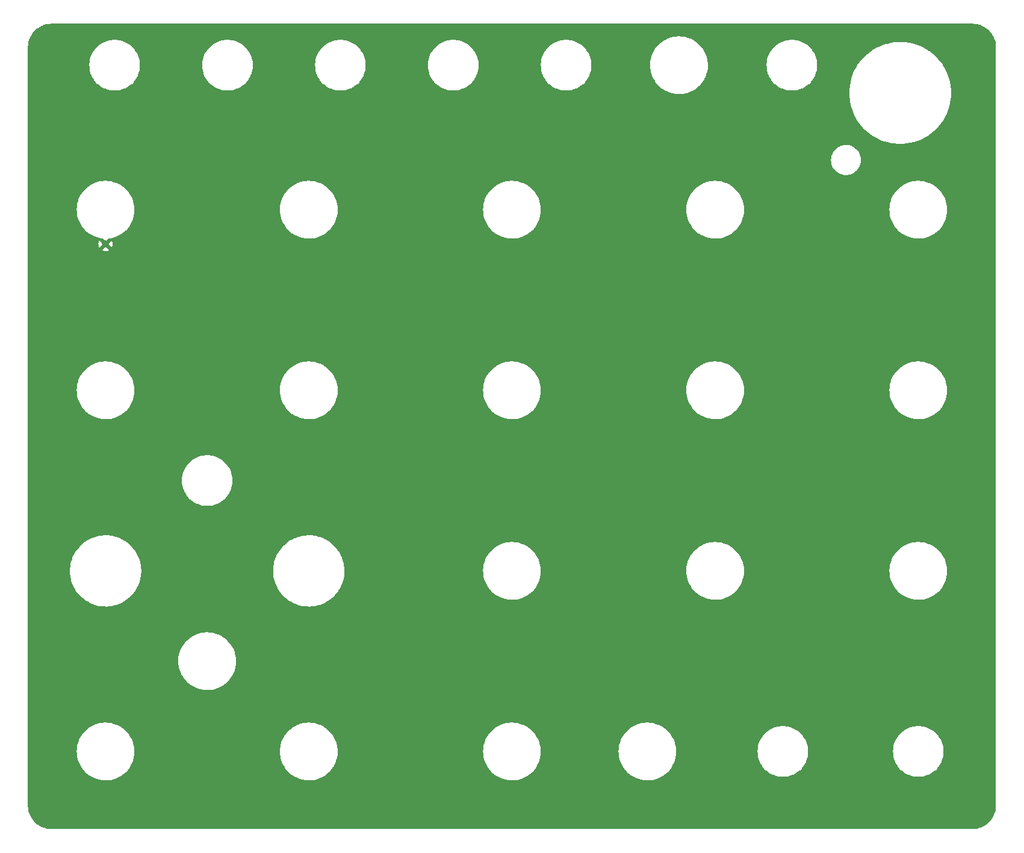
<source format=gtl>
G04 #@! TF.GenerationSoftware,KiCad,Pcbnew,6.0.5+dfsg-1~bpo11+1*
G04 #@! TF.CreationDate,2022-08-18T18:33:33+00:00*
G04 #@! TF.ProjectId,micro_pico_faceplate,6d696372-6f5f-4706-9963-6f5f66616365,0*
G04 #@! TF.SameCoordinates,Original*
G04 #@! TF.FileFunction,Copper,L1,Top*
G04 #@! TF.FilePolarity,Positive*
%FSLAX46Y46*%
G04 Gerber Fmt 4.6, Leading zero omitted, Abs format (unit mm)*
G04 Created by KiCad (PCBNEW 6.0.5+dfsg-1~bpo11+1) date 2022-08-18 18:33:33*
%MOMM*%
%LPD*%
G01*
G04 APERTURE LIST*
G04 #@! TA.AperFunction,ComponentPad*
%ADD10C,1.000000*%
G04 #@! TD*
G04 APERTURE END LIST*
D10*
X83820000Y-60706000D03*
G04 #@! TA.AperFunction,Conductor*
G36*
X205710018Y-29720000D02*
G01*
X205724851Y-29722310D01*
X205724855Y-29722310D01*
X205733724Y-29723691D01*
X205752436Y-29721244D01*
X205775366Y-29720353D01*
X206078503Y-29736240D01*
X206091617Y-29737618D01*
X206419898Y-29789613D01*
X206432798Y-29792355D01*
X206753846Y-29878379D01*
X206766382Y-29882453D01*
X207037468Y-29986513D01*
X207076672Y-30001562D01*
X207088720Y-30006926D01*
X207384867Y-30157820D01*
X207396288Y-30164414D01*
X207675040Y-30345437D01*
X207685710Y-30353190D01*
X207944004Y-30562352D01*
X207953805Y-30571177D01*
X208188823Y-30806195D01*
X208197648Y-30815996D01*
X208406810Y-31074290D01*
X208414563Y-31084960D01*
X208595586Y-31363712D01*
X208602180Y-31375133D01*
X208753074Y-31671280D01*
X208758438Y-31683328D01*
X208874486Y-31985640D01*
X208877545Y-31993610D01*
X208881621Y-32006154D01*
X208967645Y-32327202D01*
X208970387Y-32340102D01*
X209022382Y-32668383D01*
X209023760Y-32681500D01*
X209039262Y-32977298D01*
X209037935Y-33003273D01*
X209037691Y-33004843D01*
X209037691Y-33004849D01*
X209036309Y-33013724D01*
X209037473Y-33022626D01*
X209037473Y-33022628D01*
X209040436Y-33045283D01*
X209041500Y-33061621D01*
X209041500Y-139650633D01*
X209040000Y-139670018D01*
X209037690Y-139684851D01*
X209037690Y-139684855D01*
X209036309Y-139693724D01*
X209038136Y-139707693D01*
X209038756Y-139712433D01*
X209039647Y-139735368D01*
X209023760Y-140038501D01*
X209022382Y-140051617D01*
X208970387Y-140379898D01*
X208967645Y-140392798D01*
X208881621Y-140713846D01*
X208877545Y-140726390D01*
X208758438Y-141036672D01*
X208753074Y-141048720D01*
X208602180Y-141344867D01*
X208595586Y-141356288D01*
X208414563Y-141635040D01*
X208406810Y-141645710D01*
X208197648Y-141904004D01*
X208188823Y-141913805D01*
X207953805Y-142148823D01*
X207944004Y-142157648D01*
X207685710Y-142366810D01*
X207675040Y-142374563D01*
X207396288Y-142555586D01*
X207384867Y-142562180D01*
X207088720Y-142713074D01*
X207076671Y-142718438D01*
X206766382Y-142837547D01*
X206753846Y-142841621D01*
X206432798Y-142927645D01*
X206419898Y-142930387D01*
X206091617Y-142982382D01*
X206078501Y-142983760D01*
X206044848Y-142985524D01*
X205782702Y-142999262D01*
X205756727Y-142997935D01*
X205755157Y-142997691D01*
X205755151Y-142997691D01*
X205746276Y-142996309D01*
X205737374Y-142997473D01*
X205737372Y-142997473D01*
X205722323Y-142999441D01*
X205714714Y-143000436D01*
X205698379Y-143001500D01*
X179033488Y-143001501D01*
X102909615Y-143001501D01*
X76249367Y-143001500D01*
X76229982Y-143000000D01*
X76215149Y-142997690D01*
X76215145Y-142997690D01*
X76206276Y-142996309D01*
X76187564Y-142998756D01*
X76164634Y-142999647D01*
X75861497Y-142983760D01*
X75848383Y-142982382D01*
X75520102Y-142930387D01*
X75507202Y-142927645D01*
X75186154Y-142841621D01*
X75173618Y-142837547D01*
X74863329Y-142718438D01*
X74851280Y-142713074D01*
X74555133Y-142562180D01*
X74543712Y-142555586D01*
X74264960Y-142374563D01*
X74254290Y-142366810D01*
X73995996Y-142157648D01*
X73986195Y-142148823D01*
X73751177Y-141913805D01*
X73742352Y-141904004D01*
X73533190Y-141645710D01*
X73525437Y-141635040D01*
X73344414Y-141356288D01*
X73337820Y-141344867D01*
X73186926Y-141048720D01*
X73181562Y-141036672D01*
X73062455Y-140726390D01*
X73058379Y-140713846D01*
X72972355Y-140392798D01*
X72969613Y-140379898D01*
X72917618Y-140051617D01*
X72916240Y-140038501D01*
X72900932Y-139746416D01*
X72902506Y-139718910D01*
X72902770Y-139717341D01*
X72903576Y-139712552D01*
X72903729Y-139700000D01*
X72899773Y-139672376D01*
X72898500Y-139654514D01*
X72898500Y-132023266D01*
X79757001Y-132023266D01*
X79757109Y-132026356D01*
X79757499Y-132037534D01*
X79770106Y-132398534D01*
X79770856Y-132420016D01*
X79771262Y-132423060D01*
X79771263Y-132423070D01*
X79781968Y-132503295D01*
X79823361Y-132813521D01*
X79824061Y-132816505D01*
X79824062Y-132816511D01*
X79876492Y-133040047D01*
X79914014Y-133200023D01*
X80041951Y-133575835D01*
X80205950Y-133937369D01*
X80404446Y-134281174D01*
X80406235Y-134283672D01*
X80406237Y-134283676D01*
X80559041Y-134497110D01*
X80635544Y-134603969D01*
X80897038Y-134902671D01*
X80899286Y-134904782D01*
X81184178Y-135172314D01*
X81184185Y-135172320D01*
X81186433Y-135174431D01*
X81188883Y-135176318D01*
X81188888Y-135176322D01*
X81396874Y-135336493D01*
X81500965Y-135416654D01*
X81503564Y-135418278D01*
X81503574Y-135418285D01*
X81684998Y-135531650D01*
X81837634Y-135627027D01*
X82193224Y-135803544D01*
X82564342Y-135944518D01*
X82947446Y-136048605D01*
X82950489Y-136049120D01*
X82950495Y-136049121D01*
X83335837Y-136114297D01*
X83335844Y-136114298D01*
X83338878Y-136114811D01*
X83341949Y-136115026D01*
X83341951Y-136115026D01*
X83731837Y-136142290D01*
X83731845Y-136142290D01*
X83734903Y-136142504D01*
X83991170Y-136135346D01*
X84128666Y-136131505D01*
X84128669Y-136131505D01*
X84131740Y-136131419D01*
X84134793Y-136131033D01*
X84134797Y-136131033D01*
X84323315Y-136107218D01*
X84525601Y-136081663D01*
X84528605Y-136080981D01*
X84528608Y-136080980D01*
X84909731Y-135994391D01*
X84909737Y-135994389D01*
X84912727Y-135993710D01*
X85060604Y-135944518D01*
X85286499Y-135869373D01*
X85286505Y-135869371D01*
X85289423Y-135868400D01*
X85432633Y-135804639D01*
X85649294Y-135708176D01*
X85649300Y-135708173D01*
X85652094Y-135706929D01*
X85654763Y-135705413D01*
X85994603Y-135512357D01*
X85994611Y-135512352D01*
X85997276Y-135510838D01*
X86321676Y-135281999D01*
X86622197Y-135022596D01*
X86624318Y-135020369D01*
X86624324Y-135020363D01*
X86893853Y-134737329D01*
X86895970Y-134735106D01*
X86899816Y-134730184D01*
X87138472Y-134424717D01*
X87138474Y-134424714D01*
X87140382Y-134422272D01*
X87142038Y-134419662D01*
X87142044Y-134419654D01*
X87351447Y-134089688D01*
X87351451Y-134089681D01*
X87353101Y-134087081D01*
X87379390Y-134035039D01*
X87466954Y-133861691D01*
X87532096Y-133732732D01*
X87533203Y-133729878D01*
X87533207Y-133729869D01*
X87674543Y-133365483D01*
X87674546Y-133365474D01*
X87675658Y-133362607D01*
X87782417Y-132980239D01*
X87851354Y-132589278D01*
X87881811Y-132193457D01*
X87883395Y-132080000D01*
X87880772Y-132026356D01*
X87880621Y-132023266D01*
X108332001Y-132023266D01*
X108332109Y-132026356D01*
X108332499Y-132037534D01*
X108345106Y-132398534D01*
X108345856Y-132420016D01*
X108346262Y-132423060D01*
X108346263Y-132423070D01*
X108356968Y-132503295D01*
X108398361Y-132813521D01*
X108399061Y-132816505D01*
X108399062Y-132816511D01*
X108451492Y-133040047D01*
X108489014Y-133200023D01*
X108616951Y-133575835D01*
X108780950Y-133937369D01*
X108979446Y-134281174D01*
X108981235Y-134283672D01*
X108981237Y-134283676D01*
X109134041Y-134497110D01*
X109210544Y-134603969D01*
X109472038Y-134902671D01*
X109474286Y-134904782D01*
X109759178Y-135172314D01*
X109759185Y-135172320D01*
X109761433Y-135174431D01*
X109763883Y-135176318D01*
X109763888Y-135176322D01*
X109971874Y-135336493D01*
X110075965Y-135416654D01*
X110078564Y-135418278D01*
X110078574Y-135418285D01*
X110259998Y-135531650D01*
X110412634Y-135627027D01*
X110768224Y-135803544D01*
X111139342Y-135944518D01*
X111522446Y-136048605D01*
X111525489Y-136049120D01*
X111525495Y-136049121D01*
X111910837Y-136114297D01*
X111910844Y-136114298D01*
X111913878Y-136114811D01*
X111916949Y-136115026D01*
X111916951Y-136115026D01*
X112306837Y-136142290D01*
X112306845Y-136142290D01*
X112309903Y-136142504D01*
X112566170Y-136135346D01*
X112703666Y-136131505D01*
X112703669Y-136131505D01*
X112706740Y-136131419D01*
X112709793Y-136131033D01*
X112709797Y-136131033D01*
X112898315Y-136107218D01*
X113100601Y-136081663D01*
X113103605Y-136080981D01*
X113103608Y-136080980D01*
X113484731Y-135994391D01*
X113484737Y-135994389D01*
X113487727Y-135993710D01*
X113635604Y-135944518D01*
X113861499Y-135869373D01*
X113861505Y-135869371D01*
X113864423Y-135868400D01*
X114007633Y-135804639D01*
X114224294Y-135708176D01*
X114224300Y-135708173D01*
X114227094Y-135706929D01*
X114229763Y-135705413D01*
X114569603Y-135512357D01*
X114569611Y-135512352D01*
X114572276Y-135510838D01*
X114896676Y-135281999D01*
X115197197Y-135022596D01*
X115199318Y-135020369D01*
X115199324Y-135020363D01*
X115468853Y-134737329D01*
X115470970Y-134735106D01*
X115474816Y-134730184D01*
X115713472Y-134424717D01*
X115713474Y-134424714D01*
X115715382Y-134422272D01*
X115717038Y-134419662D01*
X115717044Y-134419654D01*
X115926447Y-134089688D01*
X115926451Y-134089681D01*
X115928101Y-134087081D01*
X115954390Y-134035039D01*
X116041954Y-133861691D01*
X116107096Y-133732732D01*
X116108203Y-133729878D01*
X116108207Y-133729869D01*
X116249543Y-133365483D01*
X116249546Y-133365474D01*
X116250658Y-133362607D01*
X116357417Y-132980239D01*
X116426354Y-132589278D01*
X116456811Y-132193457D01*
X116458395Y-132080000D01*
X116455772Y-132026356D01*
X116455621Y-132023266D01*
X136907001Y-132023266D01*
X136907109Y-132026356D01*
X136907499Y-132037534D01*
X136920106Y-132398534D01*
X136920856Y-132420016D01*
X136921262Y-132423060D01*
X136921263Y-132423070D01*
X136931968Y-132503295D01*
X136973361Y-132813521D01*
X136974061Y-132816505D01*
X136974062Y-132816511D01*
X137026492Y-133040047D01*
X137064014Y-133200023D01*
X137191951Y-133575835D01*
X137355950Y-133937369D01*
X137554446Y-134281174D01*
X137556235Y-134283672D01*
X137556237Y-134283676D01*
X137709041Y-134497110D01*
X137785544Y-134603969D01*
X138047038Y-134902671D01*
X138049286Y-134904782D01*
X138334178Y-135172314D01*
X138334185Y-135172320D01*
X138336433Y-135174431D01*
X138338883Y-135176318D01*
X138338888Y-135176322D01*
X138546874Y-135336493D01*
X138650965Y-135416654D01*
X138653564Y-135418278D01*
X138653574Y-135418285D01*
X138834998Y-135531650D01*
X138987634Y-135627027D01*
X139343224Y-135803544D01*
X139714342Y-135944518D01*
X140097446Y-136048605D01*
X140100489Y-136049120D01*
X140100495Y-136049121D01*
X140485837Y-136114297D01*
X140485844Y-136114298D01*
X140488878Y-136114811D01*
X140491949Y-136115026D01*
X140491951Y-136115026D01*
X140881837Y-136142290D01*
X140881845Y-136142290D01*
X140884903Y-136142504D01*
X141141170Y-136135346D01*
X141278666Y-136131505D01*
X141278669Y-136131505D01*
X141281740Y-136131419D01*
X141284793Y-136131033D01*
X141284797Y-136131033D01*
X141473315Y-136107218D01*
X141675601Y-136081663D01*
X141678605Y-136080981D01*
X141678608Y-136080980D01*
X142059731Y-135994391D01*
X142059737Y-135994389D01*
X142062727Y-135993710D01*
X142210604Y-135944518D01*
X142436499Y-135869373D01*
X142436505Y-135869371D01*
X142439423Y-135868400D01*
X142582633Y-135804639D01*
X142799294Y-135708176D01*
X142799300Y-135708173D01*
X142802094Y-135706929D01*
X142804763Y-135705413D01*
X143144603Y-135512357D01*
X143144611Y-135512352D01*
X143147276Y-135510838D01*
X143471676Y-135281999D01*
X143772197Y-135022596D01*
X143774318Y-135020369D01*
X143774324Y-135020363D01*
X144043853Y-134737329D01*
X144045970Y-134735106D01*
X144049816Y-134730184D01*
X144288472Y-134424717D01*
X144288474Y-134424714D01*
X144290382Y-134422272D01*
X144292038Y-134419662D01*
X144292044Y-134419654D01*
X144501447Y-134089688D01*
X144501451Y-134089681D01*
X144503101Y-134087081D01*
X144529390Y-134035039D01*
X144616954Y-133861691D01*
X144682096Y-133732732D01*
X144683203Y-133729878D01*
X144683207Y-133729869D01*
X144824543Y-133365483D01*
X144824546Y-133365474D01*
X144825658Y-133362607D01*
X144932417Y-132980239D01*
X145001354Y-132589278D01*
X145031811Y-132193457D01*
X145033395Y-132080000D01*
X145030772Y-132026356D01*
X145030621Y-132023266D01*
X155957001Y-132023266D01*
X155957109Y-132026356D01*
X155957499Y-132037534D01*
X155970106Y-132398534D01*
X155970856Y-132420016D01*
X155971262Y-132423060D01*
X155971263Y-132423070D01*
X155981968Y-132503295D01*
X156023361Y-132813521D01*
X156024061Y-132816505D01*
X156024062Y-132816511D01*
X156076492Y-133040047D01*
X156114014Y-133200023D01*
X156241951Y-133575835D01*
X156405950Y-133937369D01*
X156604446Y-134281174D01*
X156606235Y-134283672D01*
X156606237Y-134283676D01*
X156759041Y-134497110D01*
X156835544Y-134603969D01*
X157097038Y-134902671D01*
X157099286Y-134904782D01*
X157384178Y-135172314D01*
X157384185Y-135172320D01*
X157386433Y-135174431D01*
X157388883Y-135176318D01*
X157388888Y-135176322D01*
X157596874Y-135336493D01*
X157700965Y-135416654D01*
X157703564Y-135418278D01*
X157703574Y-135418285D01*
X157884998Y-135531650D01*
X158037634Y-135627027D01*
X158393224Y-135803544D01*
X158764342Y-135944518D01*
X159147446Y-136048605D01*
X159150489Y-136049120D01*
X159150495Y-136049121D01*
X159535837Y-136114297D01*
X159535844Y-136114298D01*
X159538878Y-136114811D01*
X159541949Y-136115026D01*
X159541951Y-136115026D01*
X159931837Y-136142290D01*
X159931845Y-136142290D01*
X159934903Y-136142504D01*
X160191170Y-136135346D01*
X160328666Y-136131505D01*
X160328669Y-136131505D01*
X160331740Y-136131419D01*
X160334793Y-136131033D01*
X160334797Y-136131033D01*
X160523315Y-136107218D01*
X160725601Y-136081663D01*
X160728605Y-136080981D01*
X160728608Y-136080980D01*
X161109731Y-135994391D01*
X161109737Y-135994389D01*
X161112727Y-135993710D01*
X161260604Y-135944518D01*
X161486499Y-135869373D01*
X161486505Y-135869371D01*
X161489423Y-135868400D01*
X161632633Y-135804639D01*
X161849294Y-135708176D01*
X161849300Y-135708173D01*
X161852094Y-135706929D01*
X161854763Y-135705413D01*
X162194603Y-135512357D01*
X162194611Y-135512352D01*
X162197276Y-135510838D01*
X162521676Y-135281999D01*
X162822197Y-135022596D01*
X162824318Y-135020369D01*
X162824324Y-135020363D01*
X163093853Y-134737329D01*
X163095970Y-134735106D01*
X163099816Y-134730184D01*
X163338472Y-134424717D01*
X163338474Y-134424714D01*
X163340382Y-134422272D01*
X163342038Y-134419662D01*
X163342044Y-134419654D01*
X163551447Y-134089688D01*
X163551451Y-134089681D01*
X163553101Y-134087081D01*
X163579390Y-134035039D01*
X163666954Y-133861691D01*
X163732096Y-133732732D01*
X163733203Y-133729878D01*
X163733207Y-133729869D01*
X163874543Y-133365483D01*
X163874546Y-133365474D01*
X163875658Y-133362607D01*
X163982417Y-132980239D01*
X164051354Y-132589278D01*
X164081811Y-132193457D01*
X164083395Y-132080000D01*
X175506617Y-132080000D01*
X175506790Y-132083301D01*
X175524437Y-132420016D01*
X175526138Y-132452475D01*
X175526653Y-132455726D01*
X175583795Y-132816511D01*
X175584485Y-132820869D01*
X175681021Y-133181146D01*
X175814688Y-133529358D01*
X175816180Y-133532286D01*
X175816183Y-133532293D01*
X175933806Y-133763140D01*
X175984020Y-133861691D01*
X175985816Y-133864457D01*
X175985818Y-133864460D01*
X176128605Y-134084332D01*
X176187163Y-134174504D01*
X176189234Y-134177061D01*
X176189238Y-134177067D01*
X176419816Y-134461808D01*
X176421890Y-134464369D01*
X176685631Y-134728110D01*
X176688190Y-134730182D01*
X176688192Y-134730184D01*
X176747293Y-134778042D01*
X176975496Y-134962837D01*
X177288308Y-135165980D01*
X177461083Y-135254013D01*
X177617707Y-135333817D01*
X177617714Y-135333820D01*
X177620642Y-135335312D01*
X177623714Y-135336491D01*
X177623718Y-135336493D01*
X177749749Y-135384872D01*
X177968854Y-135468979D01*
X178329131Y-135565515D01*
X178332381Y-135566030D01*
X178332387Y-135566031D01*
X178605628Y-135609307D01*
X178697525Y-135623862D01*
X178700810Y-135624034D01*
X178700818Y-135624035D01*
X179066699Y-135643210D01*
X179070000Y-135643383D01*
X179073301Y-135643210D01*
X179439182Y-135624035D01*
X179439190Y-135624034D01*
X179442475Y-135623862D01*
X179534372Y-135609307D01*
X179807613Y-135566031D01*
X179807619Y-135566030D01*
X179810869Y-135565515D01*
X180171146Y-135468979D01*
X180390251Y-135384872D01*
X180516282Y-135336493D01*
X180516286Y-135336491D01*
X180519358Y-135335312D01*
X180522286Y-135333820D01*
X180522293Y-135333817D01*
X180678917Y-135254013D01*
X180851692Y-135165980D01*
X181164504Y-134962837D01*
X181392707Y-134778042D01*
X181451808Y-134730184D01*
X181451810Y-134730182D01*
X181454369Y-134728110D01*
X181718110Y-134464369D01*
X181720184Y-134461808D01*
X181950762Y-134177067D01*
X181950766Y-134177061D01*
X181952837Y-134174504D01*
X182011395Y-134084332D01*
X182154182Y-133864460D01*
X182154184Y-133864457D01*
X182155980Y-133861691D01*
X182206195Y-133763140D01*
X182323817Y-133532293D01*
X182323820Y-133532286D01*
X182325312Y-133529358D01*
X182458979Y-133181146D01*
X182555515Y-132820869D01*
X182556206Y-132816511D01*
X182613347Y-132455726D01*
X182613862Y-132452475D01*
X182615564Y-132420016D01*
X182633210Y-132083301D01*
X182633383Y-132080000D01*
X194556617Y-132080000D01*
X194556790Y-132083301D01*
X194574437Y-132420016D01*
X194576138Y-132452475D01*
X194576653Y-132455726D01*
X194633795Y-132816511D01*
X194634485Y-132820869D01*
X194731021Y-133181146D01*
X194864688Y-133529358D01*
X194866180Y-133532286D01*
X194866183Y-133532293D01*
X194983806Y-133763140D01*
X195034020Y-133861691D01*
X195035816Y-133864457D01*
X195035818Y-133864460D01*
X195178605Y-134084332D01*
X195237163Y-134174504D01*
X195239234Y-134177061D01*
X195239238Y-134177067D01*
X195469816Y-134461808D01*
X195471890Y-134464369D01*
X195735631Y-134728110D01*
X195738190Y-134730182D01*
X195738192Y-134730184D01*
X195797293Y-134778042D01*
X196025496Y-134962837D01*
X196338308Y-135165980D01*
X196511083Y-135254013D01*
X196667707Y-135333817D01*
X196667714Y-135333820D01*
X196670642Y-135335312D01*
X196673714Y-135336491D01*
X196673718Y-135336493D01*
X196799749Y-135384872D01*
X197018854Y-135468979D01*
X197379131Y-135565515D01*
X197382381Y-135566030D01*
X197382387Y-135566031D01*
X197655628Y-135609307D01*
X197747525Y-135623862D01*
X197750810Y-135624034D01*
X197750818Y-135624035D01*
X198116699Y-135643210D01*
X198120000Y-135643383D01*
X198123301Y-135643210D01*
X198489182Y-135624035D01*
X198489190Y-135624034D01*
X198492475Y-135623862D01*
X198584372Y-135609307D01*
X198857613Y-135566031D01*
X198857619Y-135566030D01*
X198860869Y-135565515D01*
X199221146Y-135468979D01*
X199440251Y-135384872D01*
X199566282Y-135336493D01*
X199566286Y-135336491D01*
X199569358Y-135335312D01*
X199572286Y-135333820D01*
X199572293Y-135333817D01*
X199728917Y-135254013D01*
X199901692Y-135165980D01*
X200214504Y-134962837D01*
X200442707Y-134778042D01*
X200501808Y-134730184D01*
X200501810Y-134730182D01*
X200504369Y-134728110D01*
X200768110Y-134464369D01*
X200770184Y-134461808D01*
X201000762Y-134177067D01*
X201000766Y-134177061D01*
X201002837Y-134174504D01*
X201061395Y-134084332D01*
X201204182Y-133864460D01*
X201204184Y-133864457D01*
X201205980Y-133861691D01*
X201256195Y-133763140D01*
X201373817Y-133532293D01*
X201373820Y-133532286D01*
X201375312Y-133529358D01*
X201508979Y-133181146D01*
X201605515Y-132820869D01*
X201606206Y-132816511D01*
X201663347Y-132455726D01*
X201663862Y-132452475D01*
X201665564Y-132420016D01*
X201683210Y-132083301D01*
X201683383Y-132080000D01*
X201663862Y-131707525D01*
X201605515Y-131339131D01*
X201508979Y-130978854D01*
X201375312Y-130630642D01*
X201373817Y-130627707D01*
X201207479Y-130301250D01*
X201207475Y-130301243D01*
X201205980Y-130298309D01*
X201114657Y-130157683D01*
X201004634Y-129988263D01*
X201004633Y-129988262D01*
X201002837Y-129985496D01*
X200963449Y-129936855D01*
X200770184Y-129698192D01*
X200770182Y-129698190D01*
X200768110Y-129695631D01*
X200504369Y-129431890D01*
X200214504Y-129197163D01*
X199901692Y-128994020D01*
X199728917Y-128905987D01*
X199572293Y-128826183D01*
X199572286Y-128826180D01*
X199569358Y-128824688D01*
X199566286Y-128823509D01*
X199566282Y-128823507D01*
X199440251Y-128775128D01*
X199221146Y-128691021D01*
X198860869Y-128594485D01*
X198857619Y-128593970D01*
X198857613Y-128593969D01*
X198584372Y-128550693D01*
X198492475Y-128536138D01*
X198489190Y-128535966D01*
X198489182Y-128535965D01*
X198123301Y-128516790D01*
X198120000Y-128516617D01*
X198116699Y-128516790D01*
X197750818Y-128535965D01*
X197750810Y-128535966D01*
X197747525Y-128536138D01*
X197655628Y-128550693D01*
X197382387Y-128593969D01*
X197382381Y-128593970D01*
X197379131Y-128594485D01*
X197018854Y-128691021D01*
X196799749Y-128775128D01*
X196673718Y-128823507D01*
X196673714Y-128823509D01*
X196670642Y-128824688D01*
X196667714Y-128826180D01*
X196667707Y-128826183D01*
X196341250Y-128992521D01*
X196341247Y-128992523D01*
X196338309Y-128994020D01*
X196335543Y-128995816D01*
X196335540Y-128995818D01*
X196028263Y-129195366D01*
X196025496Y-129197163D01*
X196022939Y-129199234D01*
X196022933Y-129199238D01*
X195998428Y-129219082D01*
X195735631Y-129431890D01*
X195471890Y-129695631D01*
X195469818Y-129698190D01*
X195469816Y-129698192D01*
X195276552Y-129936855D01*
X195237163Y-129985496D01*
X195235367Y-129988262D01*
X195235366Y-129988263D01*
X195125344Y-130157683D01*
X195034020Y-130298309D01*
X195032525Y-130301243D01*
X195032521Y-130301250D01*
X194866183Y-130627707D01*
X194864688Y-130630642D01*
X194731021Y-130978854D01*
X194634485Y-131339131D01*
X194576138Y-131707525D01*
X194556617Y-132080000D01*
X182633383Y-132080000D01*
X182613862Y-131707525D01*
X182555515Y-131339131D01*
X182458979Y-130978854D01*
X182325312Y-130630642D01*
X182323817Y-130627707D01*
X182157479Y-130301250D01*
X182157475Y-130301243D01*
X182155980Y-130298309D01*
X182064657Y-130157683D01*
X181954634Y-129988263D01*
X181954633Y-129988262D01*
X181952837Y-129985496D01*
X181913449Y-129936855D01*
X181720184Y-129698192D01*
X181720182Y-129698190D01*
X181718110Y-129695631D01*
X181454369Y-129431890D01*
X181164504Y-129197163D01*
X180851692Y-128994020D01*
X180678917Y-128905987D01*
X180522293Y-128826183D01*
X180522286Y-128826180D01*
X180519358Y-128824688D01*
X180516286Y-128823509D01*
X180516282Y-128823507D01*
X180390251Y-128775128D01*
X180171146Y-128691021D01*
X179810869Y-128594485D01*
X179807619Y-128593970D01*
X179807613Y-128593969D01*
X179534372Y-128550693D01*
X179442475Y-128536138D01*
X179439190Y-128535966D01*
X179439182Y-128535965D01*
X179073301Y-128516790D01*
X179070000Y-128516617D01*
X179066699Y-128516790D01*
X178700818Y-128535965D01*
X178700810Y-128535966D01*
X178697525Y-128536138D01*
X178605628Y-128550693D01*
X178332387Y-128593969D01*
X178332381Y-128593970D01*
X178329131Y-128594485D01*
X177968854Y-128691021D01*
X177749749Y-128775128D01*
X177623718Y-128823507D01*
X177623714Y-128823509D01*
X177620642Y-128824688D01*
X177617714Y-128826180D01*
X177617707Y-128826183D01*
X177291250Y-128992521D01*
X177291247Y-128992523D01*
X177288309Y-128994020D01*
X177285543Y-128995816D01*
X177285540Y-128995818D01*
X176978263Y-129195366D01*
X176975496Y-129197163D01*
X176972939Y-129199234D01*
X176972933Y-129199238D01*
X176948428Y-129219082D01*
X176685631Y-129431890D01*
X176421890Y-129695631D01*
X176419818Y-129698190D01*
X176419816Y-129698192D01*
X176226552Y-129936855D01*
X176187163Y-129985496D01*
X176185367Y-129988262D01*
X176185366Y-129988263D01*
X176075344Y-130157683D01*
X175984020Y-130298309D01*
X175982525Y-130301243D01*
X175982521Y-130301250D01*
X175816183Y-130627707D01*
X175814688Y-130630642D01*
X175681021Y-130978854D01*
X175584485Y-131339131D01*
X175526138Y-131707525D01*
X175506617Y-132080000D01*
X164083395Y-132080000D01*
X164080772Y-132026356D01*
X164064152Y-131686552D01*
X164064002Y-131683482D01*
X164029222Y-131447955D01*
X164006458Y-131293795D01*
X164006457Y-131293791D01*
X164006008Y-131290749D01*
X163909967Y-130905550D01*
X163891728Y-130854327D01*
X163777828Y-130534460D01*
X163776796Y-130531561D01*
X163607765Y-130172352D01*
X163578015Y-130122445D01*
X163496376Y-129985496D01*
X163404488Y-129831352D01*
X163168906Y-129511815D01*
X162903266Y-129216793D01*
X162610105Y-128949100D01*
X162292222Y-128711293D01*
X162243370Y-128681707D01*
X161955277Y-128507231D01*
X161955268Y-128507226D01*
X161952649Y-128505640D01*
X161594629Y-128334106D01*
X161535229Y-128312486D01*
X161224475Y-128199381D01*
X161224474Y-128199381D01*
X161221579Y-128198327D01*
X161014688Y-128145206D01*
X160840043Y-128100365D01*
X160840040Y-128100364D01*
X160837059Y-128099599D01*
X160444740Y-128038865D01*
X160441683Y-128038694D01*
X160441682Y-128038694D01*
X160412924Y-128037086D01*
X160048368Y-128016704D01*
X160045290Y-128016833D01*
X160045286Y-128016833D01*
X159786983Y-128027659D01*
X159651724Y-128033328D01*
X159648680Y-128033756D01*
X159648678Y-128033756D01*
X159608989Y-128039334D01*
X159258596Y-128088579D01*
X158872735Y-128181928D01*
X158497825Y-128312486D01*
X158451035Y-128334106D01*
X158140242Y-128477712D01*
X158140232Y-128477717D01*
X158137445Y-128479005D01*
X157795034Y-128679896D01*
X157780899Y-128690166D01*
X157476342Y-128911439D01*
X157476336Y-128911444D01*
X157473861Y-128913242D01*
X157471575Y-128915271D01*
X157471572Y-128915274D01*
X157384567Y-128992521D01*
X157176991Y-129176815D01*
X157174901Y-129179072D01*
X157174899Y-129179074D01*
X156909354Y-129465837D01*
X156909349Y-129465843D01*
X156907259Y-129468100D01*
X156905399Y-129470550D01*
X156905396Y-129470554D01*
X156872202Y-129514286D01*
X156667238Y-129784316D01*
X156665627Y-129786934D01*
X156665624Y-129786939D01*
X156545048Y-129982933D01*
X156459220Y-130122445D01*
X156285190Y-130479258D01*
X156284119Y-130482139D01*
X156284116Y-130482145D01*
X156228891Y-130630642D01*
X156146810Y-130851352D01*
X156045400Y-131235173D01*
X156044909Y-131238206D01*
X156010937Y-131447955D01*
X155981928Y-131627058D01*
X155981734Y-131630138D01*
X155981734Y-131630140D01*
X155974762Y-131740967D01*
X155957001Y-132023266D01*
X145030621Y-132023266D01*
X145014152Y-131686552D01*
X145014002Y-131683482D01*
X144979222Y-131447955D01*
X144956458Y-131293795D01*
X144956457Y-131293791D01*
X144956008Y-131290749D01*
X144859967Y-130905550D01*
X144841728Y-130854327D01*
X144727828Y-130534460D01*
X144726796Y-130531561D01*
X144557765Y-130172352D01*
X144528015Y-130122445D01*
X144446376Y-129985496D01*
X144354488Y-129831352D01*
X144118906Y-129511815D01*
X143853266Y-129216793D01*
X143560105Y-128949100D01*
X143242222Y-128711293D01*
X143193370Y-128681707D01*
X142905277Y-128507231D01*
X142905268Y-128507226D01*
X142902649Y-128505640D01*
X142544629Y-128334106D01*
X142485229Y-128312486D01*
X142174475Y-128199381D01*
X142174474Y-128199381D01*
X142171579Y-128198327D01*
X141964688Y-128145206D01*
X141790043Y-128100365D01*
X141790040Y-128100364D01*
X141787059Y-128099599D01*
X141394740Y-128038865D01*
X141391683Y-128038694D01*
X141391682Y-128038694D01*
X141362924Y-128037086D01*
X140998368Y-128016704D01*
X140995290Y-128016833D01*
X140995286Y-128016833D01*
X140736983Y-128027659D01*
X140601724Y-128033328D01*
X140598680Y-128033756D01*
X140598678Y-128033756D01*
X140558989Y-128039334D01*
X140208596Y-128088579D01*
X139822735Y-128181928D01*
X139447825Y-128312486D01*
X139401035Y-128334106D01*
X139090242Y-128477712D01*
X139090232Y-128477717D01*
X139087445Y-128479005D01*
X138745034Y-128679896D01*
X138730899Y-128690166D01*
X138426342Y-128911439D01*
X138426336Y-128911444D01*
X138423861Y-128913242D01*
X138421575Y-128915271D01*
X138421572Y-128915274D01*
X138334567Y-128992521D01*
X138126991Y-129176815D01*
X138124901Y-129179072D01*
X138124899Y-129179074D01*
X137859354Y-129465837D01*
X137859349Y-129465843D01*
X137857259Y-129468100D01*
X137855399Y-129470550D01*
X137855396Y-129470554D01*
X137822202Y-129514286D01*
X137617238Y-129784316D01*
X137615627Y-129786934D01*
X137615624Y-129786939D01*
X137495048Y-129982933D01*
X137409220Y-130122445D01*
X137235190Y-130479258D01*
X137234119Y-130482139D01*
X137234116Y-130482145D01*
X137178891Y-130630642D01*
X137096810Y-130851352D01*
X136995400Y-131235173D01*
X136994909Y-131238206D01*
X136960937Y-131447955D01*
X136931928Y-131627058D01*
X136931734Y-131630138D01*
X136931734Y-131630140D01*
X136924762Y-131740967D01*
X136907001Y-132023266D01*
X116455621Y-132023266D01*
X116439152Y-131686552D01*
X116439002Y-131683482D01*
X116404222Y-131447955D01*
X116381458Y-131293795D01*
X116381457Y-131293791D01*
X116381008Y-131290749D01*
X116284967Y-130905550D01*
X116266728Y-130854327D01*
X116152828Y-130534460D01*
X116151796Y-130531561D01*
X115982765Y-130172352D01*
X115953015Y-130122445D01*
X115871376Y-129985496D01*
X115779488Y-129831352D01*
X115543906Y-129511815D01*
X115278266Y-129216793D01*
X114985105Y-128949100D01*
X114667222Y-128711293D01*
X114618370Y-128681707D01*
X114330277Y-128507231D01*
X114330268Y-128507226D01*
X114327649Y-128505640D01*
X113969629Y-128334106D01*
X113910229Y-128312486D01*
X113599475Y-128199381D01*
X113599474Y-128199381D01*
X113596579Y-128198327D01*
X113389688Y-128145206D01*
X113215043Y-128100365D01*
X113215040Y-128100364D01*
X113212059Y-128099599D01*
X112819740Y-128038865D01*
X112816683Y-128038694D01*
X112816682Y-128038694D01*
X112787924Y-128037086D01*
X112423368Y-128016704D01*
X112420290Y-128016833D01*
X112420286Y-128016833D01*
X112161983Y-128027659D01*
X112026724Y-128033328D01*
X112023680Y-128033756D01*
X112023678Y-128033756D01*
X111983989Y-128039334D01*
X111633596Y-128088579D01*
X111247735Y-128181928D01*
X110872825Y-128312486D01*
X110826035Y-128334106D01*
X110515242Y-128477712D01*
X110515232Y-128477717D01*
X110512445Y-128479005D01*
X110170034Y-128679896D01*
X110155899Y-128690166D01*
X109851342Y-128911439D01*
X109851336Y-128911444D01*
X109848861Y-128913242D01*
X109846575Y-128915271D01*
X109846572Y-128915274D01*
X109759567Y-128992521D01*
X109551991Y-129176815D01*
X109549901Y-129179072D01*
X109549899Y-129179074D01*
X109284354Y-129465837D01*
X109284349Y-129465843D01*
X109282259Y-129468100D01*
X109280399Y-129470550D01*
X109280396Y-129470554D01*
X109247202Y-129514286D01*
X109042238Y-129784316D01*
X109040627Y-129786934D01*
X109040624Y-129786939D01*
X108920048Y-129982933D01*
X108834220Y-130122445D01*
X108660190Y-130479258D01*
X108659119Y-130482139D01*
X108659116Y-130482145D01*
X108603891Y-130630642D01*
X108521810Y-130851352D01*
X108420400Y-131235173D01*
X108419909Y-131238206D01*
X108385937Y-131447955D01*
X108356928Y-131627058D01*
X108356734Y-131630138D01*
X108356734Y-131630140D01*
X108349762Y-131740967D01*
X108332001Y-132023266D01*
X87880621Y-132023266D01*
X87864152Y-131686552D01*
X87864002Y-131683482D01*
X87829222Y-131447955D01*
X87806458Y-131293795D01*
X87806457Y-131293791D01*
X87806008Y-131290749D01*
X87709967Y-130905550D01*
X87691728Y-130854327D01*
X87577828Y-130534460D01*
X87576796Y-130531561D01*
X87407765Y-130172352D01*
X87378015Y-130122445D01*
X87296376Y-129985496D01*
X87204488Y-129831352D01*
X86968906Y-129511815D01*
X86703266Y-129216793D01*
X86410105Y-128949100D01*
X86092222Y-128711293D01*
X86043370Y-128681707D01*
X85755277Y-128507231D01*
X85755268Y-128507226D01*
X85752649Y-128505640D01*
X85394629Y-128334106D01*
X85335229Y-128312486D01*
X85024475Y-128199381D01*
X85024474Y-128199381D01*
X85021579Y-128198327D01*
X84814688Y-128145206D01*
X84640043Y-128100365D01*
X84640040Y-128100364D01*
X84637059Y-128099599D01*
X84244740Y-128038865D01*
X84241683Y-128038694D01*
X84241682Y-128038694D01*
X84212924Y-128037086D01*
X83848368Y-128016704D01*
X83845290Y-128016833D01*
X83845286Y-128016833D01*
X83586983Y-128027659D01*
X83451724Y-128033328D01*
X83448680Y-128033756D01*
X83448678Y-128033756D01*
X83408989Y-128039334D01*
X83058596Y-128088579D01*
X82672735Y-128181928D01*
X82297825Y-128312486D01*
X82251035Y-128334106D01*
X81940242Y-128477712D01*
X81940232Y-128477717D01*
X81937445Y-128479005D01*
X81595034Y-128679896D01*
X81580899Y-128690166D01*
X81276342Y-128911439D01*
X81276336Y-128911444D01*
X81273861Y-128913242D01*
X81271575Y-128915271D01*
X81271572Y-128915274D01*
X81184567Y-128992521D01*
X80976991Y-129176815D01*
X80974901Y-129179072D01*
X80974899Y-129179074D01*
X80709354Y-129465837D01*
X80709349Y-129465843D01*
X80707259Y-129468100D01*
X80705399Y-129470550D01*
X80705396Y-129470554D01*
X80672202Y-129514286D01*
X80467238Y-129784316D01*
X80465627Y-129786934D01*
X80465624Y-129786939D01*
X80345048Y-129982933D01*
X80259220Y-130122445D01*
X80085190Y-130479258D01*
X80084119Y-130482139D01*
X80084116Y-130482145D01*
X80028891Y-130630642D01*
X79946810Y-130851352D01*
X79845400Y-131235173D01*
X79844909Y-131238206D01*
X79810937Y-131447955D01*
X79781928Y-131627058D01*
X79781734Y-131630138D01*
X79781734Y-131630140D01*
X79774762Y-131740967D01*
X79757001Y-132023266D01*
X72898500Y-132023266D01*
X72898500Y-119323266D01*
X94044501Y-119323266D01*
X94044609Y-119326356D01*
X94044999Y-119337534D01*
X94056847Y-119676798D01*
X94058356Y-119720016D01*
X94110861Y-120113521D01*
X94201514Y-120500023D01*
X94329451Y-120875835D01*
X94493450Y-121237369D01*
X94691946Y-121581174D01*
X94693735Y-121583672D01*
X94693737Y-121583676D01*
X94793853Y-121723516D01*
X94923044Y-121903969D01*
X95184538Y-122202671D01*
X95186786Y-122204782D01*
X95471678Y-122472314D01*
X95471685Y-122472320D01*
X95473933Y-122474431D01*
X95476383Y-122476318D01*
X95476388Y-122476322D01*
X95786022Y-122714773D01*
X95788465Y-122716654D01*
X95791064Y-122718278D01*
X95791074Y-122718285D01*
X95972498Y-122831650D01*
X96125134Y-122927027D01*
X96480724Y-123103544D01*
X96851842Y-123244518D01*
X97234946Y-123348605D01*
X97237989Y-123349120D01*
X97237995Y-123349121D01*
X97623337Y-123414297D01*
X97623344Y-123414298D01*
X97626378Y-123414811D01*
X97629449Y-123415026D01*
X97629451Y-123415026D01*
X98019337Y-123442290D01*
X98019345Y-123442290D01*
X98022403Y-123442504D01*
X98278670Y-123435346D01*
X98416166Y-123431505D01*
X98416169Y-123431505D01*
X98419240Y-123431419D01*
X98422293Y-123431033D01*
X98422297Y-123431033D01*
X98610815Y-123407218D01*
X98813101Y-123381663D01*
X98816105Y-123380981D01*
X98816108Y-123380980D01*
X99197231Y-123294391D01*
X99197237Y-123294389D01*
X99200227Y-123293710D01*
X99348104Y-123244518D01*
X99573999Y-123169373D01*
X99574005Y-123169371D01*
X99576923Y-123168400D01*
X99720133Y-123104639D01*
X99936794Y-123008176D01*
X99936800Y-123008173D01*
X99939594Y-123006929D01*
X100080247Y-122927027D01*
X100282103Y-122812357D01*
X100282111Y-122812352D01*
X100284776Y-122810838D01*
X100609176Y-122581999D01*
X100909697Y-122322596D01*
X100911818Y-122320369D01*
X100911824Y-122320363D01*
X101181353Y-122037329D01*
X101183470Y-122035106D01*
X101216737Y-121992527D01*
X101425972Y-121724717D01*
X101425974Y-121724714D01*
X101427882Y-121722272D01*
X101429538Y-121719662D01*
X101429544Y-121719654D01*
X101638947Y-121389688D01*
X101638951Y-121389681D01*
X101640601Y-121387081D01*
X101666890Y-121335039D01*
X101725543Y-121218925D01*
X101819596Y-121032732D01*
X101820703Y-121029878D01*
X101820707Y-121029869D01*
X101962043Y-120665483D01*
X101962046Y-120665474D01*
X101963158Y-120662607D01*
X102069917Y-120280239D01*
X102138854Y-119889278D01*
X102169311Y-119493457D01*
X102170895Y-119380000D01*
X102168272Y-119326356D01*
X102151652Y-118986552D01*
X102151502Y-118983482D01*
X102142720Y-118924012D01*
X102093958Y-118593795D01*
X102093957Y-118593791D01*
X102093508Y-118590749D01*
X101997467Y-118205550D01*
X101979228Y-118154327D01*
X101865328Y-117834460D01*
X101864296Y-117831561D01*
X101695265Y-117472352D01*
X101665515Y-117422445D01*
X101493568Y-117134003D01*
X101491988Y-117131352D01*
X101256406Y-116811815D01*
X100990766Y-116516793D01*
X100697605Y-116249100D01*
X100379722Y-116011293D01*
X100330870Y-115981707D01*
X100042777Y-115807231D01*
X100042768Y-115807226D01*
X100040149Y-115805640D01*
X99682129Y-115634106D01*
X99622729Y-115612486D01*
X99311975Y-115499381D01*
X99311974Y-115499381D01*
X99309079Y-115498327D01*
X99102188Y-115445206D01*
X98927543Y-115400365D01*
X98927540Y-115400364D01*
X98924559Y-115399599D01*
X98532240Y-115338865D01*
X98529183Y-115338694D01*
X98529182Y-115338694D01*
X98500424Y-115337086D01*
X98135868Y-115316704D01*
X98132790Y-115316833D01*
X98132786Y-115316833D01*
X97874483Y-115327659D01*
X97739224Y-115333328D01*
X97736180Y-115333756D01*
X97736178Y-115333756D01*
X97696489Y-115339334D01*
X97346096Y-115388579D01*
X96960235Y-115481928D01*
X96585325Y-115612486D01*
X96538535Y-115634106D01*
X96227742Y-115777712D01*
X96227732Y-115777717D01*
X96224945Y-115779005D01*
X95882534Y-115979896D01*
X95841518Y-116009696D01*
X95563842Y-116211439D01*
X95563836Y-116211444D01*
X95561361Y-116213242D01*
X95559075Y-116215271D01*
X95559072Y-116215274D01*
X95518634Y-116251177D01*
X95264491Y-116476815D01*
X95262401Y-116479072D01*
X95262399Y-116479074D01*
X94996854Y-116765837D01*
X94996849Y-116765843D01*
X94994759Y-116768100D01*
X94992899Y-116770550D01*
X94992896Y-116770554D01*
X94959702Y-116814286D01*
X94754738Y-117084316D01*
X94753127Y-117086934D01*
X94753124Y-117086939D01*
X94548334Y-117419821D01*
X94546720Y-117422445D01*
X94372690Y-117779258D01*
X94371619Y-117782139D01*
X94371616Y-117782145D01*
X94285646Y-118013313D01*
X94234310Y-118151352D01*
X94132900Y-118535173D01*
X94069428Y-118927058D01*
X94069234Y-118930138D01*
X94069234Y-118930140D01*
X94062262Y-119040967D01*
X94044501Y-119323266D01*
X72898500Y-119323266D01*
X72898500Y-106548761D01*
X78808170Y-106548761D01*
X78809554Y-106624270D01*
X78816345Y-106994803D01*
X78816644Y-106997578D01*
X78861785Y-107416511D01*
X78864138Y-107438353D01*
X78864683Y-107441094D01*
X78864684Y-107441099D01*
X78935483Y-107797025D01*
X78951172Y-107875899D01*
X78951959Y-107878580D01*
X78951960Y-107878586D01*
X78976609Y-107962607D01*
X79076756Y-108303976D01*
X79077776Y-108306572D01*
X79077777Y-108306575D01*
X79227279Y-108687081D01*
X79239896Y-108719194D01*
X79301373Y-108842228D01*
X79391336Y-109022272D01*
X79439301Y-109118266D01*
X79673392Y-109498032D01*
X79940315Y-109855485D01*
X79942176Y-109857563D01*
X79942177Y-109857564D01*
X80216884Y-110164268D01*
X80237957Y-110187796D01*
X80239994Y-110189699D01*
X80240001Y-110189706D01*
X80461633Y-110396742D01*
X80563961Y-110492332D01*
X80566157Y-110494045D01*
X80566161Y-110494048D01*
X80792577Y-110670625D01*
X80915746Y-110766682D01*
X81076588Y-110870536D01*
X81288183Y-111007162D01*
X81288191Y-111007167D01*
X81290527Y-111008675D01*
X81685335Y-111216394D01*
X81687928Y-111217476D01*
X82094462Y-111387116D01*
X82094467Y-111387118D01*
X82097046Y-111388194D01*
X82099711Y-111389037D01*
X82099717Y-111389039D01*
X82331317Y-111462284D01*
X82522398Y-111522715D01*
X82525128Y-111523318D01*
X82525129Y-111523318D01*
X82917664Y-111609982D01*
X82958025Y-111618893D01*
X82960799Y-111619251D01*
X82960800Y-111619251D01*
X83397707Y-111675608D01*
X83397714Y-111675609D01*
X83400477Y-111675965D01*
X83403264Y-111676075D01*
X83403270Y-111676075D01*
X83661519Y-111686221D01*
X83846251Y-111693479D01*
X83849043Y-111693340D01*
X83849048Y-111693340D01*
X84289013Y-111671438D01*
X84289022Y-111671437D01*
X84291817Y-111671298D01*
X84294594Y-111670910D01*
X84294596Y-111670910D01*
X84372542Y-111660025D01*
X84733647Y-111609596D01*
X84736357Y-111608968D01*
X84736367Y-111608966D01*
X85165515Y-111509494D01*
X85168242Y-111508862D01*
X85390990Y-111435842D01*
X85589510Y-111370764D01*
X85589516Y-111370762D01*
X85592163Y-111369894D01*
X86002052Y-111193791D01*
X86394664Y-110981950D01*
X86766890Y-110736046D01*
X87115782Y-110458026D01*
X87438580Y-110150093D01*
X87672125Y-109883785D01*
X87730874Y-109816795D01*
X87730877Y-109816791D01*
X87732725Y-109814684D01*
X87760751Y-109776322D01*
X87940159Y-109530743D01*
X87995891Y-109454455D01*
X87997337Y-109452054D01*
X88224541Y-109074669D01*
X88224546Y-109074660D01*
X88225992Y-109072258D01*
X88413440Y-108687081D01*
X88419974Y-108673654D01*
X88419975Y-108673651D01*
X88421207Y-108671120D01*
X88551177Y-108329869D01*
X88578994Y-108256832D01*
X88578996Y-108256825D01*
X88579990Y-108254216D01*
X88701085Y-107824848D01*
X88713269Y-107760058D01*
X88783015Y-107389162D01*
X88783017Y-107389150D01*
X88783531Y-107386415D01*
X88811042Y-107103295D01*
X88826462Y-106944606D01*
X88826463Y-106944594D01*
X88826677Y-106942389D01*
X88833548Y-106680000D01*
X88827703Y-106548761D01*
X107383170Y-106548761D01*
X107384554Y-106624270D01*
X107391345Y-106994803D01*
X107391644Y-106997578D01*
X107436785Y-107416511D01*
X107439138Y-107438353D01*
X107439683Y-107441094D01*
X107439684Y-107441099D01*
X107510483Y-107797025D01*
X107526172Y-107875899D01*
X107526959Y-107878580D01*
X107526960Y-107878586D01*
X107551609Y-107962607D01*
X107651756Y-108303976D01*
X107652776Y-108306572D01*
X107652777Y-108306575D01*
X107802279Y-108687081D01*
X107814896Y-108719194D01*
X107876373Y-108842228D01*
X107966336Y-109022272D01*
X108014301Y-109118266D01*
X108248392Y-109498032D01*
X108515315Y-109855485D01*
X108517176Y-109857563D01*
X108517177Y-109857564D01*
X108791884Y-110164268D01*
X108812957Y-110187796D01*
X108814994Y-110189699D01*
X108815001Y-110189706D01*
X109036633Y-110396742D01*
X109138961Y-110492332D01*
X109141157Y-110494045D01*
X109141161Y-110494048D01*
X109367577Y-110670625D01*
X109490746Y-110766682D01*
X109651588Y-110870536D01*
X109863183Y-111007162D01*
X109863191Y-111007167D01*
X109865527Y-111008675D01*
X110260335Y-111216394D01*
X110262928Y-111217476D01*
X110669462Y-111387116D01*
X110669467Y-111387118D01*
X110672046Y-111388194D01*
X110674711Y-111389037D01*
X110674717Y-111389039D01*
X110906317Y-111462284D01*
X111097398Y-111522715D01*
X111100128Y-111523318D01*
X111100129Y-111523318D01*
X111492664Y-111609982D01*
X111533025Y-111618893D01*
X111535799Y-111619251D01*
X111535800Y-111619251D01*
X111972707Y-111675608D01*
X111972714Y-111675609D01*
X111975477Y-111675965D01*
X111978264Y-111676075D01*
X111978270Y-111676075D01*
X112236519Y-111686221D01*
X112421251Y-111693479D01*
X112424043Y-111693340D01*
X112424048Y-111693340D01*
X112864013Y-111671438D01*
X112864022Y-111671437D01*
X112866817Y-111671298D01*
X112869594Y-111670910D01*
X112869596Y-111670910D01*
X112947542Y-111660025D01*
X113308647Y-111609596D01*
X113311357Y-111608968D01*
X113311367Y-111608966D01*
X113740515Y-111509494D01*
X113743242Y-111508862D01*
X113965990Y-111435842D01*
X114164510Y-111370764D01*
X114164516Y-111370762D01*
X114167163Y-111369894D01*
X114577052Y-111193791D01*
X114969664Y-110981950D01*
X115341890Y-110736046D01*
X115690782Y-110458026D01*
X116013580Y-110150093D01*
X116247125Y-109883785D01*
X116305874Y-109816795D01*
X116305877Y-109816791D01*
X116307725Y-109814684D01*
X116335751Y-109776322D01*
X116515159Y-109530743D01*
X116570891Y-109454455D01*
X116572337Y-109452054D01*
X116799541Y-109074669D01*
X116799546Y-109074660D01*
X116800992Y-109072258D01*
X116988440Y-108687081D01*
X116994974Y-108673654D01*
X116994975Y-108673651D01*
X116996207Y-108671120D01*
X117126177Y-108329869D01*
X117153994Y-108256832D01*
X117153996Y-108256825D01*
X117154990Y-108254216D01*
X117276085Y-107824848D01*
X117288269Y-107760058D01*
X117358015Y-107389162D01*
X117358017Y-107389150D01*
X117358531Y-107386415D01*
X117386042Y-107103295D01*
X117401462Y-106944606D01*
X117401463Y-106944594D01*
X117401677Y-106942389D01*
X117408548Y-106680000D01*
X117406021Y-106623266D01*
X136907001Y-106623266D01*
X136907109Y-106626356D01*
X136907499Y-106637534D01*
X136920646Y-107014000D01*
X136920856Y-107020016D01*
X136973361Y-107413521D01*
X136974061Y-107416505D01*
X136974062Y-107416511D01*
X136978725Y-107436390D01*
X137064014Y-107800023D01*
X137191951Y-108175835D01*
X137355950Y-108537369D01*
X137554446Y-108881174D01*
X137556235Y-108883672D01*
X137556237Y-108883676D01*
X137692975Y-109074669D01*
X137785544Y-109203969D01*
X137787571Y-109206284D01*
X137787573Y-109206287D01*
X137863071Y-109292527D01*
X138047038Y-109502671D01*
X138049286Y-109504782D01*
X138334178Y-109772314D01*
X138334185Y-109772320D01*
X138336433Y-109774431D01*
X138338883Y-109776318D01*
X138338888Y-109776322D01*
X138574304Y-109957617D01*
X138650965Y-110016654D01*
X138653564Y-110018278D01*
X138653574Y-110018285D01*
X138834998Y-110131650D01*
X138987634Y-110227027D01*
X139343224Y-110403544D01*
X139714342Y-110544518D01*
X140097446Y-110648605D01*
X140100489Y-110649120D01*
X140100495Y-110649121D01*
X140485837Y-110714297D01*
X140485844Y-110714298D01*
X140488878Y-110714811D01*
X140491949Y-110715026D01*
X140491951Y-110715026D01*
X140881837Y-110742290D01*
X140881845Y-110742290D01*
X140884903Y-110742504D01*
X141141170Y-110735346D01*
X141278666Y-110731505D01*
X141278669Y-110731505D01*
X141281740Y-110731419D01*
X141284793Y-110731033D01*
X141284797Y-110731033D01*
X141473315Y-110707218D01*
X141675601Y-110681663D01*
X141678605Y-110680981D01*
X141678608Y-110680980D01*
X142059731Y-110594391D01*
X142059737Y-110594389D01*
X142062727Y-110593710D01*
X142210604Y-110544518D01*
X142436499Y-110469373D01*
X142436505Y-110469371D01*
X142439423Y-110468400D01*
X142442233Y-110467149D01*
X142799294Y-110308176D01*
X142799300Y-110308173D01*
X142802094Y-110306929D01*
X142942747Y-110227027D01*
X143144603Y-110112357D01*
X143144611Y-110112352D01*
X143147276Y-110110838D01*
X143471676Y-109881999D01*
X143504986Y-109853247D01*
X143769859Y-109624614D01*
X143772197Y-109622596D01*
X143774318Y-109620369D01*
X143774324Y-109620363D01*
X144043853Y-109337329D01*
X144045970Y-109335106D01*
X144079237Y-109292527D01*
X144288472Y-109024717D01*
X144288474Y-109024714D01*
X144290382Y-109022272D01*
X144292038Y-109019662D01*
X144292044Y-109019654D01*
X144501447Y-108689688D01*
X144501451Y-108689681D01*
X144503101Y-108687081D01*
X144509884Y-108673654D01*
X144595326Y-108504506D01*
X144682096Y-108332732D01*
X144683203Y-108329878D01*
X144683207Y-108329869D01*
X144824543Y-107965483D01*
X144824546Y-107965474D01*
X144825658Y-107962607D01*
X144932417Y-107580239D01*
X145001354Y-107189278D01*
X145031811Y-106793457D01*
X145033395Y-106680000D01*
X145030772Y-106626356D01*
X145030621Y-106623266D01*
X165482001Y-106623266D01*
X165482109Y-106626356D01*
X165482499Y-106637534D01*
X165495646Y-107014000D01*
X165495856Y-107020016D01*
X165548361Y-107413521D01*
X165549061Y-107416505D01*
X165549062Y-107416511D01*
X165553725Y-107436390D01*
X165639014Y-107800023D01*
X165766951Y-108175835D01*
X165930950Y-108537369D01*
X166129446Y-108881174D01*
X166131235Y-108883672D01*
X166131237Y-108883676D01*
X166267975Y-109074669D01*
X166360544Y-109203969D01*
X166362571Y-109206284D01*
X166362573Y-109206287D01*
X166438071Y-109292527D01*
X166622038Y-109502671D01*
X166624286Y-109504782D01*
X166909178Y-109772314D01*
X166909185Y-109772320D01*
X166911433Y-109774431D01*
X166913883Y-109776318D01*
X166913888Y-109776322D01*
X167149304Y-109957617D01*
X167225965Y-110016654D01*
X167228564Y-110018278D01*
X167228574Y-110018285D01*
X167409998Y-110131650D01*
X167562634Y-110227027D01*
X167918224Y-110403544D01*
X168289342Y-110544518D01*
X168672446Y-110648605D01*
X168675489Y-110649120D01*
X168675495Y-110649121D01*
X169060837Y-110714297D01*
X169060844Y-110714298D01*
X169063878Y-110714811D01*
X169066949Y-110715026D01*
X169066951Y-110715026D01*
X169456837Y-110742290D01*
X169456845Y-110742290D01*
X169459903Y-110742504D01*
X169716170Y-110735346D01*
X169853666Y-110731505D01*
X169853669Y-110731505D01*
X169856740Y-110731419D01*
X169859793Y-110731033D01*
X169859797Y-110731033D01*
X170048315Y-110707218D01*
X170250601Y-110681663D01*
X170253605Y-110680981D01*
X170253608Y-110680980D01*
X170634731Y-110594391D01*
X170634737Y-110594389D01*
X170637727Y-110593710D01*
X170785604Y-110544518D01*
X171011499Y-110469373D01*
X171011505Y-110469371D01*
X171014423Y-110468400D01*
X171017233Y-110467149D01*
X171374294Y-110308176D01*
X171374300Y-110308173D01*
X171377094Y-110306929D01*
X171517747Y-110227027D01*
X171719603Y-110112357D01*
X171719611Y-110112352D01*
X171722276Y-110110838D01*
X172046676Y-109881999D01*
X172079986Y-109853247D01*
X172344859Y-109624614D01*
X172347197Y-109622596D01*
X172349318Y-109620369D01*
X172349324Y-109620363D01*
X172618853Y-109337329D01*
X172620970Y-109335106D01*
X172654237Y-109292527D01*
X172863472Y-109024717D01*
X172863474Y-109024714D01*
X172865382Y-109022272D01*
X172867038Y-109019662D01*
X172867044Y-109019654D01*
X173076447Y-108689688D01*
X173076451Y-108689681D01*
X173078101Y-108687081D01*
X173084884Y-108673654D01*
X173170326Y-108504506D01*
X173257096Y-108332732D01*
X173258203Y-108329878D01*
X173258207Y-108329869D01*
X173399543Y-107965483D01*
X173399546Y-107965474D01*
X173400658Y-107962607D01*
X173507417Y-107580239D01*
X173576354Y-107189278D01*
X173606811Y-106793457D01*
X173608395Y-106680000D01*
X173605772Y-106626356D01*
X173605621Y-106623266D01*
X194057001Y-106623266D01*
X194057109Y-106626356D01*
X194057499Y-106637534D01*
X194070646Y-107014000D01*
X194070856Y-107020016D01*
X194123361Y-107413521D01*
X194124061Y-107416505D01*
X194124062Y-107416511D01*
X194128725Y-107436390D01*
X194214014Y-107800023D01*
X194341951Y-108175835D01*
X194505950Y-108537369D01*
X194704446Y-108881174D01*
X194706235Y-108883672D01*
X194706237Y-108883676D01*
X194842975Y-109074669D01*
X194935544Y-109203969D01*
X194937571Y-109206284D01*
X194937573Y-109206287D01*
X195013071Y-109292527D01*
X195197038Y-109502671D01*
X195199286Y-109504782D01*
X195484178Y-109772314D01*
X195484185Y-109772320D01*
X195486433Y-109774431D01*
X195488883Y-109776318D01*
X195488888Y-109776322D01*
X195724304Y-109957617D01*
X195800965Y-110016654D01*
X195803564Y-110018278D01*
X195803574Y-110018285D01*
X195984998Y-110131650D01*
X196137634Y-110227027D01*
X196493224Y-110403544D01*
X196864342Y-110544518D01*
X197247446Y-110648605D01*
X197250489Y-110649120D01*
X197250495Y-110649121D01*
X197635837Y-110714297D01*
X197635844Y-110714298D01*
X197638878Y-110714811D01*
X197641949Y-110715026D01*
X197641951Y-110715026D01*
X198031837Y-110742290D01*
X198031845Y-110742290D01*
X198034903Y-110742504D01*
X198291170Y-110735346D01*
X198428666Y-110731505D01*
X198428669Y-110731505D01*
X198431740Y-110731419D01*
X198434793Y-110731033D01*
X198434797Y-110731033D01*
X198623315Y-110707218D01*
X198825601Y-110681663D01*
X198828605Y-110680981D01*
X198828608Y-110680980D01*
X199209731Y-110594391D01*
X199209737Y-110594389D01*
X199212727Y-110593710D01*
X199360604Y-110544518D01*
X199586499Y-110469373D01*
X199586505Y-110469371D01*
X199589423Y-110468400D01*
X199592233Y-110467149D01*
X199949294Y-110308176D01*
X199949300Y-110308173D01*
X199952094Y-110306929D01*
X200092747Y-110227027D01*
X200294603Y-110112357D01*
X200294611Y-110112352D01*
X200297276Y-110110838D01*
X200621676Y-109881999D01*
X200654986Y-109853247D01*
X200919859Y-109624614D01*
X200922197Y-109622596D01*
X200924318Y-109620369D01*
X200924324Y-109620363D01*
X201193853Y-109337329D01*
X201195970Y-109335106D01*
X201229237Y-109292527D01*
X201438472Y-109024717D01*
X201438474Y-109024714D01*
X201440382Y-109022272D01*
X201442038Y-109019662D01*
X201442044Y-109019654D01*
X201651447Y-108689688D01*
X201651451Y-108689681D01*
X201653101Y-108687081D01*
X201659884Y-108673654D01*
X201745326Y-108504506D01*
X201832096Y-108332732D01*
X201833203Y-108329878D01*
X201833207Y-108329869D01*
X201974543Y-107965483D01*
X201974546Y-107965474D01*
X201975658Y-107962607D01*
X202082417Y-107580239D01*
X202151354Y-107189278D01*
X202181811Y-106793457D01*
X202183395Y-106680000D01*
X202180772Y-106626356D01*
X202164152Y-106286552D01*
X202164002Y-106283482D01*
X202157158Y-106237132D01*
X202106458Y-105893795D01*
X202106457Y-105893791D01*
X202106008Y-105890749D01*
X202009967Y-105505550D01*
X201991728Y-105454327D01*
X201911235Y-105228278D01*
X201876796Y-105131561D01*
X201724287Y-104807462D01*
X201709077Y-104775140D01*
X201709076Y-104775139D01*
X201707765Y-104772352D01*
X201678015Y-104722445D01*
X201506068Y-104434003D01*
X201504488Y-104431352D01*
X201268906Y-104111815D01*
X201003266Y-103816793D01*
X200710105Y-103549100D01*
X200392222Y-103311293D01*
X200343370Y-103281707D01*
X200055277Y-103107231D01*
X200055268Y-103107226D01*
X200052649Y-103105640D01*
X199694629Y-102934106D01*
X199635229Y-102912486D01*
X199324475Y-102799381D01*
X199324474Y-102799381D01*
X199321579Y-102798327D01*
X198978994Y-102710366D01*
X198940043Y-102700365D01*
X198940040Y-102700364D01*
X198937059Y-102699599D01*
X198544740Y-102638865D01*
X198541683Y-102638694D01*
X198541682Y-102638694D01*
X198512924Y-102637086D01*
X198148368Y-102616704D01*
X198145290Y-102616833D01*
X198145286Y-102616833D01*
X197886983Y-102627659D01*
X197751724Y-102633328D01*
X197748680Y-102633756D01*
X197748678Y-102633756D01*
X197708989Y-102639334D01*
X197358596Y-102688579D01*
X196972735Y-102781928D01*
X196597825Y-102912486D01*
X196551035Y-102934106D01*
X196240242Y-103077712D01*
X196240232Y-103077717D01*
X196237445Y-103079005D01*
X195895034Y-103279896D01*
X195769782Y-103370897D01*
X195576342Y-103511439D01*
X195576336Y-103511444D01*
X195573861Y-103513242D01*
X195571575Y-103515271D01*
X195571572Y-103515274D01*
X195418563Y-103651122D01*
X195276991Y-103776815D01*
X195274901Y-103779072D01*
X195274899Y-103779074D01*
X195009354Y-104065837D01*
X195009349Y-104065843D01*
X195007259Y-104068100D01*
X195005399Y-104070550D01*
X195005396Y-104070554D01*
X194972202Y-104114286D01*
X194767238Y-104384316D01*
X194765627Y-104386934D01*
X194765624Y-104386939D01*
X194560834Y-104719821D01*
X194559220Y-104722445D01*
X194385190Y-105079258D01*
X194384119Y-105082139D01*
X194384116Y-105082145D01*
X194355550Y-105158958D01*
X194246810Y-105451352D01*
X194145400Y-105835173D01*
X194144909Y-105838206D01*
X194101899Y-106103757D01*
X194081928Y-106227058D01*
X194081734Y-106230138D01*
X194081734Y-106230140D01*
X194061512Y-106551571D01*
X194057001Y-106623266D01*
X173605621Y-106623266D01*
X173589152Y-106286552D01*
X173589002Y-106283482D01*
X173582158Y-106237132D01*
X173531458Y-105893795D01*
X173531457Y-105893791D01*
X173531008Y-105890749D01*
X173434967Y-105505550D01*
X173416728Y-105454327D01*
X173336235Y-105228278D01*
X173301796Y-105131561D01*
X173149287Y-104807462D01*
X173134077Y-104775140D01*
X173134076Y-104775139D01*
X173132765Y-104772352D01*
X173103015Y-104722445D01*
X172931068Y-104434003D01*
X172929488Y-104431352D01*
X172693906Y-104111815D01*
X172428266Y-103816793D01*
X172135105Y-103549100D01*
X171817222Y-103311293D01*
X171768370Y-103281707D01*
X171480277Y-103107231D01*
X171480268Y-103107226D01*
X171477649Y-103105640D01*
X171119629Y-102934106D01*
X171060229Y-102912486D01*
X170749475Y-102799381D01*
X170749474Y-102799381D01*
X170746579Y-102798327D01*
X170403994Y-102710366D01*
X170365043Y-102700365D01*
X170365040Y-102700364D01*
X170362059Y-102699599D01*
X169969740Y-102638865D01*
X169966683Y-102638694D01*
X169966682Y-102638694D01*
X169937924Y-102637086D01*
X169573368Y-102616704D01*
X169570290Y-102616833D01*
X169570286Y-102616833D01*
X169311983Y-102627659D01*
X169176724Y-102633328D01*
X169173680Y-102633756D01*
X169173678Y-102633756D01*
X169133989Y-102639334D01*
X168783596Y-102688579D01*
X168397735Y-102781928D01*
X168022825Y-102912486D01*
X167976035Y-102934106D01*
X167665242Y-103077712D01*
X167665232Y-103077717D01*
X167662445Y-103079005D01*
X167320034Y-103279896D01*
X167194782Y-103370897D01*
X167001342Y-103511439D01*
X167001336Y-103511444D01*
X166998861Y-103513242D01*
X166996575Y-103515271D01*
X166996572Y-103515274D01*
X166843563Y-103651122D01*
X166701991Y-103776815D01*
X166699901Y-103779072D01*
X166699899Y-103779074D01*
X166434354Y-104065837D01*
X166434349Y-104065843D01*
X166432259Y-104068100D01*
X166430399Y-104070550D01*
X166430396Y-104070554D01*
X166397202Y-104114286D01*
X166192238Y-104384316D01*
X166190627Y-104386934D01*
X166190624Y-104386939D01*
X165985834Y-104719821D01*
X165984220Y-104722445D01*
X165810190Y-105079258D01*
X165809119Y-105082139D01*
X165809116Y-105082145D01*
X165780550Y-105158958D01*
X165671810Y-105451352D01*
X165570400Y-105835173D01*
X165569909Y-105838206D01*
X165526899Y-106103757D01*
X165506928Y-106227058D01*
X165506734Y-106230138D01*
X165506734Y-106230140D01*
X165486512Y-106551571D01*
X165482001Y-106623266D01*
X145030621Y-106623266D01*
X145014152Y-106286552D01*
X145014002Y-106283482D01*
X145007158Y-106237132D01*
X144956458Y-105893795D01*
X144956457Y-105893791D01*
X144956008Y-105890749D01*
X144859967Y-105505550D01*
X144841728Y-105454327D01*
X144761235Y-105228278D01*
X144726796Y-105131561D01*
X144574287Y-104807462D01*
X144559077Y-104775140D01*
X144559076Y-104775139D01*
X144557765Y-104772352D01*
X144528015Y-104722445D01*
X144356068Y-104434003D01*
X144354488Y-104431352D01*
X144118906Y-104111815D01*
X143853266Y-103816793D01*
X143560105Y-103549100D01*
X143242222Y-103311293D01*
X143193370Y-103281707D01*
X142905277Y-103107231D01*
X142905268Y-103107226D01*
X142902649Y-103105640D01*
X142544629Y-102934106D01*
X142485229Y-102912486D01*
X142174475Y-102799381D01*
X142174474Y-102799381D01*
X142171579Y-102798327D01*
X141828994Y-102710366D01*
X141790043Y-102700365D01*
X141790040Y-102700364D01*
X141787059Y-102699599D01*
X141394740Y-102638865D01*
X141391683Y-102638694D01*
X141391682Y-102638694D01*
X141362924Y-102637086D01*
X140998368Y-102616704D01*
X140995290Y-102616833D01*
X140995286Y-102616833D01*
X140736983Y-102627659D01*
X140601724Y-102633328D01*
X140598680Y-102633756D01*
X140598678Y-102633756D01*
X140558989Y-102639334D01*
X140208596Y-102688579D01*
X139822735Y-102781928D01*
X139447825Y-102912486D01*
X139401035Y-102934106D01*
X139090242Y-103077712D01*
X139090232Y-103077717D01*
X139087445Y-103079005D01*
X138745034Y-103279896D01*
X138619782Y-103370897D01*
X138426342Y-103511439D01*
X138426336Y-103511444D01*
X138423861Y-103513242D01*
X138421575Y-103515271D01*
X138421572Y-103515274D01*
X138268563Y-103651122D01*
X138126991Y-103776815D01*
X138124901Y-103779072D01*
X138124899Y-103779074D01*
X137859354Y-104065837D01*
X137859349Y-104065843D01*
X137857259Y-104068100D01*
X137855399Y-104070550D01*
X137855396Y-104070554D01*
X137822202Y-104114286D01*
X137617238Y-104384316D01*
X137615627Y-104386934D01*
X137615624Y-104386939D01*
X137410834Y-104719821D01*
X137409220Y-104722445D01*
X137235190Y-105079258D01*
X137234119Y-105082139D01*
X137234116Y-105082145D01*
X137205550Y-105158958D01*
X137096810Y-105451352D01*
X136995400Y-105835173D01*
X136994909Y-105838206D01*
X136951899Y-106103757D01*
X136931928Y-106227058D01*
X136931734Y-106230138D01*
X136931734Y-106230140D01*
X136911512Y-106551571D01*
X136907001Y-106623266D01*
X117406021Y-106623266D01*
X117388700Y-106234324D01*
X117329312Y-105792177D01*
X117294821Y-105639746D01*
X117231472Y-105359788D01*
X117230855Y-105357060D01*
X117094108Y-104932417D01*
X117040622Y-104806104D01*
X116921245Y-104524186D01*
X116921245Y-104524185D01*
X116920155Y-104521612D01*
X116873475Y-104434003D01*
X116711679Y-104130351D01*
X116710371Y-104127896D01*
X116708850Y-104125567D01*
X116467944Y-103756721D01*
X116467941Y-103756717D01*
X116466420Y-103754388D01*
X116383192Y-103648813D01*
X116191960Y-103406237D01*
X116191958Y-103406235D01*
X116190231Y-103404044D01*
X115883992Y-103079639D01*
X115719786Y-102934106D01*
X115552234Y-102785607D01*
X115552227Y-102785602D01*
X115550128Y-102783741D01*
X115191282Y-102518694D01*
X114990449Y-102396345D01*
X114812684Y-102288049D01*
X114812677Y-102288045D01*
X114810295Y-102286594D01*
X114687964Y-102226267D01*
X114412696Y-102090521D01*
X114410184Y-102089282D01*
X113994118Y-101928318D01*
X113857562Y-101889032D01*
X113568071Y-101805748D01*
X113568065Y-101805746D01*
X113565390Y-101804977D01*
X113562653Y-101804448D01*
X113562647Y-101804446D01*
X113411581Y-101775219D01*
X113127394Y-101720236D01*
X113124617Y-101719951D01*
X113124607Y-101719950D01*
X112849789Y-101691793D01*
X112683600Y-101674765D01*
X112680810Y-101674728D01*
X112680802Y-101674728D01*
X112402276Y-101671083D01*
X112237521Y-101668926D01*
X112234721Y-101669139D01*
X112234720Y-101669139D01*
X111795475Y-101702551D01*
X111792688Y-101702763D01*
X111352625Y-101776010D01*
X111262566Y-101799385D01*
X110923533Y-101887380D01*
X110923522Y-101887383D01*
X110920815Y-101888086D01*
X110652441Y-101983913D01*
X110503320Y-102037159D01*
X110503315Y-102037161D01*
X110500677Y-102038103D01*
X110498137Y-102039274D01*
X110498132Y-102039276D01*
X110389661Y-102089282D01*
X110095538Y-102224875D01*
X109708607Y-102446921D01*
X109706315Y-102448523D01*
X109706307Y-102448528D01*
X109465681Y-102616704D01*
X109342945Y-102702485D01*
X109340804Y-102704285D01*
X109340801Y-102704287D01*
X109013818Y-102979146D01*
X109001450Y-102989542D01*
X108999476Y-102991526D01*
X108999472Y-102991530D01*
X108912454Y-103079005D01*
X108686824Y-103305819D01*
X108685030Y-103307975D01*
X108685030Y-103307976D01*
X108682271Y-103311293D01*
X108401559Y-103648813D01*
X108147914Y-104015808D01*
X107927896Y-104403897D01*
X107926737Y-104406446D01*
X107926735Y-104406450D01*
X107744405Y-104807462D01*
X107744400Y-104807473D01*
X107743248Y-104810008D01*
X107742326Y-104812634D01*
X107742321Y-104812646D01*
X107665152Y-105032394D01*
X107595433Y-105230925D01*
X107594742Y-105233645D01*
X107594741Y-105233649D01*
X107525687Y-105505550D01*
X107485619Y-105663316D01*
X107485176Y-105666066D01*
X107485174Y-105666076D01*
X107415124Y-106100986D01*
X107414678Y-106103757D01*
X107414480Y-106106558D01*
X107414479Y-106106564D01*
X107401953Y-106283482D01*
X107383170Y-106548761D01*
X88827703Y-106548761D01*
X88813700Y-106234324D01*
X88754312Y-105792177D01*
X88719821Y-105639746D01*
X88656472Y-105359788D01*
X88655855Y-105357060D01*
X88519108Y-104932417D01*
X88465622Y-104806104D01*
X88346245Y-104524186D01*
X88346245Y-104524185D01*
X88345155Y-104521612D01*
X88298475Y-104434003D01*
X88136679Y-104130351D01*
X88135371Y-104127896D01*
X88133850Y-104125567D01*
X87892944Y-103756721D01*
X87892941Y-103756717D01*
X87891420Y-103754388D01*
X87808192Y-103648813D01*
X87616960Y-103406237D01*
X87616958Y-103406235D01*
X87615231Y-103404044D01*
X87308992Y-103079639D01*
X87144786Y-102934106D01*
X86977234Y-102785607D01*
X86977227Y-102785602D01*
X86975128Y-102783741D01*
X86616282Y-102518694D01*
X86415449Y-102396345D01*
X86237684Y-102288049D01*
X86237677Y-102288045D01*
X86235295Y-102286594D01*
X86112964Y-102226267D01*
X85837696Y-102090521D01*
X85835184Y-102089282D01*
X85419118Y-101928318D01*
X85282562Y-101889032D01*
X84993071Y-101805748D01*
X84993065Y-101805746D01*
X84990390Y-101804977D01*
X84987653Y-101804448D01*
X84987647Y-101804446D01*
X84836581Y-101775219D01*
X84552394Y-101720236D01*
X84549617Y-101719951D01*
X84549607Y-101719950D01*
X84274789Y-101691793D01*
X84108600Y-101674765D01*
X84105810Y-101674728D01*
X84105802Y-101674728D01*
X83827276Y-101671083D01*
X83662521Y-101668926D01*
X83659721Y-101669139D01*
X83659720Y-101669139D01*
X83220475Y-101702551D01*
X83217688Y-101702763D01*
X82777625Y-101776010D01*
X82687566Y-101799385D01*
X82348533Y-101887380D01*
X82348522Y-101887383D01*
X82345815Y-101888086D01*
X82077441Y-101983913D01*
X81928320Y-102037159D01*
X81928315Y-102037161D01*
X81925677Y-102038103D01*
X81923137Y-102039274D01*
X81923132Y-102039276D01*
X81814661Y-102089282D01*
X81520538Y-102224875D01*
X81133607Y-102446921D01*
X81131315Y-102448523D01*
X81131307Y-102448528D01*
X80890681Y-102616704D01*
X80767945Y-102702485D01*
X80765804Y-102704285D01*
X80765801Y-102704287D01*
X80438818Y-102979146D01*
X80426450Y-102989542D01*
X80424476Y-102991526D01*
X80424472Y-102991530D01*
X80337454Y-103079005D01*
X80111824Y-103305819D01*
X80110030Y-103307975D01*
X80110030Y-103307976D01*
X80107271Y-103311293D01*
X79826559Y-103648813D01*
X79572914Y-104015808D01*
X79352896Y-104403897D01*
X79351737Y-104406446D01*
X79351735Y-104406450D01*
X79169405Y-104807462D01*
X79169400Y-104807473D01*
X79168248Y-104810008D01*
X79167326Y-104812634D01*
X79167321Y-104812646D01*
X79090152Y-105032394D01*
X79020433Y-105230925D01*
X79019742Y-105233645D01*
X79019741Y-105233649D01*
X78950687Y-105505550D01*
X78910619Y-105663316D01*
X78910176Y-105666066D01*
X78910174Y-105666076D01*
X78840124Y-106100986D01*
X78839678Y-106103757D01*
X78839480Y-106106558D01*
X78839479Y-106106564D01*
X78826953Y-106283482D01*
X78808170Y-106548761D01*
X72898500Y-106548761D01*
X72898500Y-93980000D01*
X94544117Y-93980000D01*
X94563638Y-94352475D01*
X94621985Y-94720869D01*
X94718521Y-95081146D01*
X94852188Y-95429358D01*
X94853680Y-95432286D01*
X94853683Y-95432293D01*
X94874861Y-95473856D01*
X95021520Y-95761691D01*
X95023316Y-95764457D01*
X95023318Y-95764460D01*
X95222866Y-96071737D01*
X95224663Y-96074504D01*
X95459390Y-96364369D01*
X95723131Y-96628110D01*
X96012996Y-96862837D01*
X96325808Y-97065980D01*
X96498583Y-97154013D01*
X96655207Y-97233817D01*
X96655214Y-97233820D01*
X96658142Y-97235312D01*
X96661214Y-97236491D01*
X96661218Y-97236493D01*
X96787249Y-97284872D01*
X97006354Y-97368979D01*
X97366631Y-97465515D01*
X97369881Y-97466030D01*
X97369887Y-97466031D01*
X97643128Y-97509307D01*
X97735025Y-97523862D01*
X97738310Y-97524034D01*
X97738318Y-97524035D01*
X98104199Y-97543210D01*
X98107500Y-97543383D01*
X98110801Y-97543210D01*
X98476682Y-97524035D01*
X98476690Y-97524034D01*
X98479975Y-97523862D01*
X98571872Y-97509307D01*
X98845113Y-97466031D01*
X98845119Y-97466030D01*
X98848369Y-97465515D01*
X99208646Y-97368979D01*
X99427751Y-97284872D01*
X99553782Y-97236493D01*
X99553786Y-97236491D01*
X99556858Y-97235312D01*
X99559786Y-97233820D01*
X99559793Y-97233817D01*
X99716417Y-97154013D01*
X99889192Y-97065980D01*
X100202004Y-96862837D01*
X100491869Y-96628110D01*
X100755610Y-96364369D01*
X100990337Y-96074504D01*
X100992134Y-96071737D01*
X101191682Y-95764460D01*
X101191684Y-95764457D01*
X101193480Y-95761691D01*
X101340140Y-95473856D01*
X101361317Y-95432293D01*
X101361320Y-95432286D01*
X101362812Y-95429358D01*
X101496479Y-95081146D01*
X101593015Y-94720869D01*
X101651362Y-94352475D01*
X101670883Y-93980000D01*
X101651362Y-93607525D01*
X101593015Y-93239131D01*
X101496479Y-92878854D01*
X101362812Y-92530642D01*
X101361317Y-92527707D01*
X101194979Y-92201250D01*
X101194975Y-92201243D01*
X101193480Y-92198309D01*
X101078816Y-92021741D01*
X100992134Y-91888263D01*
X100992133Y-91888262D01*
X100990337Y-91885496D01*
X100755610Y-91595631D01*
X100491869Y-91331890D01*
X100202004Y-91097163D01*
X99889192Y-90894020D01*
X99716417Y-90805987D01*
X99559793Y-90726183D01*
X99559786Y-90726180D01*
X99556858Y-90724688D01*
X99553786Y-90723509D01*
X99553782Y-90723507D01*
X99427751Y-90675128D01*
X99208646Y-90591021D01*
X98848369Y-90494485D01*
X98845119Y-90493970D01*
X98845113Y-90493969D01*
X98571872Y-90450693D01*
X98479975Y-90436138D01*
X98476690Y-90435966D01*
X98476682Y-90435965D01*
X98110801Y-90416790D01*
X98107500Y-90416617D01*
X98104199Y-90416790D01*
X97738318Y-90435965D01*
X97738310Y-90435966D01*
X97735025Y-90436138D01*
X97643128Y-90450693D01*
X97369887Y-90493969D01*
X97369881Y-90493970D01*
X97366631Y-90494485D01*
X97006354Y-90591021D01*
X96787249Y-90675128D01*
X96661218Y-90723507D01*
X96661214Y-90723509D01*
X96658142Y-90724688D01*
X96655214Y-90726180D01*
X96655207Y-90726183D01*
X96328750Y-90892521D01*
X96328747Y-90892523D01*
X96325809Y-90894020D01*
X96323043Y-90895816D01*
X96323040Y-90895818D01*
X96015763Y-91095366D01*
X96012996Y-91097163D01*
X96010439Y-91099234D01*
X96010433Y-91099238D01*
X95725692Y-91329816D01*
X95723131Y-91331890D01*
X95459390Y-91595631D01*
X95224663Y-91885496D01*
X95222867Y-91888262D01*
X95222866Y-91888263D01*
X95136185Y-92021741D01*
X95021520Y-92198309D01*
X95020025Y-92201243D01*
X95020021Y-92201250D01*
X94853683Y-92527707D01*
X94852188Y-92530642D01*
X94718521Y-92878854D01*
X94621985Y-93239131D01*
X94563638Y-93607525D01*
X94544117Y-93980000D01*
X72898500Y-93980000D01*
X72898500Y-81223266D01*
X79757001Y-81223266D01*
X79757109Y-81226356D01*
X79757499Y-81237534D01*
X79769347Y-81576798D01*
X79770856Y-81620016D01*
X79823361Y-82013521D01*
X79914014Y-82400023D01*
X80041951Y-82775835D01*
X80205950Y-83137369D01*
X80404446Y-83481174D01*
X80406235Y-83483672D01*
X80406237Y-83483676D01*
X80506353Y-83623516D01*
X80635544Y-83803969D01*
X80897038Y-84102671D01*
X80899286Y-84104782D01*
X81184178Y-84372314D01*
X81184185Y-84372320D01*
X81186433Y-84374431D01*
X81188883Y-84376318D01*
X81188888Y-84376322D01*
X81498522Y-84614773D01*
X81500965Y-84616654D01*
X81503564Y-84618278D01*
X81503574Y-84618285D01*
X81684998Y-84731650D01*
X81837634Y-84827027D01*
X82193224Y-85003544D01*
X82564342Y-85144518D01*
X82947446Y-85248605D01*
X82950489Y-85249120D01*
X82950495Y-85249121D01*
X83335837Y-85314297D01*
X83335844Y-85314298D01*
X83338878Y-85314811D01*
X83341949Y-85315026D01*
X83341951Y-85315026D01*
X83731837Y-85342290D01*
X83731845Y-85342290D01*
X83734903Y-85342504D01*
X83991170Y-85335346D01*
X84128666Y-85331505D01*
X84128669Y-85331505D01*
X84131740Y-85331419D01*
X84134793Y-85331033D01*
X84134797Y-85331033D01*
X84323315Y-85307218D01*
X84525601Y-85281663D01*
X84528605Y-85280981D01*
X84528608Y-85280980D01*
X84909731Y-85194391D01*
X84909737Y-85194389D01*
X84912727Y-85193710D01*
X85060604Y-85144518D01*
X85286499Y-85069373D01*
X85286505Y-85069371D01*
X85289423Y-85068400D01*
X85432633Y-85004639D01*
X85649294Y-84908176D01*
X85649300Y-84908173D01*
X85652094Y-84906929D01*
X85792747Y-84827027D01*
X85994603Y-84712357D01*
X85994611Y-84712352D01*
X85997276Y-84710838D01*
X86321676Y-84481999D01*
X86622197Y-84222596D01*
X86624318Y-84220369D01*
X86624324Y-84220363D01*
X86893853Y-83937329D01*
X86895970Y-83935106D01*
X86929237Y-83892527D01*
X87138472Y-83624717D01*
X87138474Y-83624714D01*
X87140382Y-83622272D01*
X87142038Y-83619662D01*
X87142044Y-83619654D01*
X87351447Y-83289688D01*
X87351451Y-83289681D01*
X87353101Y-83287081D01*
X87379390Y-83235039D01*
X87438043Y-83118925D01*
X87532096Y-82932732D01*
X87533203Y-82929878D01*
X87533207Y-82929869D01*
X87674543Y-82565483D01*
X87674546Y-82565474D01*
X87675658Y-82562607D01*
X87782417Y-82180239D01*
X87851354Y-81789278D01*
X87881811Y-81393457D01*
X87883395Y-81280000D01*
X87880772Y-81226356D01*
X87880621Y-81223266D01*
X108332001Y-81223266D01*
X108332109Y-81226356D01*
X108332499Y-81237534D01*
X108344347Y-81576798D01*
X108345856Y-81620016D01*
X108398361Y-82013521D01*
X108489014Y-82400023D01*
X108616951Y-82775835D01*
X108780950Y-83137369D01*
X108979446Y-83481174D01*
X108981235Y-83483672D01*
X108981237Y-83483676D01*
X109081353Y-83623516D01*
X109210544Y-83803969D01*
X109472038Y-84102671D01*
X109474286Y-84104782D01*
X109759178Y-84372314D01*
X109759185Y-84372320D01*
X109761433Y-84374431D01*
X109763883Y-84376318D01*
X109763888Y-84376322D01*
X110073522Y-84614773D01*
X110075965Y-84616654D01*
X110078564Y-84618278D01*
X110078574Y-84618285D01*
X110259998Y-84731650D01*
X110412634Y-84827027D01*
X110768224Y-85003544D01*
X111139342Y-85144518D01*
X111522446Y-85248605D01*
X111525489Y-85249120D01*
X111525495Y-85249121D01*
X111910837Y-85314297D01*
X111910844Y-85314298D01*
X111913878Y-85314811D01*
X111916949Y-85315026D01*
X111916951Y-85315026D01*
X112306837Y-85342290D01*
X112306845Y-85342290D01*
X112309903Y-85342504D01*
X112566170Y-85335346D01*
X112703666Y-85331505D01*
X112703669Y-85331505D01*
X112706740Y-85331419D01*
X112709793Y-85331033D01*
X112709797Y-85331033D01*
X112898315Y-85307218D01*
X113100601Y-85281663D01*
X113103605Y-85280981D01*
X113103608Y-85280980D01*
X113484731Y-85194391D01*
X113484737Y-85194389D01*
X113487727Y-85193710D01*
X113635604Y-85144518D01*
X113861499Y-85069373D01*
X113861505Y-85069371D01*
X113864423Y-85068400D01*
X114007633Y-85004639D01*
X114224294Y-84908176D01*
X114224300Y-84908173D01*
X114227094Y-84906929D01*
X114367747Y-84827027D01*
X114569603Y-84712357D01*
X114569611Y-84712352D01*
X114572276Y-84710838D01*
X114896676Y-84481999D01*
X115197197Y-84222596D01*
X115199318Y-84220369D01*
X115199324Y-84220363D01*
X115468853Y-83937329D01*
X115470970Y-83935106D01*
X115504237Y-83892527D01*
X115713472Y-83624717D01*
X115713474Y-83624714D01*
X115715382Y-83622272D01*
X115717038Y-83619662D01*
X115717044Y-83619654D01*
X115926447Y-83289688D01*
X115926451Y-83289681D01*
X115928101Y-83287081D01*
X115954390Y-83235039D01*
X116013043Y-83118925D01*
X116107096Y-82932732D01*
X116108203Y-82929878D01*
X116108207Y-82929869D01*
X116249543Y-82565483D01*
X116249546Y-82565474D01*
X116250658Y-82562607D01*
X116357417Y-82180239D01*
X116426354Y-81789278D01*
X116456811Y-81393457D01*
X116458395Y-81280000D01*
X116455772Y-81226356D01*
X116455621Y-81223266D01*
X136907001Y-81223266D01*
X136907109Y-81226356D01*
X136907499Y-81237534D01*
X136919347Y-81576798D01*
X136920856Y-81620016D01*
X136973361Y-82013521D01*
X137064014Y-82400023D01*
X137191951Y-82775835D01*
X137355950Y-83137369D01*
X137554446Y-83481174D01*
X137556235Y-83483672D01*
X137556237Y-83483676D01*
X137656353Y-83623516D01*
X137785544Y-83803969D01*
X138047038Y-84102671D01*
X138049286Y-84104782D01*
X138334178Y-84372314D01*
X138334185Y-84372320D01*
X138336433Y-84374431D01*
X138338883Y-84376318D01*
X138338888Y-84376322D01*
X138648522Y-84614773D01*
X138650965Y-84616654D01*
X138653564Y-84618278D01*
X138653574Y-84618285D01*
X138834998Y-84731650D01*
X138987634Y-84827027D01*
X139343224Y-85003544D01*
X139714342Y-85144518D01*
X140097446Y-85248605D01*
X140100489Y-85249120D01*
X140100495Y-85249121D01*
X140485837Y-85314297D01*
X140485844Y-85314298D01*
X140488878Y-85314811D01*
X140491949Y-85315026D01*
X140491951Y-85315026D01*
X140881837Y-85342290D01*
X140881845Y-85342290D01*
X140884903Y-85342504D01*
X141141170Y-85335346D01*
X141278666Y-85331505D01*
X141278669Y-85331505D01*
X141281740Y-85331419D01*
X141284793Y-85331033D01*
X141284797Y-85331033D01*
X141473315Y-85307218D01*
X141675601Y-85281663D01*
X141678605Y-85280981D01*
X141678608Y-85280980D01*
X142059731Y-85194391D01*
X142059737Y-85194389D01*
X142062727Y-85193710D01*
X142210604Y-85144518D01*
X142436499Y-85069373D01*
X142436505Y-85069371D01*
X142439423Y-85068400D01*
X142582633Y-85004639D01*
X142799294Y-84908176D01*
X142799300Y-84908173D01*
X142802094Y-84906929D01*
X142942747Y-84827027D01*
X143144603Y-84712357D01*
X143144611Y-84712352D01*
X143147276Y-84710838D01*
X143471676Y-84481999D01*
X143772197Y-84222596D01*
X143774318Y-84220369D01*
X143774324Y-84220363D01*
X144043853Y-83937329D01*
X144045970Y-83935106D01*
X144079237Y-83892527D01*
X144288472Y-83624717D01*
X144288474Y-83624714D01*
X144290382Y-83622272D01*
X144292038Y-83619662D01*
X144292044Y-83619654D01*
X144501447Y-83289688D01*
X144501451Y-83289681D01*
X144503101Y-83287081D01*
X144529390Y-83235039D01*
X144588043Y-83118925D01*
X144682096Y-82932732D01*
X144683203Y-82929878D01*
X144683207Y-82929869D01*
X144824543Y-82565483D01*
X144824546Y-82565474D01*
X144825658Y-82562607D01*
X144932417Y-82180239D01*
X145001354Y-81789278D01*
X145031811Y-81393457D01*
X145033395Y-81280000D01*
X145030772Y-81226356D01*
X145030621Y-81223266D01*
X165482001Y-81223266D01*
X165482109Y-81226356D01*
X165482499Y-81237534D01*
X165494347Y-81576798D01*
X165495856Y-81620016D01*
X165548361Y-82013521D01*
X165639014Y-82400023D01*
X165766951Y-82775835D01*
X165930950Y-83137369D01*
X166129446Y-83481174D01*
X166131235Y-83483672D01*
X166131237Y-83483676D01*
X166231353Y-83623516D01*
X166360544Y-83803969D01*
X166622038Y-84102671D01*
X166624286Y-84104782D01*
X166909178Y-84372314D01*
X166909185Y-84372320D01*
X166911433Y-84374431D01*
X166913883Y-84376318D01*
X166913888Y-84376322D01*
X167223522Y-84614773D01*
X167225965Y-84616654D01*
X167228564Y-84618278D01*
X167228574Y-84618285D01*
X167409998Y-84731650D01*
X167562634Y-84827027D01*
X167918224Y-85003544D01*
X168289342Y-85144518D01*
X168672446Y-85248605D01*
X168675489Y-85249120D01*
X168675495Y-85249121D01*
X169060837Y-85314297D01*
X169060844Y-85314298D01*
X169063878Y-85314811D01*
X169066949Y-85315026D01*
X169066951Y-85315026D01*
X169456837Y-85342290D01*
X169456845Y-85342290D01*
X169459903Y-85342504D01*
X169716170Y-85335346D01*
X169853666Y-85331505D01*
X169853669Y-85331505D01*
X169856740Y-85331419D01*
X169859793Y-85331033D01*
X169859797Y-85331033D01*
X170048315Y-85307218D01*
X170250601Y-85281663D01*
X170253605Y-85280981D01*
X170253608Y-85280980D01*
X170634731Y-85194391D01*
X170634737Y-85194389D01*
X170637727Y-85193710D01*
X170785604Y-85144518D01*
X171011499Y-85069373D01*
X171011505Y-85069371D01*
X171014423Y-85068400D01*
X171157633Y-85004639D01*
X171374294Y-84908176D01*
X171374300Y-84908173D01*
X171377094Y-84906929D01*
X171517747Y-84827027D01*
X171719603Y-84712357D01*
X171719611Y-84712352D01*
X171722276Y-84710838D01*
X172046676Y-84481999D01*
X172347197Y-84222596D01*
X172349318Y-84220369D01*
X172349324Y-84220363D01*
X172618853Y-83937329D01*
X172620970Y-83935106D01*
X172654237Y-83892527D01*
X172863472Y-83624717D01*
X172863474Y-83624714D01*
X172865382Y-83622272D01*
X172867038Y-83619662D01*
X172867044Y-83619654D01*
X173076447Y-83289688D01*
X173076451Y-83289681D01*
X173078101Y-83287081D01*
X173104390Y-83235039D01*
X173163043Y-83118925D01*
X173257096Y-82932732D01*
X173258203Y-82929878D01*
X173258207Y-82929869D01*
X173399543Y-82565483D01*
X173399546Y-82565474D01*
X173400658Y-82562607D01*
X173507417Y-82180239D01*
X173576354Y-81789278D01*
X173606811Y-81393457D01*
X173608395Y-81280000D01*
X173605772Y-81226356D01*
X173605621Y-81223266D01*
X194057001Y-81223266D01*
X194057109Y-81226356D01*
X194057499Y-81237534D01*
X194069347Y-81576798D01*
X194070856Y-81620016D01*
X194123361Y-82013521D01*
X194214014Y-82400023D01*
X194341951Y-82775835D01*
X194505950Y-83137369D01*
X194704446Y-83481174D01*
X194706235Y-83483672D01*
X194706237Y-83483676D01*
X194806353Y-83623516D01*
X194935544Y-83803969D01*
X195197038Y-84102671D01*
X195199286Y-84104782D01*
X195484178Y-84372314D01*
X195484185Y-84372320D01*
X195486433Y-84374431D01*
X195488883Y-84376318D01*
X195488888Y-84376322D01*
X195798522Y-84614773D01*
X195800965Y-84616654D01*
X195803564Y-84618278D01*
X195803574Y-84618285D01*
X195984998Y-84731650D01*
X196137634Y-84827027D01*
X196493224Y-85003544D01*
X196864342Y-85144518D01*
X197247446Y-85248605D01*
X197250489Y-85249120D01*
X197250495Y-85249121D01*
X197635837Y-85314297D01*
X197635844Y-85314298D01*
X197638878Y-85314811D01*
X197641949Y-85315026D01*
X197641951Y-85315026D01*
X198031837Y-85342290D01*
X198031845Y-85342290D01*
X198034903Y-85342504D01*
X198291170Y-85335346D01*
X198428666Y-85331505D01*
X198428669Y-85331505D01*
X198431740Y-85331419D01*
X198434793Y-85331033D01*
X198434797Y-85331033D01*
X198623315Y-85307218D01*
X198825601Y-85281663D01*
X198828605Y-85280981D01*
X198828608Y-85280980D01*
X199209731Y-85194391D01*
X199209737Y-85194389D01*
X199212727Y-85193710D01*
X199360604Y-85144518D01*
X199586499Y-85069373D01*
X199586505Y-85069371D01*
X199589423Y-85068400D01*
X199732633Y-85004639D01*
X199949294Y-84908176D01*
X199949300Y-84908173D01*
X199952094Y-84906929D01*
X200092747Y-84827027D01*
X200294603Y-84712357D01*
X200294611Y-84712352D01*
X200297276Y-84710838D01*
X200621676Y-84481999D01*
X200922197Y-84222596D01*
X200924318Y-84220369D01*
X200924324Y-84220363D01*
X201193853Y-83937329D01*
X201195970Y-83935106D01*
X201229237Y-83892527D01*
X201438472Y-83624717D01*
X201438474Y-83624714D01*
X201440382Y-83622272D01*
X201442038Y-83619662D01*
X201442044Y-83619654D01*
X201651447Y-83289688D01*
X201651451Y-83289681D01*
X201653101Y-83287081D01*
X201679390Y-83235039D01*
X201738043Y-83118925D01*
X201832096Y-82932732D01*
X201833203Y-82929878D01*
X201833207Y-82929869D01*
X201974543Y-82565483D01*
X201974546Y-82565474D01*
X201975658Y-82562607D01*
X202082417Y-82180239D01*
X202151354Y-81789278D01*
X202181811Y-81393457D01*
X202183395Y-81280000D01*
X202180772Y-81226356D01*
X202164152Y-80886552D01*
X202164002Y-80883482D01*
X202155220Y-80824012D01*
X202106458Y-80493795D01*
X202106457Y-80493791D01*
X202106008Y-80490749D01*
X202009967Y-80105550D01*
X201991728Y-80054327D01*
X201877828Y-79734460D01*
X201876796Y-79731561D01*
X201707765Y-79372352D01*
X201678015Y-79322445D01*
X201506068Y-79034003D01*
X201504488Y-79031352D01*
X201268906Y-78711815D01*
X201003266Y-78416793D01*
X200710105Y-78149100D01*
X200392222Y-77911293D01*
X200343370Y-77881707D01*
X200055277Y-77707231D01*
X200055268Y-77707226D01*
X200052649Y-77705640D01*
X199694629Y-77534106D01*
X199635229Y-77512486D01*
X199324475Y-77399381D01*
X199324474Y-77399381D01*
X199321579Y-77398327D01*
X199114688Y-77345206D01*
X198940043Y-77300365D01*
X198940040Y-77300364D01*
X198937059Y-77299599D01*
X198544740Y-77238865D01*
X198541683Y-77238694D01*
X198541682Y-77238694D01*
X198512924Y-77237086D01*
X198148368Y-77216704D01*
X198145290Y-77216833D01*
X198145286Y-77216833D01*
X197886983Y-77227659D01*
X197751724Y-77233328D01*
X197748680Y-77233756D01*
X197748678Y-77233756D01*
X197708989Y-77239334D01*
X197358596Y-77288579D01*
X196972735Y-77381928D01*
X196597825Y-77512486D01*
X196551035Y-77534106D01*
X196240242Y-77677712D01*
X196240232Y-77677717D01*
X196237445Y-77679005D01*
X195895034Y-77879896D01*
X195854018Y-77909696D01*
X195576342Y-78111439D01*
X195576336Y-78111444D01*
X195573861Y-78113242D01*
X195571575Y-78115271D01*
X195571572Y-78115274D01*
X195531134Y-78151177D01*
X195276991Y-78376815D01*
X195274901Y-78379072D01*
X195274899Y-78379074D01*
X195009354Y-78665837D01*
X195009349Y-78665843D01*
X195007259Y-78668100D01*
X195005399Y-78670550D01*
X195005396Y-78670554D01*
X194972202Y-78714286D01*
X194767238Y-78984316D01*
X194765627Y-78986934D01*
X194765624Y-78986939D01*
X194560834Y-79319821D01*
X194559220Y-79322445D01*
X194385190Y-79679258D01*
X194384119Y-79682139D01*
X194384116Y-79682145D01*
X194298146Y-79913313D01*
X194246810Y-80051352D01*
X194145400Y-80435173D01*
X194081928Y-80827058D01*
X194081734Y-80830138D01*
X194081734Y-80830140D01*
X194074762Y-80940967D01*
X194057001Y-81223266D01*
X173605621Y-81223266D01*
X173589152Y-80886552D01*
X173589002Y-80883482D01*
X173580220Y-80824012D01*
X173531458Y-80493795D01*
X173531457Y-80493791D01*
X173531008Y-80490749D01*
X173434967Y-80105550D01*
X173416728Y-80054327D01*
X173302828Y-79734460D01*
X173301796Y-79731561D01*
X173132765Y-79372352D01*
X173103015Y-79322445D01*
X172931068Y-79034003D01*
X172929488Y-79031352D01*
X172693906Y-78711815D01*
X172428266Y-78416793D01*
X172135105Y-78149100D01*
X171817222Y-77911293D01*
X171768370Y-77881707D01*
X171480277Y-77707231D01*
X171480268Y-77707226D01*
X171477649Y-77705640D01*
X171119629Y-77534106D01*
X171060229Y-77512486D01*
X170749475Y-77399381D01*
X170749474Y-77399381D01*
X170746579Y-77398327D01*
X170539688Y-77345206D01*
X170365043Y-77300365D01*
X170365040Y-77300364D01*
X170362059Y-77299599D01*
X169969740Y-77238865D01*
X169966683Y-77238694D01*
X169966682Y-77238694D01*
X169937924Y-77237086D01*
X169573368Y-77216704D01*
X169570290Y-77216833D01*
X169570286Y-77216833D01*
X169311983Y-77227659D01*
X169176724Y-77233328D01*
X169173680Y-77233756D01*
X169173678Y-77233756D01*
X169133989Y-77239334D01*
X168783596Y-77288579D01*
X168397735Y-77381928D01*
X168022825Y-77512486D01*
X167976035Y-77534106D01*
X167665242Y-77677712D01*
X167665232Y-77677717D01*
X167662445Y-77679005D01*
X167320034Y-77879896D01*
X167279018Y-77909696D01*
X167001342Y-78111439D01*
X167001336Y-78111444D01*
X166998861Y-78113242D01*
X166996575Y-78115271D01*
X166996572Y-78115274D01*
X166956134Y-78151177D01*
X166701991Y-78376815D01*
X166699901Y-78379072D01*
X166699899Y-78379074D01*
X166434354Y-78665837D01*
X166434349Y-78665843D01*
X166432259Y-78668100D01*
X166430399Y-78670550D01*
X166430396Y-78670554D01*
X166397202Y-78714286D01*
X166192238Y-78984316D01*
X166190627Y-78986934D01*
X166190624Y-78986939D01*
X165985834Y-79319821D01*
X165984220Y-79322445D01*
X165810190Y-79679258D01*
X165809119Y-79682139D01*
X165809116Y-79682145D01*
X165723146Y-79913313D01*
X165671810Y-80051352D01*
X165570400Y-80435173D01*
X165506928Y-80827058D01*
X165506734Y-80830138D01*
X165506734Y-80830140D01*
X165499762Y-80940967D01*
X165482001Y-81223266D01*
X145030621Y-81223266D01*
X145014152Y-80886552D01*
X145014002Y-80883482D01*
X145005220Y-80824012D01*
X144956458Y-80493795D01*
X144956457Y-80493791D01*
X144956008Y-80490749D01*
X144859967Y-80105550D01*
X144841728Y-80054327D01*
X144727828Y-79734460D01*
X144726796Y-79731561D01*
X144557765Y-79372352D01*
X144528015Y-79322445D01*
X144356068Y-79034003D01*
X144354488Y-79031352D01*
X144118906Y-78711815D01*
X143853266Y-78416793D01*
X143560105Y-78149100D01*
X143242222Y-77911293D01*
X143193370Y-77881707D01*
X142905277Y-77707231D01*
X142905268Y-77707226D01*
X142902649Y-77705640D01*
X142544629Y-77534106D01*
X142485229Y-77512486D01*
X142174475Y-77399381D01*
X142174474Y-77399381D01*
X142171579Y-77398327D01*
X141964688Y-77345206D01*
X141790043Y-77300365D01*
X141790040Y-77300364D01*
X141787059Y-77299599D01*
X141394740Y-77238865D01*
X141391683Y-77238694D01*
X141391682Y-77238694D01*
X141362924Y-77237086D01*
X140998368Y-77216704D01*
X140995290Y-77216833D01*
X140995286Y-77216833D01*
X140736983Y-77227659D01*
X140601724Y-77233328D01*
X140598680Y-77233756D01*
X140598678Y-77233756D01*
X140558989Y-77239334D01*
X140208596Y-77288579D01*
X139822735Y-77381928D01*
X139447825Y-77512486D01*
X139401035Y-77534106D01*
X139090242Y-77677712D01*
X139090232Y-77677717D01*
X139087445Y-77679005D01*
X138745034Y-77879896D01*
X138704018Y-77909696D01*
X138426342Y-78111439D01*
X138426336Y-78111444D01*
X138423861Y-78113242D01*
X138421575Y-78115271D01*
X138421572Y-78115274D01*
X138381134Y-78151177D01*
X138126991Y-78376815D01*
X138124901Y-78379072D01*
X138124899Y-78379074D01*
X137859354Y-78665837D01*
X137859349Y-78665843D01*
X137857259Y-78668100D01*
X137855399Y-78670550D01*
X137855396Y-78670554D01*
X137822202Y-78714286D01*
X137617238Y-78984316D01*
X137615627Y-78986934D01*
X137615624Y-78986939D01*
X137410834Y-79319821D01*
X137409220Y-79322445D01*
X137235190Y-79679258D01*
X137234119Y-79682139D01*
X137234116Y-79682145D01*
X137148146Y-79913313D01*
X137096810Y-80051352D01*
X136995400Y-80435173D01*
X136931928Y-80827058D01*
X136931734Y-80830138D01*
X136931734Y-80830140D01*
X136924762Y-80940967D01*
X136907001Y-81223266D01*
X116455621Y-81223266D01*
X116439152Y-80886552D01*
X116439002Y-80883482D01*
X116430220Y-80824012D01*
X116381458Y-80493795D01*
X116381457Y-80493791D01*
X116381008Y-80490749D01*
X116284967Y-80105550D01*
X116266728Y-80054327D01*
X116152828Y-79734460D01*
X116151796Y-79731561D01*
X115982765Y-79372352D01*
X115953015Y-79322445D01*
X115781068Y-79034003D01*
X115779488Y-79031352D01*
X115543906Y-78711815D01*
X115278266Y-78416793D01*
X114985105Y-78149100D01*
X114667222Y-77911293D01*
X114618370Y-77881707D01*
X114330277Y-77707231D01*
X114330268Y-77707226D01*
X114327649Y-77705640D01*
X113969629Y-77534106D01*
X113910229Y-77512486D01*
X113599475Y-77399381D01*
X113599474Y-77399381D01*
X113596579Y-77398327D01*
X113389688Y-77345206D01*
X113215043Y-77300365D01*
X113215040Y-77300364D01*
X113212059Y-77299599D01*
X112819740Y-77238865D01*
X112816683Y-77238694D01*
X112816682Y-77238694D01*
X112787924Y-77237086D01*
X112423368Y-77216704D01*
X112420290Y-77216833D01*
X112420286Y-77216833D01*
X112161983Y-77227659D01*
X112026724Y-77233328D01*
X112023680Y-77233756D01*
X112023678Y-77233756D01*
X111983989Y-77239334D01*
X111633596Y-77288579D01*
X111247735Y-77381928D01*
X110872825Y-77512486D01*
X110826035Y-77534106D01*
X110515242Y-77677712D01*
X110515232Y-77677717D01*
X110512445Y-77679005D01*
X110170034Y-77879896D01*
X110129018Y-77909696D01*
X109851342Y-78111439D01*
X109851336Y-78111444D01*
X109848861Y-78113242D01*
X109846575Y-78115271D01*
X109846572Y-78115274D01*
X109806134Y-78151177D01*
X109551991Y-78376815D01*
X109549901Y-78379072D01*
X109549899Y-78379074D01*
X109284354Y-78665837D01*
X109284349Y-78665843D01*
X109282259Y-78668100D01*
X109280399Y-78670550D01*
X109280396Y-78670554D01*
X109247202Y-78714286D01*
X109042238Y-78984316D01*
X109040627Y-78986934D01*
X109040624Y-78986939D01*
X108835834Y-79319821D01*
X108834220Y-79322445D01*
X108660190Y-79679258D01*
X108659119Y-79682139D01*
X108659116Y-79682145D01*
X108573146Y-79913313D01*
X108521810Y-80051352D01*
X108420400Y-80435173D01*
X108356928Y-80827058D01*
X108356734Y-80830138D01*
X108356734Y-80830140D01*
X108349762Y-80940967D01*
X108332001Y-81223266D01*
X87880621Y-81223266D01*
X87864152Y-80886552D01*
X87864002Y-80883482D01*
X87855220Y-80824012D01*
X87806458Y-80493795D01*
X87806457Y-80493791D01*
X87806008Y-80490749D01*
X87709967Y-80105550D01*
X87691728Y-80054327D01*
X87577828Y-79734460D01*
X87576796Y-79731561D01*
X87407765Y-79372352D01*
X87378015Y-79322445D01*
X87206068Y-79034003D01*
X87204488Y-79031352D01*
X86968906Y-78711815D01*
X86703266Y-78416793D01*
X86410105Y-78149100D01*
X86092222Y-77911293D01*
X86043370Y-77881707D01*
X85755277Y-77707231D01*
X85755268Y-77707226D01*
X85752649Y-77705640D01*
X85394629Y-77534106D01*
X85335229Y-77512486D01*
X85024475Y-77399381D01*
X85024474Y-77399381D01*
X85021579Y-77398327D01*
X84814688Y-77345206D01*
X84640043Y-77300365D01*
X84640040Y-77300364D01*
X84637059Y-77299599D01*
X84244740Y-77238865D01*
X84241683Y-77238694D01*
X84241682Y-77238694D01*
X84212924Y-77237086D01*
X83848368Y-77216704D01*
X83845290Y-77216833D01*
X83845286Y-77216833D01*
X83586983Y-77227659D01*
X83451724Y-77233328D01*
X83448680Y-77233756D01*
X83448678Y-77233756D01*
X83408989Y-77239334D01*
X83058596Y-77288579D01*
X82672735Y-77381928D01*
X82297825Y-77512486D01*
X82251035Y-77534106D01*
X81940242Y-77677712D01*
X81940232Y-77677717D01*
X81937445Y-77679005D01*
X81595034Y-77879896D01*
X81554018Y-77909696D01*
X81276342Y-78111439D01*
X81276336Y-78111444D01*
X81273861Y-78113242D01*
X81271575Y-78115271D01*
X81271572Y-78115274D01*
X81231134Y-78151177D01*
X80976991Y-78376815D01*
X80974901Y-78379072D01*
X80974899Y-78379074D01*
X80709354Y-78665837D01*
X80709349Y-78665843D01*
X80707259Y-78668100D01*
X80705399Y-78670550D01*
X80705396Y-78670554D01*
X80672202Y-78714286D01*
X80467238Y-78984316D01*
X80465627Y-78986934D01*
X80465624Y-78986939D01*
X80260834Y-79319821D01*
X80259220Y-79322445D01*
X80085190Y-79679258D01*
X80084119Y-79682139D01*
X80084116Y-79682145D01*
X79998146Y-79913313D01*
X79946810Y-80051352D01*
X79845400Y-80435173D01*
X79781928Y-80827058D01*
X79781734Y-80830138D01*
X79781734Y-80830140D01*
X79774762Y-80940967D01*
X79757001Y-81223266D01*
X72898500Y-81223266D01*
X72898500Y-61575132D01*
X83315698Y-61575132D01*
X83320607Y-61581690D01*
X83409118Y-61631157D01*
X83420357Y-61636067D01*
X83596641Y-61693345D01*
X83608615Y-61695978D01*
X83792676Y-61717926D01*
X83804925Y-61718183D01*
X83989742Y-61703962D01*
X84001822Y-61701831D01*
X84180345Y-61651986D01*
X84191778Y-61647552D01*
X84315507Y-61585052D01*
X84325791Y-61575407D01*
X84323553Y-61568763D01*
X83832812Y-61078022D01*
X83818868Y-61070408D01*
X83817035Y-61070539D01*
X83810420Y-61074790D01*
X83322458Y-61562752D01*
X83315698Y-61575132D01*
X72898500Y-61575132D01*
X72898500Y-60698002D01*
X82807738Y-60698002D01*
X82823248Y-60882705D01*
X82825461Y-60894764D01*
X82876554Y-61072945D01*
X82881066Y-61084342D01*
X82941148Y-61201250D01*
X82950865Y-61211468D01*
X82957666Y-61209124D01*
X83447978Y-60718812D01*
X83454356Y-60707132D01*
X84184408Y-60707132D01*
X84184539Y-60708965D01*
X84188790Y-60715580D01*
X84676661Y-61203451D01*
X84689041Y-61210211D01*
X84695775Y-61205170D01*
X84742262Y-61123337D01*
X84747256Y-61112121D01*
X84805759Y-60936253D01*
X84808479Y-60924281D01*
X84832039Y-60737784D01*
X84832531Y-60730757D01*
X84832828Y-60709523D01*
X84832533Y-60702494D01*
X84814188Y-60515397D01*
X84811805Y-60503362D01*
X84758233Y-60325924D01*
X84753559Y-60314584D01*
X84698562Y-60211148D01*
X84688702Y-60201067D01*
X84681575Y-60203635D01*
X84192022Y-60693188D01*
X84184408Y-60707132D01*
X83454356Y-60707132D01*
X83455592Y-60704868D01*
X83455461Y-60703035D01*
X83451210Y-60696420D01*
X82963121Y-60208331D01*
X82950741Y-60201571D01*
X82944353Y-60206353D01*
X82891997Y-60301586D01*
X82887166Y-60312858D01*
X82831120Y-60489538D01*
X82828570Y-60501532D01*
X82807909Y-60685733D01*
X82807738Y-60698002D01*
X72898500Y-60698002D01*
X72898500Y-55823266D01*
X79757001Y-55823266D01*
X79757109Y-55826356D01*
X79757499Y-55837534D01*
X79769347Y-56176798D01*
X79770856Y-56220016D01*
X79823361Y-56613521D01*
X79914014Y-57000023D01*
X80041951Y-57375835D01*
X80205950Y-57737369D01*
X80404446Y-58081174D01*
X80406235Y-58083672D01*
X80406237Y-58083676D01*
X80506353Y-58223516D01*
X80635544Y-58403969D01*
X80897038Y-58702671D01*
X80899286Y-58704782D01*
X81184178Y-58972314D01*
X81184185Y-58972320D01*
X81186433Y-58974431D01*
X81188883Y-58976318D01*
X81188888Y-58976322D01*
X81498522Y-59214773D01*
X81500965Y-59216654D01*
X81503564Y-59218278D01*
X81503574Y-59218285D01*
X81684998Y-59331650D01*
X81837634Y-59427027D01*
X82193224Y-59603544D01*
X82564342Y-59744518D01*
X82947446Y-59848605D01*
X82950489Y-59849120D01*
X82950495Y-59849121D01*
X83138495Y-59880919D01*
X83338878Y-59914811D01*
X83344728Y-59915220D01*
X83411287Y-59939929D01*
X83425028Y-59951818D01*
X83807188Y-60333978D01*
X83821132Y-60341592D01*
X83822965Y-60341461D01*
X83829580Y-60337210D01*
X84219852Y-59946938D01*
X84282164Y-59912912D01*
X84293119Y-59911032D01*
X84525601Y-59881663D01*
X84528605Y-59880981D01*
X84528608Y-59880980D01*
X84909731Y-59794391D01*
X84909737Y-59794389D01*
X84912727Y-59793710D01*
X85060604Y-59744518D01*
X85286499Y-59669373D01*
X85286505Y-59669371D01*
X85289423Y-59668400D01*
X85432633Y-59604639D01*
X85649294Y-59508176D01*
X85649300Y-59508173D01*
X85652094Y-59506929D01*
X85792747Y-59427027D01*
X85994603Y-59312357D01*
X85994611Y-59312352D01*
X85997276Y-59310838D01*
X86321676Y-59081999D01*
X86622197Y-58822596D01*
X86624318Y-58820369D01*
X86624324Y-58820363D01*
X86893853Y-58537329D01*
X86895970Y-58535106D01*
X86929237Y-58492527D01*
X87138472Y-58224717D01*
X87138474Y-58224714D01*
X87140382Y-58222272D01*
X87142038Y-58219662D01*
X87142044Y-58219654D01*
X87351447Y-57889688D01*
X87351451Y-57889681D01*
X87353101Y-57887081D01*
X87379390Y-57835039D01*
X87438043Y-57718925D01*
X87532096Y-57532732D01*
X87533203Y-57529878D01*
X87533207Y-57529869D01*
X87674543Y-57165483D01*
X87674546Y-57165474D01*
X87675658Y-57162607D01*
X87782417Y-56780239D01*
X87851354Y-56389278D01*
X87881811Y-55993457D01*
X87883395Y-55880000D01*
X87880772Y-55826356D01*
X87880621Y-55823266D01*
X108332001Y-55823266D01*
X108332109Y-55826356D01*
X108332499Y-55837534D01*
X108344347Y-56176798D01*
X108345856Y-56220016D01*
X108398361Y-56613521D01*
X108489014Y-57000023D01*
X108616951Y-57375835D01*
X108780950Y-57737369D01*
X108979446Y-58081174D01*
X108981235Y-58083672D01*
X108981237Y-58083676D01*
X109081353Y-58223516D01*
X109210544Y-58403969D01*
X109472038Y-58702671D01*
X109474286Y-58704782D01*
X109759178Y-58972314D01*
X109759185Y-58972320D01*
X109761433Y-58974431D01*
X109763883Y-58976318D01*
X109763888Y-58976322D01*
X110073522Y-59214773D01*
X110075965Y-59216654D01*
X110078564Y-59218278D01*
X110078574Y-59218285D01*
X110259998Y-59331650D01*
X110412634Y-59427027D01*
X110768224Y-59603544D01*
X111139342Y-59744518D01*
X111522446Y-59848605D01*
X111525489Y-59849120D01*
X111525495Y-59849121D01*
X111910837Y-59914297D01*
X111910844Y-59914298D01*
X111913878Y-59914811D01*
X111916949Y-59915026D01*
X111916951Y-59915026D01*
X112306837Y-59942290D01*
X112306845Y-59942290D01*
X112309903Y-59942504D01*
X112566170Y-59935346D01*
X112703666Y-59931505D01*
X112703669Y-59931505D01*
X112706740Y-59931419D01*
X112709793Y-59931033D01*
X112709797Y-59931033D01*
X112898315Y-59907218D01*
X113100601Y-59881663D01*
X113103605Y-59880981D01*
X113103608Y-59880980D01*
X113484731Y-59794391D01*
X113484737Y-59794389D01*
X113487727Y-59793710D01*
X113635604Y-59744518D01*
X113861499Y-59669373D01*
X113861505Y-59669371D01*
X113864423Y-59668400D01*
X114007633Y-59604639D01*
X114224294Y-59508176D01*
X114224300Y-59508173D01*
X114227094Y-59506929D01*
X114367747Y-59427027D01*
X114569603Y-59312357D01*
X114569611Y-59312352D01*
X114572276Y-59310838D01*
X114896676Y-59081999D01*
X115197197Y-58822596D01*
X115199318Y-58820369D01*
X115199324Y-58820363D01*
X115468853Y-58537329D01*
X115470970Y-58535106D01*
X115504237Y-58492527D01*
X115713472Y-58224717D01*
X115713474Y-58224714D01*
X115715382Y-58222272D01*
X115717038Y-58219662D01*
X115717044Y-58219654D01*
X115926447Y-57889688D01*
X115926451Y-57889681D01*
X115928101Y-57887081D01*
X115954390Y-57835039D01*
X116013043Y-57718925D01*
X116107096Y-57532732D01*
X116108203Y-57529878D01*
X116108207Y-57529869D01*
X116249543Y-57165483D01*
X116249546Y-57165474D01*
X116250658Y-57162607D01*
X116357417Y-56780239D01*
X116426354Y-56389278D01*
X116456811Y-55993457D01*
X116458395Y-55880000D01*
X116455772Y-55826356D01*
X116455621Y-55823266D01*
X136907001Y-55823266D01*
X136907109Y-55826356D01*
X136907499Y-55837534D01*
X136919347Y-56176798D01*
X136920856Y-56220016D01*
X136973361Y-56613521D01*
X137064014Y-57000023D01*
X137191951Y-57375835D01*
X137355950Y-57737369D01*
X137554446Y-58081174D01*
X137556235Y-58083672D01*
X137556237Y-58083676D01*
X137656353Y-58223516D01*
X137785544Y-58403969D01*
X138047038Y-58702671D01*
X138049286Y-58704782D01*
X138334178Y-58972314D01*
X138334185Y-58972320D01*
X138336433Y-58974431D01*
X138338883Y-58976318D01*
X138338888Y-58976322D01*
X138648522Y-59214773D01*
X138650965Y-59216654D01*
X138653564Y-59218278D01*
X138653574Y-59218285D01*
X138834998Y-59331650D01*
X138987634Y-59427027D01*
X139343224Y-59603544D01*
X139714342Y-59744518D01*
X140097446Y-59848605D01*
X140100489Y-59849120D01*
X140100495Y-59849121D01*
X140485837Y-59914297D01*
X140485844Y-59914298D01*
X140488878Y-59914811D01*
X140491949Y-59915026D01*
X140491951Y-59915026D01*
X140881837Y-59942290D01*
X140881845Y-59942290D01*
X140884903Y-59942504D01*
X141141170Y-59935346D01*
X141278666Y-59931505D01*
X141278669Y-59931505D01*
X141281740Y-59931419D01*
X141284793Y-59931033D01*
X141284797Y-59931033D01*
X141473315Y-59907218D01*
X141675601Y-59881663D01*
X141678605Y-59880981D01*
X141678608Y-59880980D01*
X142059731Y-59794391D01*
X142059737Y-59794389D01*
X142062727Y-59793710D01*
X142210604Y-59744518D01*
X142436499Y-59669373D01*
X142436505Y-59669371D01*
X142439423Y-59668400D01*
X142582633Y-59604639D01*
X142799294Y-59508176D01*
X142799300Y-59508173D01*
X142802094Y-59506929D01*
X142942747Y-59427027D01*
X143144603Y-59312357D01*
X143144611Y-59312352D01*
X143147276Y-59310838D01*
X143471676Y-59081999D01*
X143772197Y-58822596D01*
X143774318Y-58820369D01*
X143774324Y-58820363D01*
X144043853Y-58537329D01*
X144045970Y-58535106D01*
X144079237Y-58492527D01*
X144288472Y-58224717D01*
X144288474Y-58224714D01*
X144290382Y-58222272D01*
X144292038Y-58219662D01*
X144292044Y-58219654D01*
X144501447Y-57889688D01*
X144501451Y-57889681D01*
X144503101Y-57887081D01*
X144529390Y-57835039D01*
X144588043Y-57718925D01*
X144682096Y-57532732D01*
X144683203Y-57529878D01*
X144683207Y-57529869D01*
X144824543Y-57165483D01*
X144824546Y-57165474D01*
X144825658Y-57162607D01*
X144932417Y-56780239D01*
X145001354Y-56389278D01*
X145031811Y-55993457D01*
X145033395Y-55880000D01*
X145030772Y-55826356D01*
X145030621Y-55823266D01*
X165482001Y-55823266D01*
X165482109Y-55826356D01*
X165482499Y-55837534D01*
X165494347Y-56176798D01*
X165495856Y-56220016D01*
X165548361Y-56613521D01*
X165639014Y-57000023D01*
X165766951Y-57375835D01*
X165930950Y-57737369D01*
X166129446Y-58081174D01*
X166131235Y-58083672D01*
X166131237Y-58083676D01*
X166231353Y-58223516D01*
X166360544Y-58403969D01*
X166622038Y-58702671D01*
X166624286Y-58704782D01*
X166909178Y-58972314D01*
X166909185Y-58972320D01*
X166911433Y-58974431D01*
X166913883Y-58976318D01*
X166913888Y-58976322D01*
X167223522Y-59214773D01*
X167225965Y-59216654D01*
X167228564Y-59218278D01*
X167228574Y-59218285D01*
X167409998Y-59331650D01*
X167562634Y-59427027D01*
X167918224Y-59603544D01*
X168289342Y-59744518D01*
X168672446Y-59848605D01*
X168675489Y-59849120D01*
X168675495Y-59849121D01*
X169060837Y-59914297D01*
X169060844Y-59914298D01*
X169063878Y-59914811D01*
X169066949Y-59915026D01*
X169066951Y-59915026D01*
X169456837Y-59942290D01*
X169456845Y-59942290D01*
X169459903Y-59942504D01*
X169716170Y-59935346D01*
X169853666Y-59931505D01*
X169853669Y-59931505D01*
X169856740Y-59931419D01*
X169859793Y-59931033D01*
X169859797Y-59931033D01*
X170048315Y-59907218D01*
X170250601Y-59881663D01*
X170253605Y-59880981D01*
X170253608Y-59880980D01*
X170634731Y-59794391D01*
X170634737Y-59794389D01*
X170637727Y-59793710D01*
X170785604Y-59744518D01*
X171011499Y-59669373D01*
X171011505Y-59669371D01*
X171014423Y-59668400D01*
X171157633Y-59604639D01*
X171374294Y-59508176D01*
X171374300Y-59508173D01*
X171377094Y-59506929D01*
X171517747Y-59427027D01*
X171719603Y-59312357D01*
X171719611Y-59312352D01*
X171722276Y-59310838D01*
X172046676Y-59081999D01*
X172347197Y-58822596D01*
X172349318Y-58820369D01*
X172349324Y-58820363D01*
X172618853Y-58537329D01*
X172620970Y-58535106D01*
X172654237Y-58492527D01*
X172863472Y-58224717D01*
X172863474Y-58224714D01*
X172865382Y-58222272D01*
X172867038Y-58219662D01*
X172867044Y-58219654D01*
X173076447Y-57889688D01*
X173076451Y-57889681D01*
X173078101Y-57887081D01*
X173104390Y-57835039D01*
X173163043Y-57718925D01*
X173257096Y-57532732D01*
X173258203Y-57529878D01*
X173258207Y-57529869D01*
X173399543Y-57165483D01*
X173399546Y-57165474D01*
X173400658Y-57162607D01*
X173507417Y-56780239D01*
X173576354Y-56389278D01*
X173606811Y-55993457D01*
X173608395Y-55880000D01*
X173605772Y-55826356D01*
X173605621Y-55823266D01*
X194057001Y-55823266D01*
X194057109Y-55826356D01*
X194057499Y-55837534D01*
X194069347Y-56176798D01*
X194070856Y-56220016D01*
X194123361Y-56613521D01*
X194214014Y-57000023D01*
X194341951Y-57375835D01*
X194505950Y-57737369D01*
X194704446Y-58081174D01*
X194706235Y-58083672D01*
X194706237Y-58083676D01*
X194806353Y-58223516D01*
X194935544Y-58403969D01*
X195197038Y-58702671D01*
X195199286Y-58704782D01*
X195484178Y-58972314D01*
X195484185Y-58972320D01*
X195486433Y-58974431D01*
X195488883Y-58976318D01*
X195488888Y-58976322D01*
X195798522Y-59214773D01*
X195800965Y-59216654D01*
X195803564Y-59218278D01*
X195803574Y-59218285D01*
X195984998Y-59331650D01*
X196137634Y-59427027D01*
X196493224Y-59603544D01*
X196864342Y-59744518D01*
X197247446Y-59848605D01*
X197250489Y-59849120D01*
X197250495Y-59849121D01*
X197635837Y-59914297D01*
X197635844Y-59914298D01*
X197638878Y-59914811D01*
X197641949Y-59915026D01*
X197641951Y-59915026D01*
X198031837Y-59942290D01*
X198031845Y-59942290D01*
X198034903Y-59942504D01*
X198291170Y-59935346D01*
X198428666Y-59931505D01*
X198428669Y-59931505D01*
X198431740Y-59931419D01*
X198434793Y-59931033D01*
X198434797Y-59931033D01*
X198623315Y-59907218D01*
X198825601Y-59881663D01*
X198828605Y-59880981D01*
X198828608Y-59880980D01*
X199209731Y-59794391D01*
X199209737Y-59794389D01*
X199212727Y-59793710D01*
X199360604Y-59744518D01*
X199586499Y-59669373D01*
X199586505Y-59669371D01*
X199589423Y-59668400D01*
X199732633Y-59604639D01*
X199949294Y-59508176D01*
X199949300Y-59508173D01*
X199952094Y-59506929D01*
X200092747Y-59427027D01*
X200294603Y-59312357D01*
X200294611Y-59312352D01*
X200297276Y-59310838D01*
X200621676Y-59081999D01*
X200922197Y-58822596D01*
X200924318Y-58820369D01*
X200924324Y-58820363D01*
X201193853Y-58537329D01*
X201195970Y-58535106D01*
X201229237Y-58492527D01*
X201438472Y-58224717D01*
X201438474Y-58224714D01*
X201440382Y-58222272D01*
X201442038Y-58219662D01*
X201442044Y-58219654D01*
X201651447Y-57889688D01*
X201651451Y-57889681D01*
X201653101Y-57887081D01*
X201679390Y-57835039D01*
X201738043Y-57718925D01*
X201832096Y-57532732D01*
X201833203Y-57529878D01*
X201833207Y-57529869D01*
X201974543Y-57165483D01*
X201974546Y-57165474D01*
X201975658Y-57162607D01*
X202082417Y-56780239D01*
X202151354Y-56389278D01*
X202181811Y-55993457D01*
X202183395Y-55880000D01*
X202180772Y-55826356D01*
X202164152Y-55486552D01*
X202164002Y-55483482D01*
X202155220Y-55424012D01*
X202106458Y-55093795D01*
X202106457Y-55093791D01*
X202106008Y-55090749D01*
X202009967Y-54705550D01*
X201991728Y-54654327D01*
X201877828Y-54334460D01*
X201876796Y-54331561D01*
X201707765Y-53972352D01*
X201678015Y-53922445D01*
X201506068Y-53634003D01*
X201504488Y-53631352D01*
X201268906Y-53311815D01*
X201003266Y-53016793D01*
X200710105Y-52749100D01*
X200392222Y-52511293D01*
X200343370Y-52481707D01*
X200055277Y-52307231D01*
X200055268Y-52307226D01*
X200052649Y-52305640D01*
X199694629Y-52134106D01*
X199635229Y-52112486D01*
X199324475Y-51999381D01*
X199324474Y-51999381D01*
X199321579Y-51998327D01*
X199114688Y-51945206D01*
X198940043Y-51900365D01*
X198940040Y-51900364D01*
X198937059Y-51899599D01*
X198544740Y-51838865D01*
X198541683Y-51838694D01*
X198541682Y-51838694D01*
X198512924Y-51837086D01*
X198148368Y-51816704D01*
X198145290Y-51816833D01*
X198145286Y-51816833D01*
X197886983Y-51827659D01*
X197751724Y-51833328D01*
X197748680Y-51833756D01*
X197748678Y-51833756D01*
X197708989Y-51839334D01*
X197358596Y-51888579D01*
X196972735Y-51981928D01*
X196597825Y-52112486D01*
X196551035Y-52134106D01*
X196240242Y-52277712D01*
X196240232Y-52277717D01*
X196237445Y-52279005D01*
X195895034Y-52479896D01*
X195854018Y-52509696D01*
X195576342Y-52711439D01*
X195576336Y-52711444D01*
X195573861Y-52713242D01*
X195571575Y-52715271D01*
X195571572Y-52715274D01*
X195531134Y-52751177D01*
X195276991Y-52976815D01*
X195274901Y-52979072D01*
X195274899Y-52979074D01*
X195009354Y-53265837D01*
X195009349Y-53265843D01*
X195007259Y-53268100D01*
X195005399Y-53270550D01*
X195005396Y-53270554D01*
X194972202Y-53314286D01*
X194767238Y-53584316D01*
X194765627Y-53586934D01*
X194765624Y-53586939D01*
X194560834Y-53919821D01*
X194559220Y-53922445D01*
X194385190Y-54279258D01*
X194384119Y-54282139D01*
X194384116Y-54282145D01*
X194298146Y-54513313D01*
X194246810Y-54651352D01*
X194145400Y-55035173D01*
X194081928Y-55427058D01*
X194081734Y-55430138D01*
X194081734Y-55430140D01*
X194074762Y-55540967D01*
X194057001Y-55823266D01*
X173605621Y-55823266D01*
X173589152Y-55486552D01*
X173589002Y-55483482D01*
X173580220Y-55424012D01*
X173531458Y-55093795D01*
X173531457Y-55093791D01*
X173531008Y-55090749D01*
X173434967Y-54705550D01*
X173416728Y-54654327D01*
X173302828Y-54334460D01*
X173301796Y-54331561D01*
X173132765Y-53972352D01*
X173103015Y-53922445D01*
X172931068Y-53634003D01*
X172929488Y-53631352D01*
X172693906Y-53311815D01*
X172428266Y-53016793D01*
X172135105Y-52749100D01*
X171817222Y-52511293D01*
X171768370Y-52481707D01*
X171480277Y-52307231D01*
X171480268Y-52307226D01*
X171477649Y-52305640D01*
X171119629Y-52134106D01*
X171060229Y-52112486D01*
X170749475Y-51999381D01*
X170749474Y-51999381D01*
X170746579Y-51998327D01*
X170539688Y-51945206D01*
X170365043Y-51900365D01*
X170365040Y-51900364D01*
X170362059Y-51899599D01*
X169969740Y-51838865D01*
X169966683Y-51838694D01*
X169966682Y-51838694D01*
X169937924Y-51837086D01*
X169573368Y-51816704D01*
X169570290Y-51816833D01*
X169570286Y-51816833D01*
X169311983Y-51827659D01*
X169176724Y-51833328D01*
X169173680Y-51833756D01*
X169173678Y-51833756D01*
X169133989Y-51839334D01*
X168783596Y-51888579D01*
X168397735Y-51981928D01*
X168022825Y-52112486D01*
X167976035Y-52134106D01*
X167665242Y-52277712D01*
X167665232Y-52277717D01*
X167662445Y-52279005D01*
X167320034Y-52479896D01*
X167279018Y-52509696D01*
X167001342Y-52711439D01*
X167001336Y-52711444D01*
X166998861Y-52713242D01*
X166996575Y-52715271D01*
X166996572Y-52715274D01*
X166956134Y-52751177D01*
X166701991Y-52976815D01*
X166699901Y-52979072D01*
X166699899Y-52979074D01*
X166434354Y-53265837D01*
X166434349Y-53265843D01*
X166432259Y-53268100D01*
X166430399Y-53270550D01*
X166430396Y-53270554D01*
X166397202Y-53314286D01*
X166192238Y-53584316D01*
X166190627Y-53586934D01*
X166190624Y-53586939D01*
X165985834Y-53919821D01*
X165984220Y-53922445D01*
X165810190Y-54279258D01*
X165809119Y-54282139D01*
X165809116Y-54282145D01*
X165723146Y-54513313D01*
X165671810Y-54651352D01*
X165570400Y-55035173D01*
X165506928Y-55427058D01*
X165506734Y-55430138D01*
X165506734Y-55430140D01*
X165499762Y-55540967D01*
X165482001Y-55823266D01*
X145030621Y-55823266D01*
X145014152Y-55486552D01*
X145014002Y-55483482D01*
X145005220Y-55424012D01*
X144956458Y-55093795D01*
X144956457Y-55093791D01*
X144956008Y-55090749D01*
X144859967Y-54705550D01*
X144841728Y-54654327D01*
X144727828Y-54334460D01*
X144726796Y-54331561D01*
X144557765Y-53972352D01*
X144528015Y-53922445D01*
X144356068Y-53634003D01*
X144354488Y-53631352D01*
X144118906Y-53311815D01*
X143853266Y-53016793D01*
X143560105Y-52749100D01*
X143242222Y-52511293D01*
X143193370Y-52481707D01*
X142905277Y-52307231D01*
X142905268Y-52307226D01*
X142902649Y-52305640D01*
X142544629Y-52134106D01*
X142485229Y-52112486D01*
X142174475Y-51999381D01*
X142174474Y-51999381D01*
X142171579Y-51998327D01*
X141964688Y-51945206D01*
X141790043Y-51900365D01*
X141790040Y-51900364D01*
X141787059Y-51899599D01*
X141394740Y-51838865D01*
X141391683Y-51838694D01*
X141391682Y-51838694D01*
X141362924Y-51837086D01*
X140998368Y-51816704D01*
X140995290Y-51816833D01*
X140995286Y-51816833D01*
X140736983Y-51827659D01*
X140601724Y-51833328D01*
X140598680Y-51833756D01*
X140598678Y-51833756D01*
X140558989Y-51839334D01*
X140208596Y-51888579D01*
X139822735Y-51981928D01*
X139447825Y-52112486D01*
X139401035Y-52134106D01*
X139090242Y-52277712D01*
X139090232Y-52277717D01*
X139087445Y-52279005D01*
X138745034Y-52479896D01*
X138704018Y-52509696D01*
X138426342Y-52711439D01*
X138426336Y-52711444D01*
X138423861Y-52713242D01*
X138421575Y-52715271D01*
X138421572Y-52715274D01*
X138381134Y-52751177D01*
X138126991Y-52976815D01*
X138124901Y-52979072D01*
X138124899Y-52979074D01*
X137859354Y-53265837D01*
X137859349Y-53265843D01*
X137857259Y-53268100D01*
X137855399Y-53270550D01*
X137855396Y-53270554D01*
X137822202Y-53314286D01*
X137617238Y-53584316D01*
X137615627Y-53586934D01*
X137615624Y-53586939D01*
X137410834Y-53919821D01*
X137409220Y-53922445D01*
X137235190Y-54279258D01*
X137234119Y-54282139D01*
X137234116Y-54282145D01*
X137148146Y-54513313D01*
X137096810Y-54651352D01*
X136995400Y-55035173D01*
X136931928Y-55427058D01*
X136931734Y-55430138D01*
X136931734Y-55430140D01*
X136924762Y-55540967D01*
X136907001Y-55823266D01*
X116455621Y-55823266D01*
X116439152Y-55486552D01*
X116439002Y-55483482D01*
X116430220Y-55424012D01*
X116381458Y-55093795D01*
X116381457Y-55093791D01*
X116381008Y-55090749D01*
X116284967Y-54705550D01*
X116266728Y-54654327D01*
X116152828Y-54334460D01*
X116151796Y-54331561D01*
X115982765Y-53972352D01*
X115953015Y-53922445D01*
X115781068Y-53634003D01*
X115779488Y-53631352D01*
X115543906Y-53311815D01*
X115278266Y-53016793D01*
X114985105Y-52749100D01*
X114667222Y-52511293D01*
X114618370Y-52481707D01*
X114330277Y-52307231D01*
X114330268Y-52307226D01*
X114327649Y-52305640D01*
X113969629Y-52134106D01*
X113910229Y-52112486D01*
X113599475Y-51999381D01*
X113599474Y-51999381D01*
X113596579Y-51998327D01*
X113389688Y-51945206D01*
X113215043Y-51900365D01*
X113215040Y-51900364D01*
X113212059Y-51899599D01*
X112819740Y-51838865D01*
X112816683Y-51838694D01*
X112816682Y-51838694D01*
X112787924Y-51837086D01*
X112423368Y-51816704D01*
X112420290Y-51816833D01*
X112420286Y-51816833D01*
X112161983Y-51827659D01*
X112026724Y-51833328D01*
X112023680Y-51833756D01*
X112023678Y-51833756D01*
X111983989Y-51839334D01*
X111633596Y-51888579D01*
X111247735Y-51981928D01*
X110872825Y-52112486D01*
X110826035Y-52134106D01*
X110515242Y-52277712D01*
X110515232Y-52277717D01*
X110512445Y-52279005D01*
X110170034Y-52479896D01*
X110129018Y-52509696D01*
X109851342Y-52711439D01*
X109851336Y-52711444D01*
X109848861Y-52713242D01*
X109846575Y-52715271D01*
X109846572Y-52715274D01*
X109806134Y-52751177D01*
X109551991Y-52976815D01*
X109549901Y-52979072D01*
X109549899Y-52979074D01*
X109284354Y-53265837D01*
X109284349Y-53265843D01*
X109282259Y-53268100D01*
X109280399Y-53270550D01*
X109280396Y-53270554D01*
X109247202Y-53314286D01*
X109042238Y-53584316D01*
X109040627Y-53586934D01*
X109040624Y-53586939D01*
X108835834Y-53919821D01*
X108834220Y-53922445D01*
X108660190Y-54279258D01*
X108659119Y-54282139D01*
X108659116Y-54282145D01*
X108573146Y-54513313D01*
X108521810Y-54651352D01*
X108420400Y-55035173D01*
X108356928Y-55427058D01*
X108356734Y-55430138D01*
X108356734Y-55430140D01*
X108349762Y-55540967D01*
X108332001Y-55823266D01*
X87880621Y-55823266D01*
X87864152Y-55486552D01*
X87864002Y-55483482D01*
X87855220Y-55424012D01*
X87806458Y-55093795D01*
X87806457Y-55093791D01*
X87806008Y-55090749D01*
X87709967Y-54705550D01*
X87691728Y-54654327D01*
X87577828Y-54334460D01*
X87576796Y-54331561D01*
X87407765Y-53972352D01*
X87378015Y-53922445D01*
X87206068Y-53634003D01*
X87204488Y-53631352D01*
X86968906Y-53311815D01*
X86703266Y-53016793D01*
X86410105Y-52749100D01*
X86092222Y-52511293D01*
X86043370Y-52481707D01*
X85755277Y-52307231D01*
X85755268Y-52307226D01*
X85752649Y-52305640D01*
X85394629Y-52134106D01*
X85335229Y-52112486D01*
X85024475Y-51999381D01*
X85024474Y-51999381D01*
X85021579Y-51998327D01*
X84814688Y-51945206D01*
X84640043Y-51900365D01*
X84640040Y-51900364D01*
X84637059Y-51899599D01*
X84244740Y-51838865D01*
X84241683Y-51838694D01*
X84241682Y-51838694D01*
X84212924Y-51837086D01*
X83848368Y-51816704D01*
X83845290Y-51816833D01*
X83845286Y-51816833D01*
X83586983Y-51827659D01*
X83451724Y-51833328D01*
X83448680Y-51833756D01*
X83448678Y-51833756D01*
X83408989Y-51839334D01*
X83058596Y-51888579D01*
X82672735Y-51981928D01*
X82297825Y-52112486D01*
X82251035Y-52134106D01*
X81940242Y-52277712D01*
X81940232Y-52277717D01*
X81937445Y-52279005D01*
X81595034Y-52479896D01*
X81554018Y-52509696D01*
X81276342Y-52711439D01*
X81276336Y-52711444D01*
X81273861Y-52713242D01*
X81271575Y-52715271D01*
X81271572Y-52715274D01*
X81231134Y-52751177D01*
X80976991Y-52976815D01*
X80974901Y-52979072D01*
X80974899Y-52979074D01*
X80709354Y-53265837D01*
X80709349Y-53265843D01*
X80707259Y-53268100D01*
X80705399Y-53270550D01*
X80705396Y-53270554D01*
X80672202Y-53314286D01*
X80467238Y-53584316D01*
X80465627Y-53586934D01*
X80465624Y-53586939D01*
X80260834Y-53919821D01*
X80259220Y-53922445D01*
X80085190Y-54279258D01*
X80084119Y-54282139D01*
X80084116Y-54282145D01*
X79998146Y-54513313D01*
X79946810Y-54651352D01*
X79845400Y-55035173D01*
X79781928Y-55427058D01*
X79781734Y-55430138D01*
X79781734Y-55430140D01*
X79774762Y-55540967D01*
X79757001Y-55823266D01*
X72898500Y-55823266D01*
X72898500Y-48872869D01*
X185846689Y-48872869D01*
X185863238Y-49159883D01*
X185864063Y-49164088D01*
X185864064Y-49164096D01*
X185896010Y-49326921D01*
X185918586Y-49441995D01*
X185919973Y-49446045D01*
X185919974Y-49446050D01*
X185995557Y-49666807D01*
X186011710Y-49713986D01*
X186013637Y-49717817D01*
X186101310Y-49892135D01*
X186140885Y-49970822D01*
X186303721Y-50207750D01*
X186497206Y-50420388D01*
X186500501Y-50423143D01*
X186500502Y-50423144D01*
X186551258Y-50465582D01*
X186717759Y-50604798D01*
X186961298Y-50757571D01*
X187223318Y-50875877D01*
X187227437Y-50877097D01*
X187494857Y-50956311D01*
X187494862Y-50956312D01*
X187498970Y-50957529D01*
X187503204Y-50958177D01*
X187503209Y-50958178D01*
X187751811Y-50996219D01*
X187783153Y-51001015D01*
X187929485Y-51003314D01*
X188066317Y-51005464D01*
X188066323Y-51005464D01*
X188070608Y-51005531D01*
X188074860Y-51005016D01*
X188074868Y-51005016D01*
X188351756Y-50971508D01*
X188351761Y-50971507D01*
X188356017Y-50970992D01*
X188634097Y-50898039D01*
X188899704Y-50788021D01*
X189147922Y-50642974D01*
X189374159Y-50465582D01*
X189415285Y-50423144D01*
X189571244Y-50262206D01*
X189574227Y-50259128D01*
X189576760Y-50255680D01*
X189576764Y-50255675D01*
X189741887Y-50030886D01*
X189744425Y-50027431D01*
X189881604Y-49774779D01*
X189983225Y-49505848D01*
X190047407Y-49225613D01*
X190061675Y-49065748D01*
X190072743Y-48941726D01*
X190072743Y-48941724D01*
X190072963Y-48939260D01*
X190073427Y-48895000D01*
X190053873Y-48608175D01*
X190049336Y-48586264D01*
X189996443Y-48330855D01*
X189995574Y-48326658D01*
X189899607Y-48055657D01*
X189767750Y-47800188D01*
X189754488Y-47781317D01*
X189604904Y-47568482D01*
X189602441Y-47564977D01*
X189406740Y-47354378D01*
X189184268Y-47172287D01*
X188939142Y-47022073D01*
X188921048Y-47014130D01*
X188679830Y-46908243D01*
X188675898Y-46906517D01*
X188649963Y-46899129D01*
X188403534Y-46828932D01*
X188403535Y-46828932D01*
X188399406Y-46827756D01*
X188186704Y-46797485D01*
X188119036Y-46787854D01*
X188119034Y-46787854D01*
X188114784Y-46787249D01*
X188110495Y-46787227D01*
X188110488Y-46787226D01*
X187831583Y-46785765D01*
X187831576Y-46785765D01*
X187827297Y-46785743D01*
X187823053Y-46786302D01*
X187823049Y-46786302D01*
X187697660Y-46802810D01*
X187542266Y-46823268D01*
X187538126Y-46824401D01*
X187538124Y-46824401D01*
X187461311Y-46845415D01*
X187264964Y-46899129D01*
X187261016Y-46900813D01*
X187004476Y-47010237D01*
X187004472Y-47010239D01*
X187000524Y-47011923D01*
X186875960Y-47086473D01*
X186757521Y-47157357D01*
X186757517Y-47157360D01*
X186753839Y-47159561D01*
X186529472Y-47339313D01*
X186331577Y-47547851D01*
X186163814Y-47781317D01*
X186029288Y-48035392D01*
X185930489Y-48305373D01*
X185869245Y-48586264D01*
X185868909Y-48590534D01*
X185847196Y-48866428D01*
X185847195Y-48866428D01*
X185847196Y-48866430D01*
X185846689Y-48872869D01*
X72898500Y-48872869D01*
X72898500Y-35560000D01*
X81526617Y-35560000D01*
X81526790Y-35563301D01*
X81544437Y-35900016D01*
X81546138Y-35932475D01*
X81546653Y-35935726D01*
X81603795Y-36296511D01*
X81604485Y-36300869D01*
X81701021Y-36661146D01*
X81709385Y-36682935D01*
X81826281Y-36987456D01*
X81834688Y-37009358D01*
X81836180Y-37012286D01*
X81836183Y-37012293D01*
X81953806Y-37243140D01*
X82004020Y-37341691D01*
X82005816Y-37344457D01*
X82005818Y-37344460D01*
X82148605Y-37564332D01*
X82207163Y-37654504D01*
X82209234Y-37657061D01*
X82209238Y-37657067D01*
X82421242Y-37918871D01*
X82441890Y-37944369D01*
X82705631Y-38208110D01*
X82708190Y-38210182D01*
X82708192Y-38210184D01*
X82767293Y-38258042D01*
X82995496Y-38442837D01*
X83308308Y-38645980D01*
X83481083Y-38734013D01*
X83637707Y-38813817D01*
X83637714Y-38813820D01*
X83640642Y-38815312D01*
X83643714Y-38816491D01*
X83643718Y-38816493D01*
X83769749Y-38864872D01*
X83988854Y-38948979D01*
X84349131Y-39045515D01*
X84352381Y-39046030D01*
X84352387Y-39046031D01*
X84625628Y-39089307D01*
X84717525Y-39103862D01*
X84720810Y-39104034D01*
X84720818Y-39104035D01*
X85086699Y-39123210D01*
X85090000Y-39123383D01*
X85093301Y-39123210D01*
X85459182Y-39104035D01*
X85459190Y-39104034D01*
X85462475Y-39103862D01*
X85554372Y-39089307D01*
X85827613Y-39046031D01*
X85827619Y-39046030D01*
X85830869Y-39045515D01*
X86191146Y-38948979D01*
X86410251Y-38864872D01*
X86536282Y-38816493D01*
X86536286Y-38816491D01*
X86539358Y-38815312D01*
X86542286Y-38813820D01*
X86542293Y-38813817D01*
X86698917Y-38734013D01*
X86871692Y-38645980D01*
X87184504Y-38442837D01*
X87412707Y-38258042D01*
X87471808Y-38210184D01*
X87471810Y-38210182D01*
X87474369Y-38208110D01*
X87738110Y-37944369D01*
X87758758Y-37918871D01*
X87970762Y-37657067D01*
X87970766Y-37657061D01*
X87972837Y-37654504D01*
X88031395Y-37564332D01*
X88174182Y-37344460D01*
X88174184Y-37344457D01*
X88175980Y-37341691D01*
X88226195Y-37243140D01*
X88343817Y-37012293D01*
X88343820Y-37012286D01*
X88345312Y-37009358D01*
X88353720Y-36987456D01*
X88470615Y-36682935D01*
X88478979Y-36661146D01*
X88575515Y-36300869D01*
X88576206Y-36296511D01*
X88633347Y-35935726D01*
X88633862Y-35932475D01*
X88635564Y-35900016D01*
X88653210Y-35563301D01*
X88653383Y-35560000D01*
X97401617Y-35560000D01*
X97401790Y-35563301D01*
X97419437Y-35900016D01*
X97421138Y-35932475D01*
X97421653Y-35935726D01*
X97478795Y-36296511D01*
X97479485Y-36300869D01*
X97576021Y-36661146D01*
X97584385Y-36682935D01*
X97701281Y-36987456D01*
X97709688Y-37009358D01*
X97711180Y-37012286D01*
X97711183Y-37012293D01*
X97828806Y-37243140D01*
X97879020Y-37341691D01*
X97880816Y-37344457D01*
X97880818Y-37344460D01*
X98023605Y-37564332D01*
X98082163Y-37654504D01*
X98084234Y-37657061D01*
X98084238Y-37657067D01*
X98296242Y-37918871D01*
X98316890Y-37944369D01*
X98580631Y-38208110D01*
X98583190Y-38210182D01*
X98583192Y-38210184D01*
X98642293Y-38258042D01*
X98870496Y-38442837D01*
X99183308Y-38645980D01*
X99356083Y-38734013D01*
X99512707Y-38813817D01*
X99512714Y-38813820D01*
X99515642Y-38815312D01*
X99518714Y-38816491D01*
X99518718Y-38816493D01*
X99644749Y-38864872D01*
X99863854Y-38948979D01*
X100224131Y-39045515D01*
X100227381Y-39046030D01*
X100227387Y-39046031D01*
X100500628Y-39089307D01*
X100592525Y-39103862D01*
X100595810Y-39104034D01*
X100595818Y-39104035D01*
X100961699Y-39123210D01*
X100965000Y-39123383D01*
X100968301Y-39123210D01*
X101334182Y-39104035D01*
X101334190Y-39104034D01*
X101337475Y-39103862D01*
X101429372Y-39089307D01*
X101702613Y-39046031D01*
X101702619Y-39046030D01*
X101705869Y-39045515D01*
X102066146Y-38948979D01*
X102285251Y-38864872D01*
X102411282Y-38816493D01*
X102411286Y-38816491D01*
X102414358Y-38815312D01*
X102417286Y-38813820D01*
X102417293Y-38813817D01*
X102573917Y-38734013D01*
X102746692Y-38645980D01*
X103059504Y-38442837D01*
X103287707Y-38258042D01*
X103346808Y-38210184D01*
X103346810Y-38210182D01*
X103349369Y-38208110D01*
X103613110Y-37944369D01*
X103633758Y-37918871D01*
X103845762Y-37657067D01*
X103845766Y-37657061D01*
X103847837Y-37654504D01*
X103906395Y-37564332D01*
X104049182Y-37344460D01*
X104049184Y-37344457D01*
X104050980Y-37341691D01*
X104101195Y-37243140D01*
X104218817Y-37012293D01*
X104218820Y-37012286D01*
X104220312Y-37009358D01*
X104228720Y-36987456D01*
X104345615Y-36682935D01*
X104353979Y-36661146D01*
X104450515Y-36300869D01*
X104451206Y-36296511D01*
X104508347Y-35935726D01*
X104508862Y-35932475D01*
X104510564Y-35900016D01*
X104528210Y-35563301D01*
X104528383Y-35560000D01*
X113276617Y-35560000D01*
X113276790Y-35563301D01*
X113294437Y-35900016D01*
X113296138Y-35932475D01*
X113296653Y-35935726D01*
X113353795Y-36296511D01*
X113354485Y-36300869D01*
X113451021Y-36661146D01*
X113459385Y-36682935D01*
X113576281Y-36987456D01*
X113584688Y-37009358D01*
X113586180Y-37012286D01*
X113586183Y-37012293D01*
X113703806Y-37243140D01*
X113754020Y-37341691D01*
X113755816Y-37344457D01*
X113755818Y-37344460D01*
X113898605Y-37564332D01*
X113957163Y-37654504D01*
X113959234Y-37657061D01*
X113959238Y-37657067D01*
X114171242Y-37918871D01*
X114191890Y-37944369D01*
X114455631Y-38208110D01*
X114458190Y-38210182D01*
X114458192Y-38210184D01*
X114517293Y-38258042D01*
X114745496Y-38442837D01*
X115058308Y-38645980D01*
X115231083Y-38734013D01*
X115387707Y-38813817D01*
X115387714Y-38813820D01*
X115390642Y-38815312D01*
X115393714Y-38816491D01*
X115393718Y-38816493D01*
X115519749Y-38864872D01*
X115738854Y-38948979D01*
X116099131Y-39045515D01*
X116102381Y-39046030D01*
X116102387Y-39046031D01*
X116375628Y-39089307D01*
X116467525Y-39103862D01*
X116470810Y-39104034D01*
X116470818Y-39104035D01*
X116836699Y-39123210D01*
X116840000Y-39123383D01*
X116843301Y-39123210D01*
X117209182Y-39104035D01*
X117209190Y-39104034D01*
X117212475Y-39103862D01*
X117304372Y-39089307D01*
X117577613Y-39046031D01*
X117577619Y-39046030D01*
X117580869Y-39045515D01*
X117941146Y-38948979D01*
X118160251Y-38864872D01*
X118286282Y-38816493D01*
X118286286Y-38816491D01*
X118289358Y-38815312D01*
X118292286Y-38813820D01*
X118292293Y-38813817D01*
X118448917Y-38734013D01*
X118621692Y-38645980D01*
X118934504Y-38442837D01*
X119162707Y-38258042D01*
X119221808Y-38210184D01*
X119221810Y-38210182D01*
X119224369Y-38208110D01*
X119488110Y-37944369D01*
X119508758Y-37918871D01*
X119720762Y-37657067D01*
X119720766Y-37657061D01*
X119722837Y-37654504D01*
X119781395Y-37564332D01*
X119924182Y-37344460D01*
X119924184Y-37344457D01*
X119925980Y-37341691D01*
X119976195Y-37243140D01*
X120093817Y-37012293D01*
X120093820Y-37012286D01*
X120095312Y-37009358D01*
X120103720Y-36987456D01*
X120220615Y-36682935D01*
X120228979Y-36661146D01*
X120325515Y-36300869D01*
X120326206Y-36296511D01*
X120383347Y-35935726D01*
X120383862Y-35932475D01*
X120385564Y-35900016D01*
X120403210Y-35563301D01*
X120403383Y-35560000D01*
X129151617Y-35560000D01*
X129151790Y-35563301D01*
X129169437Y-35900016D01*
X129171138Y-35932475D01*
X129171653Y-35935726D01*
X129228795Y-36296511D01*
X129229485Y-36300869D01*
X129326021Y-36661146D01*
X129334385Y-36682935D01*
X129451281Y-36987456D01*
X129459688Y-37009358D01*
X129461180Y-37012286D01*
X129461183Y-37012293D01*
X129578806Y-37243140D01*
X129629020Y-37341691D01*
X129630816Y-37344457D01*
X129630818Y-37344460D01*
X129773605Y-37564332D01*
X129832163Y-37654504D01*
X129834234Y-37657061D01*
X129834238Y-37657067D01*
X130046242Y-37918871D01*
X130066890Y-37944369D01*
X130330631Y-38208110D01*
X130333190Y-38210182D01*
X130333192Y-38210184D01*
X130392293Y-38258042D01*
X130620496Y-38442837D01*
X130933308Y-38645980D01*
X131106083Y-38734013D01*
X131262707Y-38813817D01*
X131262714Y-38813820D01*
X131265642Y-38815312D01*
X131268714Y-38816491D01*
X131268718Y-38816493D01*
X131394749Y-38864872D01*
X131613854Y-38948979D01*
X131974131Y-39045515D01*
X131977381Y-39046030D01*
X131977387Y-39046031D01*
X132250628Y-39089307D01*
X132342525Y-39103862D01*
X132345810Y-39104034D01*
X132345818Y-39104035D01*
X132711699Y-39123210D01*
X132715000Y-39123383D01*
X132718301Y-39123210D01*
X133084182Y-39104035D01*
X133084190Y-39104034D01*
X133087475Y-39103862D01*
X133179372Y-39089307D01*
X133452613Y-39046031D01*
X133452619Y-39046030D01*
X133455869Y-39045515D01*
X133816146Y-38948979D01*
X134035251Y-38864872D01*
X134161282Y-38816493D01*
X134161286Y-38816491D01*
X134164358Y-38815312D01*
X134167286Y-38813820D01*
X134167293Y-38813817D01*
X134323917Y-38734013D01*
X134496692Y-38645980D01*
X134809504Y-38442837D01*
X135037707Y-38258042D01*
X135096808Y-38210184D01*
X135096810Y-38210182D01*
X135099369Y-38208110D01*
X135363110Y-37944369D01*
X135383758Y-37918871D01*
X135595762Y-37657067D01*
X135595766Y-37657061D01*
X135597837Y-37654504D01*
X135656395Y-37564332D01*
X135799182Y-37344460D01*
X135799184Y-37344457D01*
X135800980Y-37341691D01*
X135851195Y-37243140D01*
X135968817Y-37012293D01*
X135968820Y-37012286D01*
X135970312Y-37009358D01*
X135978720Y-36987456D01*
X136095615Y-36682935D01*
X136103979Y-36661146D01*
X136200515Y-36300869D01*
X136201206Y-36296511D01*
X136258347Y-35935726D01*
X136258862Y-35932475D01*
X136260564Y-35900016D01*
X136278210Y-35563301D01*
X136278383Y-35560000D01*
X145026617Y-35560000D01*
X145026790Y-35563301D01*
X145044437Y-35900016D01*
X145046138Y-35932475D01*
X145046653Y-35935726D01*
X145103795Y-36296511D01*
X145104485Y-36300869D01*
X145201021Y-36661146D01*
X145209385Y-36682935D01*
X145326281Y-36987456D01*
X145334688Y-37009358D01*
X145336180Y-37012286D01*
X145336183Y-37012293D01*
X145453806Y-37243140D01*
X145504020Y-37341691D01*
X145505816Y-37344457D01*
X145505818Y-37344460D01*
X145648605Y-37564332D01*
X145707163Y-37654504D01*
X145709234Y-37657061D01*
X145709238Y-37657067D01*
X145921242Y-37918871D01*
X145941890Y-37944369D01*
X146205631Y-38208110D01*
X146208190Y-38210182D01*
X146208192Y-38210184D01*
X146267293Y-38258042D01*
X146495496Y-38442837D01*
X146808308Y-38645980D01*
X146981083Y-38734013D01*
X147137707Y-38813817D01*
X147137714Y-38813820D01*
X147140642Y-38815312D01*
X147143714Y-38816491D01*
X147143718Y-38816493D01*
X147269749Y-38864872D01*
X147488854Y-38948979D01*
X147849131Y-39045515D01*
X147852381Y-39046030D01*
X147852387Y-39046031D01*
X148125628Y-39089307D01*
X148217525Y-39103862D01*
X148220810Y-39104034D01*
X148220818Y-39104035D01*
X148586699Y-39123210D01*
X148590000Y-39123383D01*
X148593301Y-39123210D01*
X148959182Y-39104035D01*
X148959190Y-39104034D01*
X148962475Y-39103862D01*
X149054372Y-39089307D01*
X149327613Y-39046031D01*
X149327619Y-39046030D01*
X149330869Y-39045515D01*
X149691146Y-38948979D01*
X149910251Y-38864872D01*
X150036282Y-38816493D01*
X150036286Y-38816491D01*
X150039358Y-38815312D01*
X150042286Y-38813820D01*
X150042293Y-38813817D01*
X150198917Y-38734013D01*
X150371692Y-38645980D01*
X150684504Y-38442837D01*
X150912707Y-38258042D01*
X150971808Y-38210184D01*
X150971810Y-38210182D01*
X150974369Y-38208110D01*
X151238110Y-37944369D01*
X151258758Y-37918871D01*
X151470762Y-37657067D01*
X151470766Y-37657061D01*
X151472837Y-37654504D01*
X151531395Y-37564332D01*
X151674182Y-37344460D01*
X151674184Y-37344457D01*
X151675980Y-37341691D01*
X151726195Y-37243140D01*
X151843817Y-37012293D01*
X151843820Y-37012286D01*
X151845312Y-37009358D01*
X151853720Y-36987456D01*
X151970615Y-36682935D01*
X151978979Y-36661146D01*
X152075515Y-36300869D01*
X152076206Y-36296511D01*
X152133347Y-35935726D01*
X152133862Y-35932475D01*
X152135564Y-35900016D01*
X152153210Y-35563301D01*
X152153383Y-35560000D01*
X152150410Y-35503266D01*
X160402001Y-35503266D01*
X160402109Y-35506356D01*
X160402499Y-35517534D01*
X160415106Y-35878534D01*
X160415856Y-35900016D01*
X160416262Y-35903060D01*
X160416263Y-35903070D01*
X160426968Y-35983295D01*
X160468361Y-36293521D01*
X160469061Y-36296505D01*
X160469062Y-36296511D01*
X160521492Y-36520047D01*
X160559014Y-36680023D01*
X160686951Y-37055835D01*
X160850950Y-37417369D01*
X161049446Y-37761174D01*
X161051235Y-37763672D01*
X161051237Y-37763676D01*
X161204041Y-37977110D01*
X161280544Y-38083969D01*
X161542038Y-38382671D01*
X161544286Y-38384782D01*
X161829178Y-38652314D01*
X161829185Y-38652320D01*
X161831433Y-38654431D01*
X161833883Y-38656318D01*
X161833888Y-38656322D01*
X162041874Y-38816493D01*
X162145965Y-38896654D01*
X162148564Y-38898278D01*
X162148574Y-38898285D01*
X162329998Y-39011650D01*
X162482634Y-39107027D01*
X162838224Y-39283544D01*
X163209342Y-39424518D01*
X163592446Y-39528605D01*
X163595489Y-39529120D01*
X163595495Y-39529121D01*
X163980837Y-39594297D01*
X163980844Y-39594298D01*
X163983878Y-39594811D01*
X163986949Y-39595026D01*
X163986951Y-39595026D01*
X164376837Y-39622290D01*
X164376845Y-39622290D01*
X164379903Y-39622504D01*
X164636170Y-39615346D01*
X164773666Y-39611505D01*
X164773669Y-39611505D01*
X164776740Y-39611419D01*
X164779793Y-39611033D01*
X164779797Y-39611033D01*
X164968315Y-39587218D01*
X165170601Y-39561663D01*
X165173605Y-39560981D01*
X165173608Y-39560980D01*
X165348634Y-39521215D01*
X188416884Y-39521215D01*
X188441614Y-40045627D01*
X188441892Y-40047927D01*
X188441893Y-40047935D01*
X188477446Y-40341723D01*
X188504686Y-40566820D01*
X188605759Y-41081994D01*
X188606370Y-41084227D01*
X188606372Y-41084236D01*
X188685866Y-41374817D01*
X188744291Y-41588381D01*
X188919538Y-42083264D01*
X189130558Y-42563982D01*
X189131646Y-42566038D01*
X189131649Y-42566043D01*
X189291874Y-42868653D01*
X189376219Y-43027954D01*
X189655201Y-43472689D01*
X189966005Y-43895798D01*
X190306962Y-44295007D01*
X190676241Y-44668173D01*
X190677972Y-44669683D01*
X190677973Y-44669684D01*
X191070125Y-45011781D01*
X191070138Y-45011791D01*
X191071858Y-45013292D01*
X191491688Y-45328510D01*
X191933477Y-45612133D01*
X191935507Y-45613235D01*
X192392829Y-45861541D01*
X192392838Y-45861545D01*
X192394852Y-45862639D01*
X192396945Y-45863584D01*
X192396947Y-45863585D01*
X192871222Y-46077729D01*
X192871236Y-46077735D01*
X192873334Y-46078682D01*
X193366354Y-46259102D01*
X193368581Y-46259736D01*
X193368586Y-46259738D01*
X193869040Y-46402296D01*
X193869046Y-46402297D01*
X193871263Y-46402929D01*
X193873524Y-46403397D01*
X193873523Y-46403397D01*
X194383099Y-46508925D01*
X194383109Y-46508927D01*
X194385351Y-46509391D01*
X194905854Y-46577917D01*
X195162018Y-46592687D01*
X195427682Y-46608006D01*
X195427694Y-46608006D01*
X195429979Y-46608138D01*
X195432279Y-46608102D01*
X195432285Y-46608102D01*
X195952577Y-46599929D01*
X195952587Y-46599928D01*
X195954909Y-46599892D01*
X195993838Y-46596418D01*
X196475523Y-46553429D01*
X196475535Y-46553427D01*
X196477826Y-46553223D01*
X196995920Y-46468381D01*
X197506410Y-46345824D01*
X197508608Y-46345122D01*
X197508617Y-46345120D01*
X198004347Y-46186912D01*
X198004354Y-46186909D01*
X198006552Y-46186208D01*
X198272049Y-46079479D01*
X198491521Y-45991252D01*
X198491528Y-45991249D01*
X198493662Y-45990391D01*
X198965122Y-45759425D01*
X199065405Y-45700825D01*
X199416405Y-45495717D01*
X199416409Y-45495714D01*
X199418400Y-45494551D01*
X199851062Y-45197190D01*
X200260784Y-44868941D01*
X200645366Y-44511566D01*
X201002741Y-44126984D01*
X201330990Y-43717262D01*
X201628351Y-43284600D01*
X201893225Y-42831322D01*
X202124191Y-42359862D01*
X202320008Y-41872752D01*
X202479624Y-41372610D01*
X202602181Y-40862120D01*
X202687023Y-40344026D01*
X202711762Y-40066837D01*
X202733515Y-39823090D01*
X202733692Y-39821109D01*
X202743509Y-39446200D01*
X202725308Y-38949834D01*
X202724356Y-38923874D01*
X202724356Y-38923872D01*
X202724271Y-38921558D01*
X202674860Y-38474000D01*
X202666914Y-38402023D01*
X202666913Y-38402018D01*
X202666661Y-38399733D01*
X202570989Y-37883529D01*
X202474317Y-37515039D01*
X202438351Y-37377943D01*
X202438349Y-37377936D01*
X202437767Y-37375718D01*
X202411767Y-37299776D01*
X202268458Y-36881206D01*
X202268455Y-36881199D01*
X202267712Y-36879028D01*
X202061737Y-36396126D01*
X202014214Y-36304051D01*
X201822010Y-35931664D01*
X201822006Y-35931658D01*
X201820948Y-35929607D01*
X201596476Y-35563301D01*
X201547833Y-35483923D01*
X201547830Y-35483918D01*
X201546639Y-35481975D01*
X201240283Y-35055635D01*
X200903525Y-34652877D01*
X200600295Y-34339968D01*
X200539773Y-34277514D01*
X200539772Y-34277513D01*
X200538174Y-34275864D01*
X200504444Y-34245811D01*
X200147913Y-33928154D01*
X200147907Y-33928149D01*
X200146192Y-33926621D01*
X199729686Y-33607025D01*
X199649836Y-33554573D01*
X199292819Y-33320056D01*
X199292810Y-33320051D01*
X199290891Y-33318790D01*
X198832165Y-33063467D01*
X198707150Y-33005437D01*
X198358048Y-32843389D01*
X198358045Y-32843388D01*
X198355971Y-32842425D01*
X198353831Y-32841616D01*
X198353823Y-32841613D01*
X197867017Y-32657664D01*
X197867016Y-32657664D01*
X197864868Y-32656852D01*
X197862667Y-32656200D01*
X197862661Y-32656198D01*
X197363718Y-32508405D01*
X197363709Y-32508403D01*
X197361492Y-32507746D01*
X196848548Y-32395906D01*
X196328791Y-32321933D01*
X195805011Y-32286226D01*
X195802694Y-32286238D01*
X195802690Y-32286238D01*
X195512847Y-32287756D01*
X195280023Y-32288975D01*
X195158115Y-32298569D01*
X194758944Y-32329984D01*
X194758938Y-32329985D01*
X194756647Y-32330165D01*
X194237692Y-32409576D01*
X194235452Y-32410089D01*
X194235447Y-32410090D01*
X193728189Y-32526268D01*
X193728176Y-32526271D01*
X193725947Y-32526782D01*
X193522238Y-32589451D01*
X193226364Y-32680473D01*
X193226357Y-32680475D01*
X193224161Y-32681151D01*
X193222016Y-32681987D01*
X193222014Y-32681988D01*
X192737163Y-32871023D01*
X192737149Y-32871029D01*
X192735028Y-32871856D01*
X192732975Y-32872835D01*
X192732964Y-32872840D01*
X192530370Y-32969473D01*
X192261175Y-33097873D01*
X192259197Y-33099002D01*
X192259186Y-33099007D01*
X191969368Y-33264316D01*
X191805147Y-33357986D01*
X191369395Y-33650799D01*
X190956258Y-33974740D01*
X190567955Y-34328069D01*
X190566373Y-34329736D01*
X190566368Y-34329741D01*
X190214573Y-34700457D01*
X190206573Y-34708887D01*
X189874051Y-35115149D01*
X189572176Y-35544673D01*
X189570985Y-35546663D01*
X189341798Y-35929607D01*
X189302569Y-35995153D01*
X189301536Y-35997207D01*
X189068656Y-36460239D01*
X189066679Y-36464169D01*
X189065795Y-36466304D01*
X189065791Y-36466312D01*
X188893936Y-36881206D01*
X188865772Y-36949201D01*
X188700928Y-37447645D01*
X188573031Y-37956823D01*
X188482769Y-38474000D01*
X188430627Y-38996400D01*
X188420532Y-39381888D01*
X188418797Y-39448170D01*
X188416884Y-39521215D01*
X165348634Y-39521215D01*
X165554731Y-39474391D01*
X165554737Y-39474389D01*
X165557727Y-39473710D01*
X165640425Y-39446200D01*
X165931499Y-39349373D01*
X165931505Y-39349371D01*
X165934423Y-39348400D01*
X166077633Y-39284639D01*
X166294294Y-39188176D01*
X166294300Y-39188173D01*
X166297094Y-39186929D01*
X166299763Y-39185413D01*
X166639603Y-38992357D01*
X166639611Y-38992352D01*
X166642276Y-38990838D01*
X166966676Y-38761999D01*
X167267197Y-38502596D01*
X167269318Y-38500369D01*
X167269324Y-38500363D01*
X167538853Y-38217329D01*
X167540970Y-38215106D01*
X167544816Y-38210184D01*
X167783472Y-37904717D01*
X167783474Y-37904714D01*
X167785382Y-37902272D01*
X167787038Y-37899662D01*
X167787044Y-37899654D01*
X167996447Y-37569688D01*
X167996451Y-37569681D01*
X167998101Y-37567081D01*
X168024390Y-37515039D01*
X168111954Y-37341691D01*
X168177096Y-37212732D01*
X168178203Y-37209878D01*
X168178207Y-37209869D01*
X168319543Y-36845483D01*
X168319546Y-36845474D01*
X168320658Y-36842607D01*
X168417547Y-36495589D01*
X168426589Y-36463205D01*
X168426590Y-36463203D01*
X168427417Y-36460239D01*
X168496354Y-36069278D01*
X168526811Y-35673457D01*
X168528395Y-35560000D01*
X176776617Y-35560000D01*
X176776790Y-35563301D01*
X176794437Y-35900016D01*
X176796138Y-35932475D01*
X176796653Y-35935726D01*
X176853795Y-36296511D01*
X176854485Y-36300869D01*
X176951021Y-36661146D01*
X176959385Y-36682935D01*
X177076281Y-36987456D01*
X177084688Y-37009358D01*
X177086180Y-37012286D01*
X177086183Y-37012293D01*
X177203806Y-37243140D01*
X177254020Y-37341691D01*
X177255816Y-37344457D01*
X177255818Y-37344460D01*
X177398605Y-37564332D01*
X177457163Y-37654504D01*
X177459234Y-37657061D01*
X177459238Y-37657067D01*
X177671242Y-37918871D01*
X177691890Y-37944369D01*
X177955631Y-38208110D01*
X177958190Y-38210182D01*
X177958192Y-38210184D01*
X178017293Y-38258042D01*
X178245496Y-38442837D01*
X178558308Y-38645980D01*
X178731083Y-38734013D01*
X178887707Y-38813817D01*
X178887714Y-38813820D01*
X178890642Y-38815312D01*
X178893714Y-38816491D01*
X178893718Y-38816493D01*
X179019749Y-38864872D01*
X179238854Y-38948979D01*
X179599131Y-39045515D01*
X179602381Y-39046030D01*
X179602387Y-39046031D01*
X179875628Y-39089307D01*
X179967525Y-39103862D01*
X179970810Y-39104034D01*
X179970818Y-39104035D01*
X180336699Y-39123210D01*
X180340000Y-39123383D01*
X180343301Y-39123210D01*
X180709182Y-39104035D01*
X180709190Y-39104034D01*
X180712475Y-39103862D01*
X180804372Y-39089307D01*
X181077613Y-39046031D01*
X181077619Y-39046030D01*
X181080869Y-39045515D01*
X181441146Y-38948979D01*
X181660251Y-38864872D01*
X181786282Y-38816493D01*
X181786286Y-38816491D01*
X181789358Y-38815312D01*
X181792286Y-38813820D01*
X181792293Y-38813817D01*
X181948917Y-38734013D01*
X182121692Y-38645980D01*
X182434504Y-38442837D01*
X182662707Y-38258042D01*
X182721808Y-38210184D01*
X182721810Y-38210182D01*
X182724369Y-38208110D01*
X182988110Y-37944369D01*
X183008758Y-37918871D01*
X183220762Y-37657067D01*
X183220766Y-37657061D01*
X183222837Y-37654504D01*
X183281395Y-37564332D01*
X183424182Y-37344460D01*
X183424184Y-37344457D01*
X183425980Y-37341691D01*
X183476195Y-37243140D01*
X183593817Y-37012293D01*
X183593820Y-37012286D01*
X183595312Y-37009358D01*
X183603720Y-36987456D01*
X183720615Y-36682935D01*
X183728979Y-36661146D01*
X183825515Y-36300869D01*
X183826206Y-36296511D01*
X183883347Y-35935726D01*
X183883862Y-35932475D01*
X183885564Y-35900016D01*
X183903210Y-35563301D01*
X183903383Y-35560000D01*
X183899294Y-35481975D01*
X183884035Y-35190818D01*
X183884034Y-35190810D01*
X183883862Y-35187525D01*
X183862695Y-35053879D01*
X183826031Y-34822387D01*
X183826030Y-34822381D01*
X183825515Y-34819131D01*
X183728979Y-34458854D01*
X183595312Y-34110642D01*
X183593817Y-34107707D01*
X183427479Y-33781250D01*
X183427475Y-33781243D01*
X183425980Y-33778309D01*
X183383319Y-33712616D01*
X183224634Y-33468263D01*
X183224633Y-33468262D01*
X183222837Y-33465496D01*
X183183449Y-33416855D01*
X182990184Y-33178192D01*
X182990182Y-33178190D01*
X182988110Y-33175631D01*
X182724369Y-32911890D01*
X182434504Y-32677163D01*
X182121692Y-32474020D01*
X181948917Y-32385987D01*
X181792293Y-32306183D01*
X181792286Y-32306180D01*
X181789358Y-32304688D01*
X181786286Y-32303509D01*
X181786282Y-32303507D01*
X181583406Y-32225630D01*
X181441146Y-32171021D01*
X181080869Y-32074485D01*
X181077619Y-32073970D01*
X181077613Y-32073969D01*
X180804372Y-32030693D01*
X180712475Y-32016138D01*
X180709190Y-32015966D01*
X180709182Y-32015965D01*
X180343301Y-31996790D01*
X180340000Y-31996617D01*
X180336699Y-31996790D01*
X179970818Y-32015965D01*
X179970810Y-32015966D01*
X179967525Y-32016138D01*
X179875628Y-32030693D01*
X179602387Y-32073969D01*
X179602381Y-32073970D01*
X179599131Y-32074485D01*
X179238854Y-32171021D01*
X179096594Y-32225630D01*
X178893718Y-32303507D01*
X178893714Y-32303509D01*
X178890642Y-32304688D01*
X178887714Y-32306180D01*
X178887707Y-32306183D01*
X178561250Y-32472521D01*
X178561247Y-32472523D01*
X178558309Y-32474020D01*
X178555543Y-32475816D01*
X178555540Y-32475818D01*
X178259016Y-32668383D01*
X178245496Y-32677163D01*
X178242939Y-32679234D01*
X178242933Y-32679238D01*
X178040223Y-32843389D01*
X177955631Y-32911890D01*
X177691890Y-33175631D01*
X177689818Y-33178190D01*
X177689816Y-33178192D01*
X177496552Y-33416855D01*
X177457163Y-33465496D01*
X177455367Y-33468262D01*
X177455366Y-33468263D01*
X177296682Y-33712616D01*
X177254020Y-33778309D01*
X177252525Y-33781243D01*
X177252521Y-33781250D01*
X177086183Y-34107707D01*
X177084688Y-34110642D01*
X176951021Y-34458854D01*
X176854485Y-34819131D01*
X176853970Y-34822381D01*
X176853969Y-34822387D01*
X176817305Y-35053879D01*
X176796138Y-35187525D01*
X176795966Y-35190810D01*
X176795965Y-35190818D01*
X176780706Y-35481975D01*
X176776617Y-35560000D01*
X168528395Y-35560000D01*
X168527646Y-35544673D01*
X168509152Y-35166552D01*
X168509002Y-35163482D01*
X168493351Y-35057495D01*
X168451458Y-34773795D01*
X168451457Y-34773791D01*
X168451008Y-34770749D01*
X168354967Y-34385550D01*
X168336728Y-34334327D01*
X168222828Y-34014460D01*
X168221796Y-34011561D01*
X168052765Y-33652352D01*
X168051077Y-33649519D01*
X167941376Y-33465496D01*
X167849488Y-33311352D01*
X167659325Y-33053420D01*
X167615728Y-32994286D01*
X167615726Y-32994283D01*
X167613906Y-32991815D01*
X167348266Y-32696793D01*
X167055105Y-32429100D01*
X166737222Y-32191293D01*
X166688370Y-32161707D01*
X166400277Y-31987231D01*
X166400268Y-31987226D01*
X166397649Y-31985640D01*
X166039629Y-31814106D01*
X165980229Y-31792486D01*
X165669475Y-31679381D01*
X165669474Y-31679381D01*
X165666579Y-31678327D01*
X165459688Y-31625206D01*
X165285043Y-31580365D01*
X165285040Y-31580364D01*
X165282059Y-31579599D01*
X164889740Y-31518865D01*
X164886683Y-31518694D01*
X164886682Y-31518694D01*
X164857924Y-31517086D01*
X164493368Y-31496704D01*
X164490290Y-31496833D01*
X164490286Y-31496833D01*
X164231983Y-31507659D01*
X164096724Y-31513328D01*
X164093680Y-31513756D01*
X164093678Y-31513756D01*
X164053989Y-31519334D01*
X163703596Y-31568579D01*
X163317735Y-31661928D01*
X162942825Y-31792486D01*
X162896035Y-31814106D01*
X162585242Y-31957712D01*
X162585232Y-31957717D01*
X162582445Y-31959005D01*
X162240034Y-32159896D01*
X162225899Y-32170166D01*
X161921342Y-32391439D01*
X161921336Y-32391444D01*
X161918861Y-32393242D01*
X161916575Y-32395271D01*
X161916572Y-32395274D01*
X161789150Y-32508405D01*
X161621991Y-32656815D01*
X161619901Y-32659072D01*
X161619899Y-32659074D01*
X161354354Y-32945837D01*
X161354349Y-32945843D01*
X161352259Y-32948100D01*
X161350399Y-32950550D01*
X161350396Y-32950554D01*
X161297684Y-33020000D01*
X161112238Y-33264316D01*
X161110627Y-33266934D01*
X161110624Y-33266939D01*
X161015437Y-33421664D01*
X160904220Y-33602445D01*
X160730190Y-33959258D01*
X160729119Y-33962139D01*
X160729116Y-33962145D01*
X160673891Y-34110642D01*
X160591810Y-34331352D01*
X160490400Y-34715173D01*
X160489909Y-34718206D01*
X160434956Y-35057495D01*
X160426928Y-35107058D01*
X160426734Y-35110138D01*
X160426734Y-35110140D01*
X160403341Y-35481975D01*
X160402001Y-35503266D01*
X152150410Y-35503266D01*
X152149294Y-35481975D01*
X152134035Y-35190818D01*
X152134034Y-35190810D01*
X152133862Y-35187525D01*
X152112695Y-35053879D01*
X152076031Y-34822387D01*
X152076030Y-34822381D01*
X152075515Y-34819131D01*
X151978979Y-34458854D01*
X151845312Y-34110642D01*
X151843817Y-34107707D01*
X151677479Y-33781250D01*
X151677475Y-33781243D01*
X151675980Y-33778309D01*
X151633319Y-33712616D01*
X151474634Y-33468263D01*
X151474633Y-33468262D01*
X151472837Y-33465496D01*
X151433449Y-33416855D01*
X151240184Y-33178192D01*
X151240182Y-33178190D01*
X151238110Y-33175631D01*
X150974369Y-32911890D01*
X150684504Y-32677163D01*
X150371692Y-32474020D01*
X150198917Y-32385987D01*
X150042293Y-32306183D01*
X150042286Y-32306180D01*
X150039358Y-32304688D01*
X150036286Y-32303509D01*
X150036282Y-32303507D01*
X149833406Y-32225630D01*
X149691146Y-32171021D01*
X149330869Y-32074485D01*
X149327619Y-32073970D01*
X149327613Y-32073969D01*
X149054372Y-32030693D01*
X148962475Y-32016138D01*
X148959190Y-32015966D01*
X148959182Y-32015965D01*
X148593301Y-31996790D01*
X148590000Y-31996617D01*
X148586699Y-31996790D01*
X148220818Y-32015965D01*
X148220810Y-32015966D01*
X148217525Y-32016138D01*
X148125628Y-32030693D01*
X147852387Y-32073969D01*
X147852381Y-32073970D01*
X147849131Y-32074485D01*
X147488854Y-32171021D01*
X147346594Y-32225630D01*
X147143718Y-32303507D01*
X147143714Y-32303509D01*
X147140642Y-32304688D01*
X147137714Y-32306180D01*
X147137707Y-32306183D01*
X146811250Y-32472521D01*
X146811247Y-32472523D01*
X146808309Y-32474020D01*
X146805543Y-32475816D01*
X146805540Y-32475818D01*
X146509016Y-32668383D01*
X146495496Y-32677163D01*
X146492939Y-32679234D01*
X146492933Y-32679238D01*
X146290223Y-32843389D01*
X146205631Y-32911890D01*
X145941890Y-33175631D01*
X145939818Y-33178190D01*
X145939816Y-33178192D01*
X145746552Y-33416855D01*
X145707163Y-33465496D01*
X145705367Y-33468262D01*
X145705366Y-33468263D01*
X145546682Y-33712616D01*
X145504020Y-33778309D01*
X145502525Y-33781243D01*
X145502521Y-33781250D01*
X145336183Y-34107707D01*
X145334688Y-34110642D01*
X145201021Y-34458854D01*
X145104485Y-34819131D01*
X145103970Y-34822381D01*
X145103969Y-34822387D01*
X145067305Y-35053879D01*
X145046138Y-35187525D01*
X145045966Y-35190810D01*
X145045965Y-35190818D01*
X145030706Y-35481975D01*
X145026617Y-35560000D01*
X136278383Y-35560000D01*
X136274294Y-35481975D01*
X136259035Y-35190818D01*
X136259034Y-35190810D01*
X136258862Y-35187525D01*
X136237695Y-35053879D01*
X136201031Y-34822387D01*
X136201030Y-34822381D01*
X136200515Y-34819131D01*
X136103979Y-34458854D01*
X135970312Y-34110642D01*
X135968817Y-34107707D01*
X135802479Y-33781250D01*
X135802475Y-33781243D01*
X135800980Y-33778309D01*
X135758319Y-33712616D01*
X135599634Y-33468263D01*
X135599633Y-33468262D01*
X135597837Y-33465496D01*
X135558449Y-33416855D01*
X135365184Y-33178192D01*
X135365182Y-33178190D01*
X135363110Y-33175631D01*
X135099369Y-32911890D01*
X134809504Y-32677163D01*
X134496692Y-32474020D01*
X134323917Y-32385987D01*
X134167293Y-32306183D01*
X134167286Y-32306180D01*
X134164358Y-32304688D01*
X134161286Y-32303509D01*
X134161282Y-32303507D01*
X133958406Y-32225630D01*
X133816146Y-32171021D01*
X133455869Y-32074485D01*
X133452619Y-32073970D01*
X133452613Y-32073969D01*
X133179372Y-32030693D01*
X133087475Y-32016138D01*
X133084190Y-32015966D01*
X133084182Y-32015965D01*
X132718301Y-31996790D01*
X132715000Y-31996617D01*
X132711699Y-31996790D01*
X132345818Y-32015965D01*
X132345810Y-32015966D01*
X132342525Y-32016138D01*
X132250628Y-32030693D01*
X131977387Y-32073969D01*
X131977381Y-32073970D01*
X131974131Y-32074485D01*
X131613854Y-32171021D01*
X131471594Y-32225630D01*
X131268718Y-32303507D01*
X131268714Y-32303509D01*
X131265642Y-32304688D01*
X131262714Y-32306180D01*
X131262707Y-32306183D01*
X130936250Y-32472521D01*
X130936247Y-32472523D01*
X130933309Y-32474020D01*
X130930543Y-32475816D01*
X130930540Y-32475818D01*
X130634016Y-32668383D01*
X130620496Y-32677163D01*
X130617939Y-32679234D01*
X130617933Y-32679238D01*
X130415223Y-32843389D01*
X130330631Y-32911890D01*
X130066890Y-33175631D01*
X130064818Y-33178190D01*
X130064816Y-33178192D01*
X129871552Y-33416855D01*
X129832163Y-33465496D01*
X129830367Y-33468262D01*
X129830366Y-33468263D01*
X129671682Y-33712616D01*
X129629020Y-33778309D01*
X129627525Y-33781243D01*
X129627521Y-33781250D01*
X129461183Y-34107707D01*
X129459688Y-34110642D01*
X129326021Y-34458854D01*
X129229485Y-34819131D01*
X129228970Y-34822381D01*
X129228969Y-34822387D01*
X129192305Y-35053879D01*
X129171138Y-35187525D01*
X129170966Y-35190810D01*
X129170965Y-35190818D01*
X129155706Y-35481975D01*
X129151617Y-35560000D01*
X120403383Y-35560000D01*
X120399294Y-35481975D01*
X120384035Y-35190818D01*
X120384034Y-35190810D01*
X120383862Y-35187525D01*
X120362695Y-35053879D01*
X120326031Y-34822387D01*
X120326030Y-34822381D01*
X120325515Y-34819131D01*
X120228979Y-34458854D01*
X120095312Y-34110642D01*
X120093817Y-34107707D01*
X119927479Y-33781250D01*
X119927475Y-33781243D01*
X119925980Y-33778309D01*
X119883319Y-33712616D01*
X119724634Y-33468263D01*
X119724633Y-33468262D01*
X119722837Y-33465496D01*
X119683449Y-33416855D01*
X119490184Y-33178192D01*
X119490182Y-33178190D01*
X119488110Y-33175631D01*
X119224369Y-32911890D01*
X118934504Y-32677163D01*
X118621692Y-32474020D01*
X118448917Y-32385987D01*
X118292293Y-32306183D01*
X118292286Y-32306180D01*
X118289358Y-32304688D01*
X118286286Y-32303509D01*
X118286282Y-32303507D01*
X118083406Y-32225630D01*
X117941146Y-32171021D01*
X117580869Y-32074485D01*
X117577619Y-32073970D01*
X117577613Y-32073969D01*
X117304372Y-32030693D01*
X117212475Y-32016138D01*
X117209190Y-32015966D01*
X117209182Y-32015965D01*
X116843301Y-31996790D01*
X116840000Y-31996617D01*
X116836699Y-31996790D01*
X116470818Y-32015965D01*
X116470810Y-32015966D01*
X116467525Y-32016138D01*
X116375628Y-32030693D01*
X116102387Y-32073969D01*
X116102381Y-32073970D01*
X116099131Y-32074485D01*
X115738854Y-32171021D01*
X115596594Y-32225630D01*
X115393718Y-32303507D01*
X115393714Y-32303509D01*
X115390642Y-32304688D01*
X115387714Y-32306180D01*
X115387707Y-32306183D01*
X115061250Y-32472521D01*
X115061247Y-32472523D01*
X115058309Y-32474020D01*
X115055543Y-32475816D01*
X115055540Y-32475818D01*
X114759016Y-32668383D01*
X114745496Y-32677163D01*
X114742939Y-32679234D01*
X114742933Y-32679238D01*
X114540223Y-32843389D01*
X114455631Y-32911890D01*
X114191890Y-33175631D01*
X114189818Y-33178190D01*
X114189816Y-33178192D01*
X113996552Y-33416855D01*
X113957163Y-33465496D01*
X113955367Y-33468262D01*
X113955366Y-33468263D01*
X113796682Y-33712616D01*
X113754020Y-33778309D01*
X113752525Y-33781243D01*
X113752521Y-33781250D01*
X113586183Y-34107707D01*
X113584688Y-34110642D01*
X113451021Y-34458854D01*
X113354485Y-34819131D01*
X113353970Y-34822381D01*
X113353969Y-34822387D01*
X113317305Y-35053879D01*
X113296138Y-35187525D01*
X113295966Y-35190810D01*
X113295965Y-35190818D01*
X113280706Y-35481975D01*
X113276617Y-35560000D01*
X104528383Y-35560000D01*
X104524294Y-35481975D01*
X104509035Y-35190818D01*
X104509034Y-35190810D01*
X104508862Y-35187525D01*
X104487695Y-35053879D01*
X104451031Y-34822387D01*
X104451030Y-34822381D01*
X104450515Y-34819131D01*
X104353979Y-34458854D01*
X104220312Y-34110642D01*
X104218817Y-34107707D01*
X104052479Y-33781250D01*
X104052475Y-33781243D01*
X104050980Y-33778309D01*
X104008319Y-33712616D01*
X103849634Y-33468263D01*
X103849633Y-33468262D01*
X103847837Y-33465496D01*
X103808449Y-33416855D01*
X103615184Y-33178192D01*
X103615182Y-33178190D01*
X103613110Y-33175631D01*
X103349369Y-32911890D01*
X103059504Y-32677163D01*
X102746692Y-32474020D01*
X102573917Y-32385987D01*
X102417293Y-32306183D01*
X102417286Y-32306180D01*
X102414358Y-32304688D01*
X102411286Y-32303509D01*
X102411282Y-32303507D01*
X102208406Y-32225630D01*
X102066146Y-32171021D01*
X101705869Y-32074485D01*
X101702619Y-32073970D01*
X101702613Y-32073969D01*
X101429372Y-32030693D01*
X101337475Y-32016138D01*
X101334190Y-32015966D01*
X101334182Y-32015965D01*
X100968301Y-31996790D01*
X100965000Y-31996617D01*
X100961699Y-31996790D01*
X100595818Y-32015965D01*
X100595810Y-32015966D01*
X100592525Y-32016138D01*
X100500628Y-32030693D01*
X100227387Y-32073969D01*
X100227381Y-32073970D01*
X100224131Y-32074485D01*
X99863854Y-32171021D01*
X99721594Y-32225630D01*
X99518718Y-32303507D01*
X99518714Y-32303509D01*
X99515642Y-32304688D01*
X99512714Y-32306180D01*
X99512707Y-32306183D01*
X99186250Y-32472521D01*
X99186247Y-32472523D01*
X99183309Y-32474020D01*
X99180543Y-32475816D01*
X99180540Y-32475818D01*
X98884016Y-32668383D01*
X98870496Y-32677163D01*
X98867939Y-32679234D01*
X98867933Y-32679238D01*
X98665223Y-32843389D01*
X98580631Y-32911890D01*
X98316890Y-33175631D01*
X98314818Y-33178190D01*
X98314816Y-33178192D01*
X98121552Y-33416855D01*
X98082163Y-33465496D01*
X98080367Y-33468262D01*
X98080366Y-33468263D01*
X97921682Y-33712616D01*
X97879020Y-33778309D01*
X97877525Y-33781243D01*
X97877521Y-33781250D01*
X97711183Y-34107707D01*
X97709688Y-34110642D01*
X97576021Y-34458854D01*
X97479485Y-34819131D01*
X97478970Y-34822381D01*
X97478969Y-34822387D01*
X97442305Y-35053879D01*
X97421138Y-35187525D01*
X97420966Y-35190810D01*
X97420965Y-35190818D01*
X97405706Y-35481975D01*
X97401617Y-35560000D01*
X88653383Y-35560000D01*
X88649294Y-35481975D01*
X88634035Y-35190818D01*
X88634034Y-35190810D01*
X88633862Y-35187525D01*
X88612695Y-35053879D01*
X88576031Y-34822387D01*
X88576030Y-34822381D01*
X88575515Y-34819131D01*
X88478979Y-34458854D01*
X88345312Y-34110642D01*
X88343817Y-34107707D01*
X88177479Y-33781250D01*
X88177475Y-33781243D01*
X88175980Y-33778309D01*
X88133319Y-33712616D01*
X87974634Y-33468263D01*
X87974633Y-33468262D01*
X87972837Y-33465496D01*
X87933449Y-33416855D01*
X87740184Y-33178192D01*
X87740182Y-33178190D01*
X87738110Y-33175631D01*
X87474369Y-32911890D01*
X87184504Y-32677163D01*
X86871692Y-32474020D01*
X86698917Y-32385987D01*
X86542293Y-32306183D01*
X86542286Y-32306180D01*
X86539358Y-32304688D01*
X86536286Y-32303509D01*
X86536282Y-32303507D01*
X86333406Y-32225630D01*
X86191146Y-32171021D01*
X85830869Y-32074485D01*
X85827619Y-32073970D01*
X85827613Y-32073969D01*
X85554372Y-32030693D01*
X85462475Y-32016138D01*
X85459190Y-32015966D01*
X85459182Y-32015965D01*
X85093301Y-31996790D01*
X85090000Y-31996617D01*
X85086699Y-31996790D01*
X84720818Y-32015965D01*
X84720810Y-32015966D01*
X84717525Y-32016138D01*
X84625628Y-32030693D01*
X84352387Y-32073969D01*
X84352381Y-32073970D01*
X84349131Y-32074485D01*
X83988854Y-32171021D01*
X83846594Y-32225630D01*
X83643718Y-32303507D01*
X83643714Y-32303509D01*
X83640642Y-32304688D01*
X83637714Y-32306180D01*
X83637707Y-32306183D01*
X83311250Y-32472521D01*
X83311247Y-32472523D01*
X83308309Y-32474020D01*
X83305543Y-32475816D01*
X83305540Y-32475818D01*
X83009016Y-32668383D01*
X82995496Y-32677163D01*
X82992939Y-32679234D01*
X82992933Y-32679238D01*
X82790223Y-32843389D01*
X82705631Y-32911890D01*
X82441890Y-33175631D01*
X82439818Y-33178190D01*
X82439816Y-33178192D01*
X82246552Y-33416855D01*
X82207163Y-33465496D01*
X82205367Y-33468262D01*
X82205366Y-33468263D01*
X82046682Y-33712616D01*
X82004020Y-33778309D01*
X82002525Y-33781243D01*
X82002521Y-33781250D01*
X81836183Y-34107707D01*
X81834688Y-34110642D01*
X81701021Y-34458854D01*
X81604485Y-34819131D01*
X81603970Y-34822381D01*
X81603969Y-34822387D01*
X81567305Y-35053879D01*
X81546138Y-35187525D01*
X81545966Y-35190810D01*
X81545965Y-35190818D01*
X81530706Y-35481975D01*
X81526617Y-35560000D01*
X72898500Y-35560000D01*
X72898500Y-33073250D01*
X72900246Y-33052345D01*
X72902770Y-33037344D01*
X72902770Y-33037341D01*
X72903576Y-33032552D01*
X72903729Y-33020000D01*
X72903039Y-33015180D01*
X72901644Y-33005437D01*
X72900545Y-32980983D01*
X72916240Y-32681500D01*
X72917618Y-32668383D01*
X72969613Y-32340102D01*
X72972355Y-32327202D01*
X73058379Y-32006154D01*
X73062455Y-31993610D01*
X73065515Y-31985640D01*
X73181562Y-31683328D01*
X73186926Y-31671280D01*
X73337820Y-31375133D01*
X73344414Y-31363712D01*
X73525437Y-31084960D01*
X73533190Y-31074290D01*
X73742352Y-30815996D01*
X73751177Y-30806195D01*
X73986195Y-30571177D01*
X73995996Y-30562352D01*
X74254290Y-30353190D01*
X74264960Y-30345437D01*
X74543712Y-30164414D01*
X74555133Y-30157820D01*
X74851280Y-30006926D01*
X74863328Y-30001562D01*
X74902532Y-29986513D01*
X75173618Y-29882453D01*
X75186154Y-29878379D01*
X75507202Y-29792355D01*
X75520102Y-29789613D01*
X75848383Y-29737618D01*
X75861499Y-29736240D01*
X75895152Y-29734476D01*
X76157298Y-29720738D01*
X76183273Y-29722065D01*
X76184843Y-29722309D01*
X76184849Y-29722309D01*
X76193724Y-29723691D01*
X76202626Y-29722527D01*
X76202628Y-29722527D01*
X76217677Y-29720559D01*
X76225286Y-29719564D01*
X76241621Y-29718500D01*
X205690633Y-29718500D01*
X205710018Y-29720000D01*
G37*
G04 #@! TD.AperFunction*
M02*

</source>
